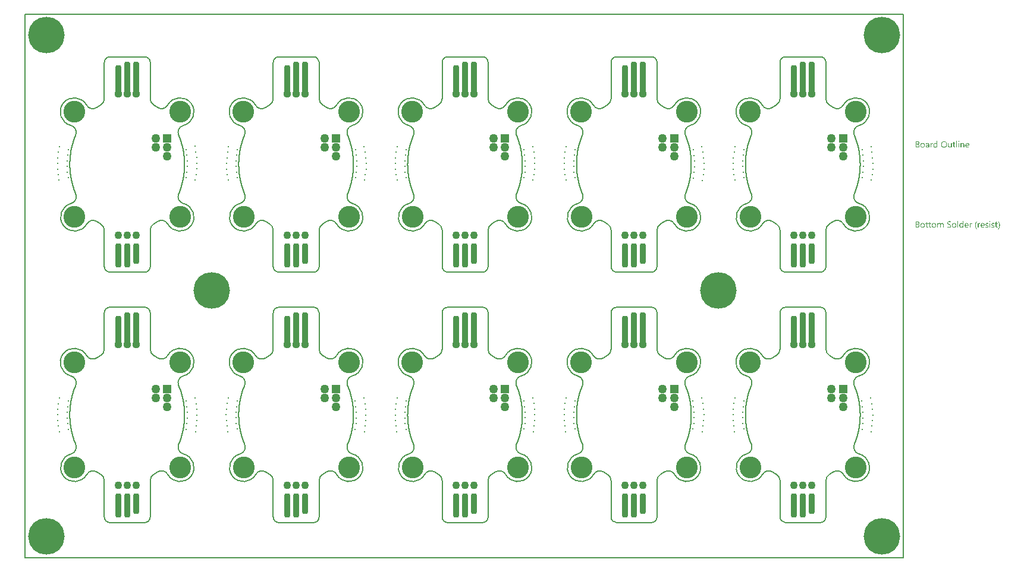
<source format=gbs>
G04*
G04 #@! TF.GenerationSoftware,Altium Limited,Altium Designer,21.8.1 (53)*
G04*
G04 Layer_Color=16711935*
%FSAX25Y25*%
%MOIN*%
G70*
G04*
G04 #@! TF.SameCoordinates,4444B29A-944C-4237-836D-8D04AF711E9D*
G04*
G04*
G04 #@! TF.FilePolarity,Negative*
G04*
G01*
G75*
G04:AMPARAMS|DCode=11|XSize=35.43mil|YSize=135.83mil|CornerRadius=13.82mil|HoleSize=0mil|Usage=FLASHONLY|Rotation=180.000|XOffset=0mil|YOffset=0mil|HoleType=Round|Shape=RoundedRectangle|*
%AMROUNDEDRECTD11*
21,1,0.03543,0.10819,0,0,180.0*
21,1,0.00780,0.13583,0,0,180.0*
1,1,0.02764,-0.00390,0.05409*
1,1,0.02764,0.00390,0.05409*
1,1,0.02764,0.00390,-0.05409*
1,1,0.02764,-0.00390,-0.05409*
%
%ADD11ROUNDEDRECTD11*%
G04:AMPARAMS|DCode=12|XSize=35.43mil|YSize=116.14mil|CornerRadius=13.82mil|HoleSize=0mil|Usage=FLASHONLY|Rotation=180.000|XOffset=0mil|YOffset=0mil|HoleType=Round|Shape=RoundedRectangle|*
%AMROUNDEDRECTD12*
21,1,0.03543,0.08850,0,0,180.0*
21,1,0.00780,0.11614,0,0,180.0*
1,1,0.02764,-0.00390,0.04425*
1,1,0.02764,0.00390,0.04425*
1,1,0.02764,0.00390,-0.04425*
1,1,0.02764,-0.00390,-0.04425*
%
%ADD12ROUNDEDRECTD12*%
G04:AMPARAMS|DCode=15|XSize=35.43mil|YSize=169.29mil|CornerRadius=13.82mil|HoleSize=0mil|Usage=FLASHONLY|Rotation=180.000|XOffset=0mil|YOffset=0mil|HoleType=Round|Shape=RoundedRectangle|*
%AMROUNDEDRECTD15*
21,1,0.03543,0.14165,0,0,180.0*
21,1,0.00780,0.16929,0,0,180.0*
1,1,0.02764,-0.00390,0.07083*
1,1,0.02764,0.00390,0.07083*
1,1,0.02764,0.00390,-0.07083*
1,1,0.02764,-0.00390,-0.07083*
%
%ADD15ROUNDEDRECTD15*%
G04:AMPARAMS|DCode=16|XSize=35.43mil|YSize=188.98mil|CornerRadius=13.82mil|HoleSize=0mil|Usage=FLASHONLY|Rotation=180.000|XOffset=0mil|YOffset=0mil|HoleType=Round|Shape=RoundedRectangle|*
%AMROUNDEDRECTD16*
21,1,0.03543,0.16134,0,0,180.0*
21,1,0.00780,0.18898,0,0,180.0*
1,1,0.02764,-0.00390,0.08067*
1,1,0.02764,0.00390,0.08067*
1,1,0.02764,0.00390,-0.08067*
1,1,0.02764,-0.00390,-0.08067*
%
%ADD16ROUNDEDRECTD16*%
%ADD32C,0.00787*%
%ADD34C,0.04331*%
%ADD35C,0.04370*%
%ADD57C,0.00800*%
%ADD58C,0.20485*%
%ADD59C,0.00591*%
%ADD60C,0.12205*%
%ADD61R,0.04961X0.04961*%
%ADD62C,0.04961*%
G36*
X0503737Y0214153D02*
X0503761D01*
X0503817Y0214128D01*
X0503848Y0214110D01*
X0503879Y0214085D01*
X0503885Y0214079D01*
X0503891Y0214073D01*
X0503922Y0214036D01*
X0503947Y0213974D01*
X0503953Y0213937D01*
X0503960Y0213899D01*
Y0213893D01*
Y0213881D01*
X0503953Y0213862D01*
X0503947Y0213838D01*
X0503929Y0213776D01*
X0503904Y0213745D01*
X0503879Y0213714D01*
X0503873D01*
X0503867Y0213701D01*
X0503829Y0213677D01*
X0503774Y0213652D01*
X0503737Y0213646D01*
X0503699Y0213639D01*
X0503681D01*
X0503662Y0213646D01*
X0503638D01*
X0503576Y0213670D01*
X0503545Y0213683D01*
X0503514Y0213708D01*
Y0213714D01*
X0503501Y0213720D01*
X0503489Y0213738D01*
X0503477Y0213757D01*
X0503452Y0213819D01*
X0503446Y0213856D01*
X0503440Y0213899D01*
Y0213906D01*
Y0213918D01*
X0503446Y0213937D01*
X0503452Y0213968D01*
X0503471Y0214023D01*
X0503489Y0214054D01*
X0503514Y0214085D01*
X0503520Y0214091D01*
X0503526Y0214098D01*
X0503563Y0214122D01*
X0503625Y0214147D01*
X0503662Y0214159D01*
X0503718D01*
X0503737Y0214153D01*
D02*
G37*
G36*
X0491747Y0210489D02*
X0491344D01*
Y0210910D01*
X0491332D01*
Y0210904D01*
X0491320Y0210891D01*
X0491301Y0210866D01*
X0491282Y0210835D01*
X0491251Y0210798D01*
X0491214Y0210761D01*
X0491171Y0210718D01*
X0491121Y0210675D01*
X0491066Y0210625D01*
X0490998Y0210582D01*
X0490930Y0210544D01*
X0490849Y0210507D01*
X0490769Y0210476D01*
X0490676Y0210452D01*
X0490577Y0210439D01*
X0490472Y0210433D01*
X0490428D01*
X0490391Y0210439D01*
X0490354Y0210445D01*
X0490304Y0210452D01*
X0490199Y0210476D01*
X0490075Y0210513D01*
X0489952Y0210576D01*
X0489883Y0210613D01*
X0489828Y0210656D01*
X0489766Y0210712D01*
X0489710Y0210767D01*
Y0210773D01*
X0489698Y0210786D01*
X0489685Y0210805D01*
X0489667Y0210829D01*
X0489648Y0210860D01*
X0489623Y0210904D01*
X0489599Y0210953D01*
X0489574Y0211009D01*
X0489543Y0211071D01*
X0489518Y0211139D01*
X0489494Y0211213D01*
X0489475Y0211294D01*
X0489456Y0211380D01*
X0489444Y0211479D01*
X0489438Y0211578D01*
X0489432Y0211684D01*
Y0211690D01*
Y0211708D01*
Y0211745D01*
X0489438Y0211789D01*
X0489444Y0211838D01*
X0489450Y0211900D01*
X0489456Y0211968D01*
X0489469Y0212042D01*
X0489506Y0212203D01*
X0489562Y0212371D01*
X0489599Y0212451D01*
X0489642Y0212531D01*
X0489685Y0212606D01*
X0489741Y0212680D01*
X0489747Y0212686D01*
X0489753Y0212699D01*
X0489772Y0212717D01*
X0489797Y0212742D01*
X0489828Y0212767D01*
X0489871Y0212798D01*
X0489914Y0212835D01*
X0489964Y0212872D01*
X0490088Y0212940D01*
X0490230Y0213002D01*
X0490310Y0213020D01*
X0490397Y0213039D01*
X0490484Y0213052D01*
X0490583Y0213058D01*
X0490632D01*
X0490670Y0213052D01*
X0490707Y0213045D01*
X0490756Y0213039D01*
X0490868Y0213008D01*
X0490991Y0212959D01*
X0491053Y0212928D01*
X0491115Y0212884D01*
X0491177Y0212841D01*
X0491233Y0212785D01*
X0491282Y0212723D01*
X0491332Y0212649D01*
X0491344D01*
Y0214209D01*
X0491747D01*
Y0210489D01*
D02*
G37*
G36*
X0506015Y0213052D02*
X0506089Y0213045D01*
X0506182Y0213027D01*
X0506281Y0212996D01*
X0506386Y0212946D01*
X0506491Y0212878D01*
X0506534Y0212841D01*
X0506578Y0212791D01*
X0506590Y0212779D01*
X0506615Y0212742D01*
X0506646Y0212680D01*
X0506689Y0212593D01*
X0506726Y0212488D01*
X0506764Y0212358D01*
X0506788Y0212203D01*
X0506795Y0212024D01*
Y0210489D01*
X0506392D01*
Y0211919D01*
Y0211925D01*
Y0211956D01*
X0506386Y0211993D01*
Y0212042D01*
X0506374Y0212104D01*
X0506361Y0212173D01*
X0506343Y0212247D01*
X0506318Y0212321D01*
X0506287Y0212395D01*
X0506250Y0212463D01*
X0506200Y0212531D01*
X0506145Y0212593D01*
X0506083Y0212643D01*
X0506002Y0212680D01*
X0505915Y0212711D01*
X0505810Y0212717D01*
X0505798D01*
X0505761Y0212711D01*
X0505705Y0212705D01*
X0505637Y0212686D01*
X0505556Y0212662D01*
X0505470Y0212618D01*
X0505389Y0212562D01*
X0505309Y0212488D01*
X0505303Y0212476D01*
X0505278Y0212451D01*
X0505247Y0212402D01*
X0505210Y0212333D01*
X0505173Y0212253D01*
X0505142Y0212154D01*
X0505117Y0212042D01*
X0505111Y0211919D01*
Y0210489D01*
X0504708D01*
Y0213002D01*
X0505111D01*
Y0212581D01*
X0505123D01*
X0505129Y0212587D01*
X0505136Y0212600D01*
X0505154Y0212624D01*
X0505179Y0212655D01*
X0505204Y0212692D01*
X0505241Y0212730D01*
X0505284Y0212773D01*
X0505334Y0212822D01*
X0505389Y0212866D01*
X0505451Y0212909D01*
X0505519Y0212946D01*
X0505594Y0212983D01*
X0505668Y0213014D01*
X0505755Y0213039D01*
X0505847Y0213052D01*
X0505946Y0213058D01*
X0505984D01*
X0506015Y0213052D01*
D02*
G37*
G36*
X0489017Y0213039D02*
X0489091Y0213033D01*
X0489134Y0213020D01*
X0489165Y0213008D01*
Y0212593D01*
X0489159Y0212600D01*
X0489147Y0212606D01*
X0489122Y0212618D01*
X0489091Y0212637D01*
X0489048Y0212649D01*
X0488992Y0212662D01*
X0488930Y0212668D01*
X0488862Y0212674D01*
X0488850D01*
X0488819Y0212668D01*
X0488769Y0212662D01*
X0488714Y0212643D01*
X0488639Y0212612D01*
X0488571Y0212569D01*
X0488497Y0212507D01*
X0488429Y0212426D01*
X0488423Y0212414D01*
X0488404Y0212383D01*
X0488373Y0212327D01*
X0488342Y0212253D01*
X0488311Y0212160D01*
X0488280Y0212042D01*
X0488262Y0211912D01*
X0488256Y0211764D01*
Y0210489D01*
X0487853D01*
Y0213002D01*
X0488256D01*
Y0212482D01*
X0488268D01*
Y0212488D01*
X0488274Y0212494D01*
X0488286Y0212525D01*
X0488305Y0212575D01*
X0488336Y0212637D01*
X0488367Y0212699D01*
X0488416Y0212767D01*
X0488466Y0212835D01*
X0488528Y0212897D01*
X0488534Y0212903D01*
X0488559Y0212922D01*
X0488596Y0212946D01*
X0488645Y0212971D01*
X0488701Y0212996D01*
X0488769Y0213020D01*
X0488843Y0213039D01*
X0488924Y0213045D01*
X0488980D01*
X0489017Y0213039D01*
D02*
G37*
G36*
X0499756Y0210489D02*
X0499354D01*
Y0210885D01*
X0499342D01*
Y0210879D01*
X0499329Y0210866D01*
X0499317Y0210842D01*
X0499292Y0210817D01*
X0499236Y0210743D01*
X0499150Y0210662D01*
X0499100Y0210619D01*
X0499045Y0210576D01*
X0498983Y0210538D01*
X0498908Y0210501D01*
X0498834Y0210476D01*
X0498754Y0210452D01*
X0498661Y0210439D01*
X0498568Y0210433D01*
X0498531D01*
X0498488Y0210439D01*
X0498426Y0210452D01*
X0498357Y0210464D01*
X0498283Y0210489D01*
X0498203Y0210520D01*
X0498122Y0210569D01*
X0498036Y0210625D01*
X0497955Y0210693D01*
X0497881Y0210780D01*
X0497813Y0210885D01*
X0497751Y0211003D01*
X0497708Y0211145D01*
X0497683Y0211312D01*
X0497670Y0211399D01*
Y0211498D01*
Y0213002D01*
X0498067D01*
Y0211560D01*
Y0211554D01*
Y0211529D01*
X0498073Y0211485D01*
X0498079Y0211436D01*
X0498085Y0211374D01*
X0498098Y0211312D01*
X0498116Y0211238D01*
X0498141Y0211163D01*
X0498178Y0211089D01*
X0498215Y0211021D01*
X0498265Y0210953D01*
X0498327Y0210891D01*
X0498395Y0210842D01*
X0498475Y0210805D01*
X0498574Y0210773D01*
X0498679Y0210767D01*
X0498692D01*
X0498729Y0210773D01*
X0498785Y0210780D01*
X0498847Y0210792D01*
X0498927Y0210823D01*
X0499008Y0210860D01*
X0499088Y0210910D01*
X0499162Y0210984D01*
X0499168Y0210996D01*
X0499193Y0211021D01*
X0499224Y0211071D01*
X0499261Y0211139D01*
X0499292Y0211219D01*
X0499323Y0211318D01*
X0499348Y0211430D01*
X0499354Y0211554D01*
Y0213002D01*
X0499756D01*
Y0210489D01*
D02*
G37*
G36*
X0503891D02*
X0503489D01*
Y0213002D01*
X0503891D01*
Y0210489D01*
D02*
G37*
G36*
X0502672D02*
X0502270D01*
Y0214209D01*
X0502672D01*
Y0210489D01*
D02*
G37*
G36*
X0486293Y0213052D02*
X0486349Y0213045D01*
X0486417Y0213027D01*
X0486491Y0213008D01*
X0486572Y0212977D01*
X0486658Y0212940D01*
X0486739Y0212891D01*
X0486819Y0212829D01*
X0486894Y0212754D01*
X0486962Y0212662D01*
X0487017Y0212556D01*
X0487061Y0212433D01*
X0487085Y0212290D01*
X0487098Y0212123D01*
Y0210489D01*
X0486696D01*
Y0210879D01*
X0486683D01*
Y0210873D01*
X0486671Y0210860D01*
X0486658Y0210835D01*
X0486634Y0210811D01*
X0486572Y0210736D01*
X0486491Y0210656D01*
X0486380Y0210576D01*
X0486250Y0210501D01*
X0486169Y0210476D01*
X0486089Y0210452D01*
X0486002Y0210439D01*
X0485910Y0210433D01*
X0485872D01*
X0485848Y0210439D01*
X0485779Y0210445D01*
X0485699Y0210458D01*
X0485600Y0210483D01*
X0485507Y0210513D01*
X0485408Y0210563D01*
X0485321Y0210625D01*
X0485315Y0210637D01*
X0485290Y0210662D01*
X0485253Y0210705D01*
X0485216Y0210767D01*
X0485179Y0210842D01*
X0485142Y0210928D01*
X0485117Y0211034D01*
X0485111Y0211151D01*
Y0211157D01*
Y0211182D01*
X0485117Y0211219D01*
X0485123Y0211262D01*
X0485136Y0211318D01*
X0485154Y0211380D01*
X0485179Y0211448D01*
X0485216Y0211516D01*
X0485259Y0211591D01*
X0485315Y0211665D01*
X0485383Y0211733D01*
X0485464Y0211795D01*
X0485557Y0211857D01*
X0485668Y0211906D01*
X0485792Y0211943D01*
X0485940Y0211974D01*
X0486696Y0212080D01*
Y0212086D01*
Y0212104D01*
X0486689Y0212141D01*
Y0212179D01*
X0486677Y0212228D01*
X0486671Y0212284D01*
X0486634Y0212402D01*
X0486603Y0212457D01*
X0486572Y0212513D01*
X0486528Y0212569D01*
X0486479Y0212618D01*
X0486417Y0212662D01*
X0486349Y0212692D01*
X0486269Y0212711D01*
X0486176Y0212717D01*
X0486132D01*
X0486101Y0212711D01*
X0486058D01*
X0486015Y0212699D01*
X0485903Y0212680D01*
X0485779Y0212643D01*
X0485643Y0212587D01*
X0485569Y0212550D01*
X0485501Y0212513D01*
X0485427Y0212463D01*
X0485358Y0212408D01*
Y0212822D01*
X0485365D01*
X0485377Y0212835D01*
X0485396Y0212847D01*
X0485427Y0212860D01*
X0485458Y0212878D01*
X0485501Y0212897D01*
X0485550Y0212915D01*
X0485606Y0212940D01*
X0485730Y0212983D01*
X0485879Y0213020D01*
X0486039Y0213045D01*
X0486213Y0213058D01*
X0486250D01*
X0486293Y0213052D01*
D02*
G37*
G36*
X0480605Y0213999D02*
X0480648D01*
X0480691Y0213992D01*
X0480790Y0213980D01*
X0480908Y0213949D01*
X0481032Y0213912D01*
X0481149Y0213856D01*
X0481255Y0213782D01*
X0481261D01*
X0481267Y0213770D01*
X0481298Y0213745D01*
X0481341Y0213695D01*
X0481391Y0213627D01*
X0481434Y0213541D01*
X0481477Y0213441D01*
X0481508Y0213330D01*
X0481521Y0213268D01*
Y0213200D01*
Y0213194D01*
Y0213188D01*
Y0213151D01*
X0481515Y0213095D01*
X0481502Y0213027D01*
X0481484Y0212940D01*
X0481453Y0212853D01*
X0481416Y0212767D01*
X0481360Y0212680D01*
X0481354Y0212668D01*
X0481329Y0212643D01*
X0481292Y0212606D01*
X0481242Y0212556D01*
X0481180Y0212507D01*
X0481106Y0212451D01*
X0481013Y0212408D01*
X0480914Y0212364D01*
Y0212358D01*
X0480933D01*
X0480951Y0212352D01*
X0480970Y0212346D01*
X0481038Y0212333D01*
X0481118Y0212309D01*
X0481205Y0212271D01*
X0481298Y0212228D01*
X0481391Y0212166D01*
X0481477Y0212086D01*
X0481490Y0212073D01*
X0481515Y0212042D01*
X0481545Y0211999D01*
X0481589Y0211931D01*
X0481626Y0211844D01*
X0481663Y0211745D01*
X0481688Y0211628D01*
X0481694Y0211498D01*
Y0211492D01*
Y0211479D01*
Y0211454D01*
X0481688Y0211423D01*
X0481682Y0211386D01*
X0481675Y0211343D01*
X0481651Y0211238D01*
X0481614Y0211120D01*
X0481558Y0210996D01*
X0481521Y0210941D01*
X0481477Y0210879D01*
X0481422Y0210823D01*
X0481366Y0210767D01*
X0481360D01*
X0481354Y0210755D01*
X0481335Y0210743D01*
X0481310Y0210724D01*
X0481279Y0210705D01*
X0481236Y0210681D01*
X0481143Y0210631D01*
X0481026Y0210576D01*
X0480889Y0210532D01*
X0480728Y0210501D01*
X0480648Y0210495D01*
X0480555Y0210489D01*
X0479528D01*
Y0214005D01*
X0480574D01*
X0480605Y0213999D01*
D02*
G37*
G36*
X0501100Y0213002D02*
X0501737D01*
Y0212655D01*
X0501100D01*
Y0211238D01*
Y0211225D01*
Y0211194D01*
X0501106Y0211151D01*
X0501112Y0211095D01*
X0501137Y0210978D01*
X0501155Y0210922D01*
X0501186Y0210879D01*
X0501193Y0210873D01*
X0501205Y0210860D01*
X0501224Y0210848D01*
X0501255Y0210829D01*
X0501292Y0210805D01*
X0501341Y0210792D01*
X0501403Y0210780D01*
X0501471Y0210773D01*
X0501496D01*
X0501527Y0210780D01*
X0501564Y0210786D01*
X0501651Y0210811D01*
X0501694Y0210829D01*
X0501737Y0210854D01*
Y0210507D01*
X0501731D01*
X0501713Y0210495D01*
X0501682Y0210489D01*
X0501638Y0210476D01*
X0501582Y0210464D01*
X0501521Y0210452D01*
X0501446Y0210445D01*
X0501360Y0210439D01*
X0501329D01*
X0501298Y0210445D01*
X0501255Y0210452D01*
X0501205Y0210464D01*
X0501149Y0210476D01*
X0501093Y0210501D01*
X0501032Y0210532D01*
X0500970Y0210569D01*
X0500908Y0210619D01*
X0500852Y0210675D01*
X0500803Y0210749D01*
X0500759Y0210829D01*
X0500728Y0210928D01*
X0500703Y0211040D01*
X0500697Y0211170D01*
Y0212655D01*
X0500270D01*
Y0213002D01*
X0500697D01*
Y0213615D01*
X0501100Y0213745D01*
Y0213002D01*
D02*
G37*
G36*
X0508627Y0213052D02*
X0508670Y0213045D01*
X0508713Y0213039D01*
X0508825Y0213020D01*
X0508949Y0212977D01*
X0509072Y0212922D01*
X0509134Y0212884D01*
X0509196Y0212841D01*
X0509252Y0212791D01*
X0509308Y0212736D01*
X0509314Y0212730D01*
X0509320Y0212723D01*
X0509332Y0212705D01*
X0509351Y0212680D01*
X0509370Y0212643D01*
X0509394Y0212606D01*
X0509419Y0212562D01*
X0509444Y0212507D01*
X0509469Y0212445D01*
X0509493Y0212383D01*
X0509518Y0212309D01*
X0509537Y0212228D01*
X0509555Y0212141D01*
X0509568Y0212055D01*
X0509580Y0211956D01*
Y0211851D01*
Y0211640D01*
X0507803D01*
Y0211634D01*
Y0211622D01*
Y0211603D01*
X0507810Y0211572D01*
X0507816Y0211535D01*
Y0211498D01*
X0507834Y0211399D01*
X0507865Y0211300D01*
X0507902Y0211188D01*
X0507958Y0211083D01*
X0508026Y0210990D01*
X0508039Y0210978D01*
X0508064Y0210953D01*
X0508113Y0210922D01*
X0508181Y0210879D01*
X0508268Y0210835D01*
X0508367Y0210805D01*
X0508484Y0210780D01*
X0508621Y0210767D01*
X0508664D01*
X0508695Y0210773D01*
X0508732D01*
X0508775Y0210780D01*
X0508881Y0210805D01*
X0508998Y0210835D01*
X0509128Y0210885D01*
X0509264Y0210953D01*
X0509332Y0210996D01*
X0509401Y0211046D01*
Y0210668D01*
X0509394D01*
X0509388Y0210656D01*
X0509370Y0210650D01*
X0509339Y0210631D01*
X0509308Y0210613D01*
X0509270Y0210594D01*
X0509221Y0210576D01*
X0509171Y0210551D01*
X0509110Y0210526D01*
X0509042Y0210507D01*
X0508893Y0210470D01*
X0508720Y0210445D01*
X0508528Y0210433D01*
X0508478D01*
X0508441Y0210439D01*
X0508398Y0210445D01*
X0508342Y0210452D01*
X0508224Y0210476D01*
X0508088Y0210513D01*
X0507952Y0210576D01*
X0507884Y0210619D01*
X0507816Y0210662D01*
X0507754Y0210712D01*
X0507692Y0210773D01*
X0507686Y0210780D01*
X0507680Y0210792D01*
X0507667Y0210811D01*
X0507643Y0210835D01*
X0507624Y0210873D01*
X0507599Y0210916D01*
X0507568Y0210965D01*
X0507544Y0211021D01*
X0507513Y0211083D01*
X0507488Y0211157D01*
X0507457Y0211238D01*
X0507438Y0211324D01*
X0507420Y0211417D01*
X0507401Y0211516D01*
X0507395Y0211622D01*
X0507389Y0211733D01*
Y0211739D01*
Y0211758D01*
Y0211789D01*
X0507395Y0211832D01*
X0507401Y0211881D01*
X0507407Y0211937D01*
X0507413Y0212005D01*
X0507432Y0212073D01*
X0507469Y0212222D01*
X0507525Y0212383D01*
X0507562Y0212463D01*
X0507612Y0212538D01*
X0507661Y0212618D01*
X0507717Y0212686D01*
X0507723Y0212692D01*
X0507735Y0212705D01*
X0507754Y0212723D01*
X0507779Y0212742D01*
X0507810Y0212773D01*
X0507847Y0212804D01*
X0507896Y0212835D01*
X0507946Y0212872D01*
X0508064Y0212940D01*
X0508206Y0213002D01*
X0508286Y0213020D01*
X0508367Y0213039D01*
X0508453Y0213052D01*
X0508546Y0213058D01*
X0508596D01*
X0508627Y0213052D01*
D02*
G37*
G36*
X0495584Y0214060D02*
X0495646Y0214054D01*
X0495721Y0214042D01*
X0495801Y0214023D01*
X0495888Y0214005D01*
X0495974Y0213980D01*
X0496073Y0213949D01*
X0496166Y0213906D01*
X0496265Y0213856D01*
X0496364Y0213800D01*
X0496457Y0213732D01*
X0496550Y0213658D01*
X0496637Y0213571D01*
X0496643Y0213565D01*
X0496655Y0213547D01*
X0496680Y0213522D01*
X0496705Y0213485D01*
X0496742Y0213435D01*
X0496779Y0213373D01*
X0496816Y0213305D01*
X0496860Y0213231D01*
X0496903Y0213138D01*
X0496940Y0213045D01*
X0496977Y0212940D01*
X0497014Y0212822D01*
X0497039Y0212705D01*
X0497064Y0212575D01*
X0497076Y0212433D01*
X0497082Y0212290D01*
Y0212278D01*
Y0212253D01*
Y0212210D01*
X0497076Y0212148D01*
X0497070Y0212073D01*
X0497058Y0211993D01*
X0497045Y0211900D01*
X0497027Y0211795D01*
X0497002Y0211690D01*
X0496971Y0211578D01*
X0496934Y0211467D01*
X0496890Y0211355D01*
X0496835Y0211238D01*
X0496773Y0211133D01*
X0496705Y0211027D01*
X0496624Y0210928D01*
X0496618Y0210922D01*
X0496606Y0210910D01*
X0496575Y0210885D01*
X0496544Y0210854D01*
X0496494Y0210811D01*
X0496439Y0210773D01*
X0496377Y0210724D01*
X0496303Y0210681D01*
X0496222Y0210637D01*
X0496129Y0210588D01*
X0496030Y0210551D01*
X0495919Y0210513D01*
X0495801Y0210476D01*
X0495677Y0210452D01*
X0495547Y0210439D01*
X0495405Y0210433D01*
X0495374D01*
X0495331Y0210439D01*
X0495281D01*
X0495219Y0210445D01*
X0495145Y0210458D01*
X0495064Y0210476D01*
X0494972Y0210495D01*
X0494879Y0210520D01*
X0494780Y0210551D01*
X0494681Y0210594D01*
X0494582Y0210637D01*
X0494483Y0210693D01*
X0494384Y0210761D01*
X0494291Y0210835D01*
X0494204Y0210922D01*
X0494198Y0210928D01*
X0494185Y0210947D01*
X0494161Y0210972D01*
X0494136Y0211009D01*
X0494099Y0211058D01*
X0494062Y0211120D01*
X0494025Y0211188D01*
X0493981Y0211269D01*
X0493938Y0211355D01*
X0493901Y0211448D01*
X0493864Y0211554D01*
X0493826Y0211671D01*
X0493802Y0211789D01*
X0493777Y0211919D01*
X0493765Y0212061D01*
X0493758Y0212203D01*
Y0212216D01*
Y0212241D01*
X0493765Y0212284D01*
Y0212346D01*
X0493771Y0212414D01*
X0493783Y0212501D01*
X0493795Y0212593D01*
X0493814Y0212692D01*
X0493839Y0212798D01*
X0493870Y0212909D01*
X0493907Y0213020D01*
X0493950Y0213132D01*
X0494006Y0213243D01*
X0494068Y0213355D01*
X0494136Y0213460D01*
X0494216Y0213559D01*
X0494223Y0213565D01*
X0494235Y0213584D01*
X0494266Y0213609D01*
X0494303Y0213639D01*
X0494346Y0213677D01*
X0494402Y0213720D01*
X0494470Y0213763D01*
X0494545Y0213813D01*
X0494631Y0213862D01*
X0494724Y0213906D01*
X0494823Y0213949D01*
X0494935Y0213986D01*
X0495058Y0214017D01*
X0495188Y0214048D01*
X0495324Y0214060D01*
X0495467Y0214067D01*
X0495535D01*
X0495584Y0214060D01*
D02*
G37*
G36*
X0483557Y0213052D02*
X0483601Y0213045D01*
X0483656Y0213039D01*
X0483780Y0213014D01*
X0483922Y0212971D01*
X0484065Y0212909D01*
X0484139Y0212872D01*
X0484207Y0212829D01*
X0484275Y0212773D01*
X0484337Y0212711D01*
X0484343Y0212705D01*
X0484350Y0212692D01*
X0484368Y0212674D01*
X0484387Y0212649D01*
X0484411Y0212612D01*
X0484436Y0212569D01*
X0484467Y0212519D01*
X0484498Y0212463D01*
X0484523Y0212395D01*
X0484554Y0212327D01*
X0484579Y0212247D01*
X0484603Y0212160D01*
X0484622Y0212067D01*
X0484641Y0211968D01*
X0484647Y0211863D01*
X0484653Y0211752D01*
Y0211745D01*
Y0211727D01*
Y0211696D01*
X0484647Y0211652D01*
X0484641Y0211603D01*
X0484634Y0211541D01*
X0484622Y0211479D01*
X0484610Y0211405D01*
X0484572Y0211256D01*
X0484511Y0211095D01*
X0484473Y0211015D01*
X0484424Y0210934D01*
X0484374Y0210860D01*
X0484312Y0210792D01*
X0484306Y0210786D01*
X0484294Y0210780D01*
X0484275Y0210761D01*
X0484250Y0210736D01*
X0484213Y0210712D01*
X0484176Y0210681D01*
X0484127Y0210644D01*
X0484071Y0210613D01*
X0484009Y0210582D01*
X0483941Y0210544D01*
X0483867Y0210513D01*
X0483786Y0210489D01*
X0483700Y0210464D01*
X0483607Y0210452D01*
X0483508Y0210439D01*
X0483402Y0210433D01*
X0483347D01*
X0483310Y0210439D01*
X0483266Y0210445D01*
X0483211Y0210452D01*
X0483149Y0210464D01*
X0483081Y0210476D01*
X0482938Y0210520D01*
X0482790Y0210582D01*
X0482715Y0210619D01*
X0482647Y0210668D01*
X0482579Y0210718D01*
X0482511Y0210780D01*
X0482505Y0210786D01*
X0482499Y0210798D01*
X0482480Y0210817D01*
X0482462Y0210842D01*
X0482437Y0210879D01*
X0482406Y0210922D01*
X0482375Y0210972D01*
X0482350Y0211027D01*
X0482319Y0211095D01*
X0482288Y0211163D01*
X0482257Y0211238D01*
X0482233Y0211324D01*
X0482195Y0211510D01*
X0482189Y0211609D01*
X0482183Y0211714D01*
Y0211721D01*
Y0211745D01*
Y0211776D01*
X0482189Y0211820D01*
X0482195Y0211869D01*
X0482202Y0211931D01*
X0482214Y0211999D01*
X0482226Y0212073D01*
X0482264Y0212234D01*
X0482325Y0212395D01*
X0482369Y0212476D01*
X0482412Y0212556D01*
X0482462Y0212631D01*
X0482523Y0212699D01*
X0482530Y0212705D01*
X0482542Y0212717D01*
X0482561Y0212730D01*
X0482585Y0212754D01*
X0482623Y0212779D01*
X0482666Y0212810D01*
X0482715Y0212847D01*
X0482771Y0212878D01*
X0482833Y0212909D01*
X0482907Y0212946D01*
X0482982Y0212977D01*
X0483068Y0213002D01*
X0483155Y0213027D01*
X0483254Y0213045D01*
X0483359Y0213052D01*
X0483464Y0213058D01*
X0483520D01*
X0483557Y0213052D01*
D02*
G37*
G36*
X0521168Y0169227D02*
X0521193D01*
X0521248Y0169202D01*
X0521279Y0169183D01*
X0521310Y0169159D01*
X0521316Y0169152D01*
X0521322Y0169146D01*
X0521353Y0169109D01*
X0521378Y0169047D01*
X0521384Y0169010D01*
X0521390Y0168973D01*
Y0168967D01*
Y0168954D01*
X0521384Y0168936D01*
X0521378Y0168911D01*
X0521360Y0168849D01*
X0521335Y0168818D01*
X0521310Y0168787D01*
X0521304D01*
X0521298Y0168775D01*
X0521260Y0168750D01*
X0521205Y0168725D01*
X0521168Y0168719D01*
X0521131Y0168713D01*
X0521112D01*
X0521093Y0168719D01*
X0521069D01*
X0521007Y0168744D01*
X0520976Y0168756D01*
X0520945Y0168781D01*
Y0168787D01*
X0520932Y0168793D01*
X0520920Y0168812D01*
X0520908Y0168831D01*
X0520883Y0168893D01*
X0520877Y0168930D01*
X0520871Y0168973D01*
Y0168979D01*
Y0168992D01*
X0520877Y0169010D01*
X0520883Y0169041D01*
X0520901Y0169097D01*
X0520920Y0169128D01*
X0520945Y0169159D01*
X0520951Y0169165D01*
X0520957Y0169171D01*
X0520994Y0169196D01*
X0521056Y0169221D01*
X0521093Y0169233D01*
X0521149D01*
X0521168Y0169227D01*
D02*
G37*
G36*
X0498599Y0169134D02*
X0498649D01*
X0498760Y0169122D01*
X0498884Y0169109D01*
X0499008Y0169084D01*
X0499125Y0169053D01*
X0499175Y0169035D01*
X0499224Y0169010D01*
Y0168546D01*
X0499218D01*
X0499212Y0168558D01*
X0499193Y0168564D01*
X0499168Y0168583D01*
X0499137Y0168595D01*
X0499100Y0168614D01*
X0499008Y0168657D01*
X0498896Y0168694D01*
X0498760Y0168732D01*
X0498599Y0168756D01*
X0498426Y0168763D01*
X0498376D01*
X0498339Y0168756D01*
X0498302D01*
X0498252Y0168750D01*
X0498153Y0168732D01*
X0498147D01*
X0498129Y0168725D01*
X0498104Y0168719D01*
X0498073Y0168713D01*
X0497999Y0168682D01*
X0497912Y0168645D01*
X0497906D01*
X0497893Y0168632D01*
X0497875Y0168620D01*
X0497850Y0168602D01*
X0497794Y0168546D01*
X0497739Y0168478D01*
Y0168472D01*
X0497726Y0168459D01*
X0497720Y0168441D01*
X0497708Y0168410D01*
X0497695Y0168373D01*
X0497689Y0168335D01*
X0497677Y0168236D01*
Y0168230D01*
Y0168212D01*
Y0168187D01*
X0497683Y0168156D01*
X0497695Y0168082D01*
X0497726Y0168001D01*
Y0167995D01*
X0497739Y0167983D01*
X0497745Y0167964D01*
X0497763Y0167939D01*
X0497813Y0167884D01*
X0497875Y0167822D01*
X0497881Y0167815D01*
X0497893Y0167809D01*
X0497912Y0167791D01*
X0497943Y0167772D01*
X0497980Y0167747D01*
X0498017Y0167723D01*
X0498116Y0167661D01*
X0498122Y0167655D01*
X0498141Y0167648D01*
X0498172Y0167630D01*
X0498209Y0167611D01*
X0498258Y0167586D01*
X0498314Y0167562D01*
X0498438Y0167500D01*
X0498444Y0167494D01*
X0498469Y0167481D01*
X0498506Y0167463D01*
X0498556Y0167438D01*
X0498611Y0167413D01*
X0498673Y0167376D01*
X0498797Y0167302D01*
X0498803Y0167296D01*
X0498828Y0167283D01*
X0498859Y0167264D01*
X0498902Y0167234D01*
X0498995Y0167159D01*
X0499094Y0167073D01*
X0499100Y0167067D01*
X0499119Y0167054D01*
X0499137Y0167023D01*
X0499168Y0166992D01*
X0499199Y0166949D01*
X0499236Y0166905D01*
X0499298Y0166794D01*
X0499305Y0166788D01*
X0499311Y0166769D01*
X0499323Y0166738D01*
X0499336Y0166695D01*
X0499348Y0166646D01*
X0499360Y0166584D01*
X0499373Y0166522D01*
Y0166447D01*
Y0166435D01*
Y0166404D01*
X0499367Y0166355D01*
X0499360Y0166293D01*
X0499348Y0166225D01*
X0499329Y0166150D01*
X0499305Y0166076D01*
X0499267Y0166008D01*
X0499261Y0166002D01*
X0499249Y0165977D01*
X0499224Y0165946D01*
X0499199Y0165903D01*
X0499156Y0165859D01*
X0499113Y0165810D01*
X0499057Y0165760D01*
X0498995Y0165711D01*
X0498989Y0165705D01*
X0498964Y0165692D01*
X0498927Y0165674D01*
X0498877Y0165649D01*
X0498822Y0165624D01*
X0498754Y0165599D01*
X0498673Y0165575D01*
X0498593Y0165556D01*
X0498580D01*
X0498556Y0165550D01*
X0498512Y0165544D01*
X0498450Y0165531D01*
X0498382Y0165525D01*
X0498302Y0165513D01*
X0498215Y0165507D01*
X0498067D01*
X0497999Y0165513D01*
X0497912Y0165519D01*
X0497893D01*
X0497868Y0165525D01*
X0497838Y0165531D01*
X0497757Y0165538D01*
X0497664Y0165556D01*
X0497658D01*
X0497640Y0165562D01*
X0497615Y0165568D01*
X0497584Y0165575D01*
X0497509Y0165593D01*
X0497423Y0165618D01*
X0497417D01*
X0497404Y0165624D01*
X0497386Y0165630D01*
X0497361Y0165643D01*
X0497299Y0165667D01*
X0497237Y0165705D01*
Y0166188D01*
X0497243Y0166181D01*
X0497256Y0166175D01*
X0497268Y0166163D01*
X0497293Y0166144D01*
X0497361Y0166101D01*
X0497441Y0166051D01*
X0497448D01*
X0497460Y0166045D01*
X0497485Y0166033D01*
X0497516Y0166020D01*
X0497596Y0165983D01*
X0497683Y0165952D01*
X0497689D01*
X0497708Y0165946D01*
X0497732Y0165940D01*
X0497763Y0165934D01*
X0497850Y0165909D01*
X0497943Y0165890D01*
X0497968D01*
X0497992Y0165884D01*
X0498023D01*
X0498098Y0165878D01*
X0498184Y0165872D01*
X0498246D01*
X0498314Y0165878D01*
X0498401Y0165890D01*
X0498494Y0165903D01*
X0498587Y0165928D01*
X0498673Y0165965D01*
X0498754Y0166008D01*
X0498760Y0166014D01*
X0498785Y0166033D01*
X0498816Y0166070D01*
X0498847Y0166113D01*
X0498884Y0166169D01*
X0498908Y0166243D01*
X0498933Y0166324D01*
X0498939Y0166417D01*
Y0166423D01*
Y0166441D01*
Y0166466D01*
X0498933Y0166503D01*
X0498915Y0166584D01*
X0498877Y0166664D01*
Y0166670D01*
X0498865Y0166683D01*
X0498853Y0166701D01*
X0498834Y0166726D01*
X0498778Y0166788D01*
X0498704Y0166856D01*
X0498698Y0166862D01*
X0498686Y0166875D01*
X0498661Y0166887D01*
X0498630Y0166912D01*
X0498593Y0166937D01*
X0498549Y0166967D01*
X0498444Y0167023D01*
X0498438Y0167029D01*
X0498419Y0167035D01*
X0498388Y0167054D01*
X0498345Y0167073D01*
X0498302Y0167104D01*
X0498246Y0167128D01*
X0498116Y0167197D01*
X0498110Y0167203D01*
X0498085Y0167215D01*
X0498048Y0167234D01*
X0498005Y0167252D01*
X0497955Y0167283D01*
X0497899Y0167314D01*
X0497776Y0167382D01*
X0497769Y0167388D01*
X0497751Y0167401D01*
X0497720Y0167419D01*
X0497683Y0167444D01*
X0497590Y0167512D01*
X0497497Y0167593D01*
X0497491Y0167599D01*
X0497479Y0167611D01*
X0497454Y0167636D01*
X0497429Y0167667D01*
X0497398Y0167710D01*
X0497367Y0167754D01*
X0497311Y0167853D01*
Y0167859D01*
X0497299Y0167877D01*
X0497293Y0167908D01*
X0497281Y0167952D01*
X0497268Y0168001D01*
X0497256Y0168063D01*
X0497250Y0168125D01*
X0497243Y0168199D01*
Y0168212D01*
Y0168243D01*
X0497250Y0168286D01*
X0497256Y0168342D01*
X0497268Y0168410D01*
X0497287Y0168478D01*
X0497311Y0168546D01*
X0497349Y0168614D01*
X0497355Y0168620D01*
X0497367Y0168645D01*
X0497392Y0168676D01*
X0497423Y0168719D01*
X0497460Y0168763D01*
X0497509Y0168812D01*
X0497565Y0168862D01*
X0497627Y0168905D01*
X0497633Y0168911D01*
X0497658Y0168923D01*
X0497695Y0168948D01*
X0497739Y0168973D01*
X0497800Y0168998D01*
X0497862Y0169029D01*
X0497937Y0169053D01*
X0498017Y0169078D01*
X0498030D01*
X0498054Y0169091D01*
X0498098Y0169097D01*
X0498160Y0169109D01*
X0498228Y0169122D01*
X0498302Y0169128D01*
X0498469Y0169140D01*
X0498556D01*
X0498599Y0169134D01*
D02*
G37*
G36*
X0506330Y0165562D02*
X0505928D01*
Y0165983D01*
X0505915D01*
Y0165977D01*
X0505903Y0165965D01*
X0505885Y0165940D01*
X0505866Y0165909D01*
X0505835Y0165872D01*
X0505798Y0165835D01*
X0505755Y0165791D01*
X0505705Y0165748D01*
X0505649Y0165699D01*
X0505581Y0165655D01*
X0505513Y0165618D01*
X0505433Y0165581D01*
X0505352Y0165550D01*
X0505259Y0165525D01*
X0505160Y0165513D01*
X0505055Y0165507D01*
X0505012D01*
X0504975Y0165513D01*
X0504938Y0165519D01*
X0504888Y0165525D01*
X0504783Y0165550D01*
X0504659Y0165587D01*
X0504535Y0165649D01*
X0504467Y0165686D01*
X0504411Y0165729D01*
X0504350Y0165785D01*
X0504294Y0165841D01*
Y0165847D01*
X0504281Y0165859D01*
X0504269Y0165878D01*
X0504250Y0165903D01*
X0504232Y0165934D01*
X0504207Y0165977D01*
X0504182Y0166026D01*
X0504158Y0166082D01*
X0504127Y0166144D01*
X0504102Y0166212D01*
X0504077Y0166287D01*
X0504059Y0166367D01*
X0504040Y0166454D01*
X0504028Y0166553D01*
X0504021Y0166652D01*
X0504015Y0166757D01*
Y0166763D01*
Y0166782D01*
Y0166819D01*
X0504021Y0166862D01*
X0504028Y0166912D01*
X0504034Y0166974D01*
X0504040Y0167042D01*
X0504052Y0167116D01*
X0504089Y0167277D01*
X0504145Y0167444D01*
X0504182Y0167525D01*
X0504226Y0167605D01*
X0504269Y0167679D01*
X0504325Y0167754D01*
X0504331Y0167760D01*
X0504337Y0167772D01*
X0504356Y0167791D01*
X0504380Y0167815D01*
X0504411Y0167840D01*
X0504455Y0167871D01*
X0504498Y0167908D01*
X0504548Y0167945D01*
X0504671Y0168014D01*
X0504814Y0168075D01*
X0504894Y0168094D01*
X0504981Y0168113D01*
X0505067Y0168125D01*
X0505166Y0168131D01*
X0505216D01*
X0505253Y0168125D01*
X0505290Y0168119D01*
X0505340Y0168113D01*
X0505451Y0168082D01*
X0505575Y0168032D01*
X0505637Y0168001D01*
X0505699Y0167958D01*
X0505761Y0167914D01*
X0505817Y0167859D01*
X0505866Y0167797D01*
X0505915Y0167723D01*
X0505928D01*
Y0169282D01*
X0506330D01*
Y0165562D01*
D02*
G37*
G36*
X0523074Y0168125D02*
X0523155Y0168119D01*
X0523241Y0168106D01*
X0523340Y0168082D01*
X0523439Y0168057D01*
X0523538Y0168020D01*
Y0167611D01*
X0523526Y0167617D01*
X0523489Y0167642D01*
X0523433Y0167667D01*
X0523359Y0167704D01*
X0523266Y0167735D01*
X0523155Y0167766D01*
X0523031Y0167785D01*
X0522901Y0167791D01*
X0522833D01*
X0522771Y0167778D01*
X0522697Y0167766D01*
X0522690D01*
X0522684Y0167760D01*
X0522647Y0167747D01*
X0522598Y0167723D01*
X0522542Y0167692D01*
X0522530Y0167685D01*
X0522505Y0167661D01*
X0522474Y0167624D01*
X0522443Y0167580D01*
X0522437Y0167568D01*
X0522424Y0167537D01*
X0522412Y0167494D01*
X0522406Y0167438D01*
Y0167432D01*
Y0167419D01*
Y0167401D01*
X0522412Y0167382D01*
X0522424Y0167326D01*
X0522443Y0167271D01*
X0522449Y0167258D01*
X0522468Y0167234D01*
X0522505Y0167197D01*
X0522548Y0167153D01*
X0522554D01*
X0522560Y0167147D01*
X0522598Y0167122D01*
X0522647Y0167091D01*
X0522715Y0167060D01*
X0522721D01*
X0522734Y0167054D01*
X0522752Y0167048D01*
X0522783Y0167035D01*
X0522851Y0167011D01*
X0522938Y0166974D01*
X0522944D01*
X0522969Y0166961D01*
X0523000Y0166949D01*
X0523037Y0166937D01*
X0523136Y0166893D01*
X0523235Y0166844D01*
X0523241D01*
X0523260Y0166831D01*
X0523285Y0166819D01*
X0523316Y0166800D01*
X0523390Y0166751D01*
X0523464Y0166689D01*
X0523470Y0166683D01*
X0523483Y0166676D01*
X0523495Y0166658D01*
X0523520Y0166633D01*
X0523563Y0166571D01*
X0523606Y0166491D01*
Y0166485D01*
X0523613Y0166472D01*
X0523625Y0166447D01*
X0523631Y0166417D01*
X0523644Y0166379D01*
X0523650Y0166336D01*
X0523656Y0166231D01*
Y0166225D01*
Y0166200D01*
X0523650Y0166163D01*
X0523644Y0166119D01*
X0523637Y0166070D01*
X0523619Y0166014D01*
X0523600Y0165965D01*
X0523569Y0165909D01*
X0523563Y0165903D01*
X0523557Y0165884D01*
X0523538Y0165859D01*
X0523514Y0165829D01*
X0523483Y0165791D01*
X0523446Y0165754D01*
X0523353Y0165680D01*
X0523347Y0165674D01*
X0523328Y0165667D01*
X0523303Y0165649D01*
X0523260Y0165630D01*
X0523217Y0165606D01*
X0523161Y0165587D01*
X0523105Y0165568D01*
X0523037Y0165550D01*
X0523031D01*
X0523006Y0165544D01*
X0522969Y0165538D01*
X0522926Y0165531D01*
X0522864Y0165519D01*
X0522802Y0165513D01*
X0522659Y0165507D01*
X0522598D01*
X0522523Y0165513D01*
X0522431Y0165525D01*
X0522325Y0165544D01*
X0522214Y0165568D01*
X0522102Y0165599D01*
X0521991Y0165649D01*
Y0166082D01*
X0521997D01*
X0522003Y0166070D01*
X0522022Y0166058D01*
X0522047Y0166045D01*
X0522115Y0166008D01*
X0522208Y0165965D01*
X0522313Y0165915D01*
X0522437Y0165878D01*
X0522573Y0165853D01*
X0522715Y0165841D01*
X0522765D01*
X0522796Y0165847D01*
X0522882Y0165859D01*
X0522981Y0165884D01*
X0523074Y0165928D01*
X0523117Y0165958D01*
X0523161Y0165989D01*
X0523192Y0166033D01*
X0523217Y0166076D01*
X0523235Y0166132D01*
X0523241Y0166194D01*
Y0166200D01*
Y0166212D01*
Y0166231D01*
X0523235Y0166249D01*
X0523223Y0166305D01*
X0523198Y0166361D01*
Y0166367D01*
X0523192Y0166373D01*
X0523167Y0166404D01*
X0523130Y0166447D01*
X0523074Y0166485D01*
X0523068D01*
X0523062Y0166497D01*
X0523025Y0166516D01*
X0522969Y0166553D01*
X0522895Y0166584D01*
X0522889D01*
X0522876Y0166590D01*
X0522858Y0166602D01*
X0522827Y0166615D01*
X0522758Y0166639D01*
X0522672Y0166676D01*
X0522666D01*
X0522641Y0166689D01*
X0522610Y0166701D01*
X0522573Y0166714D01*
X0522474Y0166757D01*
X0522375Y0166806D01*
X0522368Y0166813D01*
X0522356Y0166819D01*
X0522331Y0166831D01*
X0522300Y0166850D01*
X0522232Y0166899D01*
X0522164Y0166955D01*
X0522158Y0166961D01*
X0522152Y0166967D01*
X0522133Y0166986D01*
X0522115Y0167011D01*
X0522071Y0167073D01*
X0522034Y0167147D01*
Y0167153D01*
X0522028Y0167166D01*
X0522022Y0167190D01*
X0522016Y0167221D01*
X0522010Y0167258D01*
X0522003Y0167302D01*
X0521997Y0167407D01*
Y0167413D01*
Y0167438D01*
X0522003Y0167469D01*
X0522010Y0167512D01*
X0522016Y0167562D01*
X0522034Y0167611D01*
X0522053Y0167667D01*
X0522078Y0167716D01*
X0522084Y0167723D01*
X0522090Y0167741D01*
X0522109Y0167766D01*
X0522133Y0167797D01*
X0522201Y0167871D01*
X0522288Y0167945D01*
X0522294Y0167952D01*
X0522313Y0167958D01*
X0522338Y0167976D01*
X0522381Y0167995D01*
X0522424Y0168020D01*
X0522474Y0168044D01*
X0522598Y0168082D01*
X0522604D01*
X0522628Y0168088D01*
X0522659Y0168100D01*
X0522709Y0168106D01*
X0522758Y0168119D01*
X0522820Y0168125D01*
X0522957Y0168131D01*
X0523012D01*
X0523074Y0168125D01*
D02*
G37*
G36*
X0519719D02*
X0519800Y0168119D01*
X0519886Y0168106D01*
X0519985Y0168082D01*
X0520084Y0168057D01*
X0520184Y0168020D01*
Y0167611D01*
X0520171Y0167617D01*
X0520134Y0167642D01*
X0520078Y0167667D01*
X0520004Y0167704D01*
X0519911Y0167735D01*
X0519800Y0167766D01*
X0519676Y0167785D01*
X0519546Y0167791D01*
X0519478D01*
X0519416Y0167778D01*
X0519342Y0167766D01*
X0519336D01*
X0519329Y0167760D01*
X0519292Y0167747D01*
X0519243Y0167723D01*
X0519187Y0167692D01*
X0519174Y0167685D01*
X0519150Y0167661D01*
X0519119Y0167624D01*
X0519088Y0167580D01*
X0519082Y0167568D01*
X0519069Y0167537D01*
X0519057Y0167494D01*
X0519051Y0167438D01*
Y0167432D01*
Y0167419D01*
Y0167401D01*
X0519057Y0167382D01*
X0519069Y0167326D01*
X0519088Y0167271D01*
X0519094Y0167258D01*
X0519113Y0167234D01*
X0519150Y0167197D01*
X0519193Y0167153D01*
X0519199D01*
X0519206Y0167147D01*
X0519243Y0167122D01*
X0519292Y0167091D01*
X0519360Y0167060D01*
X0519366D01*
X0519379Y0167054D01*
X0519397Y0167048D01*
X0519428Y0167035D01*
X0519496Y0167011D01*
X0519583Y0166974D01*
X0519589D01*
X0519614Y0166961D01*
X0519645Y0166949D01*
X0519682Y0166937D01*
X0519781Y0166893D01*
X0519880Y0166844D01*
X0519886D01*
X0519905Y0166831D01*
X0519930Y0166819D01*
X0519961Y0166800D01*
X0520035Y0166751D01*
X0520109Y0166689D01*
X0520115Y0166683D01*
X0520128Y0166676D01*
X0520140Y0166658D01*
X0520165Y0166633D01*
X0520208Y0166571D01*
X0520252Y0166491D01*
Y0166485D01*
X0520258Y0166472D01*
X0520270Y0166447D01*
X0520276Y0166417D01*
X0520289Y0166379D01*
X0520295Y0166336D01*
X0520301Y0166231D01*
Y0166225D01*
Y0166200D01*
X0520295Y0166163D01*
X0520289Y0166119D01*
X0520283Y0166070D01*
X0520264Y0166014D01*
X0520245Y0165965D01*
X0520214Y0165909D01*
X0520208Y0165903D01*
X0520202Y0165884D01*
X0520184Y0165859D01*
X0520159Y0165829D01*
X0520128Y0165791D01*
X0520091Y0165754D01*
X0519998Y0165680D01*
X0519992Y0165674D01*
X0519973Y0165667D01*
X0519948Y0165649D01*
X0519905Y0165630D01*
X0519862Y0165606D01*
X0519806Y0165587D01*
X0519750Y0165568D01*
X0519682Y0165550D01*
X0519676D01*
X0519651Y0165544D01*
X0519614Y0165538D01*
X0519571Y0165531D01*
X0519509Y0165519D01*
X0519447Y0165513D01*
X0519305Y0165507D01*
X0519243D01*
X0519168Y0165513D01*
X0519075Y0165525D01*
X0518970Y0165544D01*
X0518859Y0165568D01*
X0518747Y0165599D01*
X0518636Y0165649D01*
Y0166082D01*
X0518642D01*
X0518648Y0166070D01*
X0518667Y0166058D01*
X0518692Y0166045D01*
X0518760Y0166008D01*
X0518853Y0165965D01*
X0518958Y0165915D01*
X0519082Y0165878D01*
X0519218Y0165853D01*
X0519360Y0165841D01*
X0519410D01*
X0519441Y0165847D01*
X0519527Y0165859D01*
X0519626Y0165884D01*
X0519719Y0165928D01*
X0519763Y0165958D01*
X0519806Y0165989D01*
X0519837Y0166033D01*
X0519862Y0166076D01*
X0519880Y0166132D01*
X0519886Y0166194D01*
Y0166200D01*
Y0166212D01*
Y0166231D01*
X0519880Y0166249D01*
X0519868Y0166305D01*
X0519843Y0166361D01*
Y0166367D01*
X0519837Y0166373D01*
X0519812Y0166404D01*
X0519775Y0166447D01*
X0519719Y0166485D01*
X0519713D01*
X0519707Y0166497D01*
X0519670Y0166516D01*
X0519614Y0166553D01*
X0519540Y0166584D01*
X0519533D01*
X0519521Y0166590D01*
X0519503Y0166602D01*
X0519472Y0166615D01*
X0519404Y0166639D01*
X0519317Y0166676D01*
X0519311D01*
X0519286Y0166689D01*
X0519255Y0166701D01*
X0519218Y0166714D01*
X0519119Y0166757D01*
X0519020Y0166806D01*
X0519014Y0166813D01*
X0519001Y0166819D01*
X0518976Y0166831D01*
X0518946Y0166850D01*
X0518877Y0166899D01*
X0518809Y0166955D01*
X0518803Y0166961D01*
X0518797Y0166967D01*
X0518778Y0166986D01*
X0518760Y0167011D01*
X0518716Y0167073D01*
X0518679Y0167147D01*
Y0167153D01*
X0518673Y0167166D01*
X0518667Y0167190D01*
X0518661Y0167221D01*
X0518655Y0167258D01*
X0518648Y0167302D01*
X0518642Y0167407D01*
Y0167413D01*
Y0167438D01*
X0518648Y0167469D01*
X0518655Y0167512D01*
X0518661Y0167562D01*
X0518679Y0167611D01*
X0518698Y0167667D01*
X0518723Y0167716D01*
X0518729Y0167723D01*
X0518735Y0167741D01*
X0518754Y0167766D01*
X0518778Y0167797D01*
X0518846Y0167871D01*
X0518933Y0167945D01*
X0518939Y0167952D01*
X0518958Y0167958D01*
X0518983Y0167976D01*
X0519026Y0167995D01*
X0519069Y0168020D01*
X0519119Y0168044D01*
X0519243Y0168082D01*
X0519249D01*
X0519274Y0168088D01*
X0519305Y0168100D01*
X0519354Y0168106D01*
X0519404Y0168119D01*
X0519465Y0168125D01*
X0519602Y0168131D01*
X0519657D01*
X0519719Y0168125D01*
D02*
G37*
G36*
X0494464D02*
X0494520Y0168113D01*
X0494582Y0168100D01*
X0494650Y0168075D01*
X0494730Y0168044D01*
X0494804Y0168001D01*
X0494885Y0167952D01*
X0494959Y0167884D01*
X0495027Y0167797D01*
X0495089Y0167698D01*
X0495145Y0167586D01*
X0495182Y0167444D01*
X0495213Y0167289D01*
X0495219Y0167110D01*
Y0165562D01*
X0494817D01*
Y0167005D01*
Y0167011D01*
Y0167023D01*
Y0167042D01*
Y0167073D01*
X0494811Y0167147D01*
X0494798Y0167234D01*
X0494786Y0167333D01*
X0494761Y0167432D01*
X0494730Y0167525D01*
X0494687Y0167605D01*
X0494681Y0167611D01*
X0494662Y0167636D01*
X0494631Y0167667D01*
X0494582Y0167698D01*
X0494526Y0167735D01*
X0494452Y0167760D01*
X0494359Y0167785D01*
X0494254Y0167791D01*
X0494241D01*
X0494210Y0167785D01*
X0494161Y0167778D01*
X0494099Y0167760D01*
X0494031Y0167735D01*
X0493957Y0167692D01*
X0493882Y0167636D01*
X0493814Y0167555D01*
X0493808Y0167543D01*
X0493789Y0167512D01*
X0493758Y0167463D01*
X0493727Y0167394D01*
X0493690Y0167314D01*
X0493666Y0167221D01*
X0493641Y0167110D01*
X0493635Y0166992D01*
Y0165562D01*
X0493232D01*
Y0167054D01*
Y0167060D01*
Y0167085D01*
X0493226Y0167122D01*
Y0167172D01*
X0493214Y0167227D01*
X0493201Y0167289D01*
X0493183Y0167351D01*
X0493164Y0167426D01*
X0493133Y0167494D01*
X0493096Y0167555D01*
X0493047Y0167617D01*
X0492991Y0167673D01*
X0492929Y0167723D01*
X0492848Y0167760D01*
X0492762Y0167785D01*
X0492663Y0167791D01*
X0492650D01*
X0492619Y0167785D01*
X0492570Y0167778D01*
X0492508Y0167766D01*
X0492440Y0167735D01*
X0492366Y0167698D01*
X0492291Y0167642D01*
X0492223Y0167568D01*
X0492217Y0167555D01*
X0492199Y0167531D01*
X0492168Y0167481D01*
X0492137Y0167413D01*
X0492106Y0167333D01*
X0492075Y0167234D01*
X0492056Y0167122D01*
X0492050Y0166992D01*
Y0165562D01*
X0491648D01*
Y0168075D01*
X0492050D01*
Y0167673D01*
X0492062D01*
X0492068Y0167679D01*
X0492075Y0167692D01*
X0492093Y0167716D01*
X0492112Y0167747D01*
X0492174Y0167815D01*
X0492260Y0167902D01*
X0492372Y0167989D01*
X0492502Y0168057D01*
X0492582Y0168088D01*
X0492663Y0168113D01*
X0492749Y0168125D01*
X0492842Y0168131D01*
X0492886D01*
X0492935Y0168125D01*
X0492997Y0168113D01*
X0493065Y0168094D01*
X0493139Y0168069D01*
X0493214Y0168038D01*
X0493288Y0167989D01*
X0493294Y0167983D01*
X0493319Y0167964D01*
X0493350Y0167933D01*
X0493393Y0167890D01*
X0493436Y0167834D01*
X0493480Y0167772D01*
X0493523Y0167698D01*
X0493554Y0167611D01*
X0493560Y0167617D01*
X0493567Y0167636D01*
X0493585Y0167661D01*
X0493604Y0167692D01*
X0493635Y0167735D01*
X0493672Y0167778D01*
X0493715Y0167822D01*
X0493765Y0167871D01*
X0493820Y0167921D01*
X0493882Y0167964D01*
X0493950Y0168014D01*
X0494025Y0168051D01*
X0494105Y0168082D01*
X0494192Y0168106D01*
X0494291Y0168125D01*
X0494390Y0168131D01*
X0494427D01*
X0494464Y0168125D01*
D02*
G37*
G36*
X0515572Y0168113D02*
X0515646Y0168106D01*
X0515690Y0168094D01*
X0515721Y0168082D01*
Y0167667D01*
X0515714Y0167673D01*
X0515702Y0167679D01*
X0515677Y0167692D01*
X0515646Y0167710D01*
X0515603Y0167723D01*
X0515547Y0167735D01*
X0515485Y0167741D01*
X0515417Y0167747D01*
X0515405D01*
X0515374Y0167741D01*
X0515324Y0167735D01*
X0515269Y0167716D01*
X0515194Y0167685D01*
X0515126Y0167642D01*
X0515052Y0167580D01*
X0514984Y0167500D01*
X0514978Y0167487D01*
X0514959Y0167456D01*
X0514928Y0167401D01*
X0514897Y0167326D01*
X0514866Y0167234D01*
X0514835Y0167116D01*
X0514817Y0166986D01*
X0514811Y0166837D01*
Y0165562D01*
X0514408D01*
Y0168075D01*
X0514811D01*
Y0167555D01*
X0514823D01*
Y0167562D01*
X0514829Y0167568D01*
X0514842Y0167599D01*
X0514860Y0167648D01*
X0514891Y0167710D01*
X0514922Y0167772D01*
X0514971Y0167840D01*
X0515021Y0167908D01*
X0515083Y0167970D01*
X0515089Y0167976D01*
X0515114Y0167995D01*
X0515151Y0168020D01*
X0515201Y0168044D01*
X0515256Y0168069D01*
X0515324Y0168094D01*
X0515399Y0168113D01*
X0515479Y0168119D01*
X0515535D01*
X0515572Y0168113D01*
D02*
G37*
G36*
X0510936D02*
X0511010Y0168106D01*
X0511053Y0168094D01*
X0511084Y0168082D01*
Y0167667D01*
X0511078Y0167673D01*
X0511066Y0167679D01*
X0511041Y0167692D01*
X0511010Y0167710D01*
X0510967Y0167723D01*
X0510911Y0167735D01*
X0510849Y0167741D01*
X0510781Y0167747D01*
X0510769D01*
X0510738Y0167741D01*
X0510688Y0167735D01*
X0510632Y0167716D01*
X0510558Y0167685D01*
X0510490Y0167642D01*
X0510416Y0167580D01*
X0510348Y0167500D01*
X0510341Y0167487D01*
X0510323Y0167456D01*
X0510292Y0167401D01*
X0510261Y0167326D01*
X0510230Y0167234D01*
X0510199Y0167116D01*
X0510180Y0166986D01*
X0510174Y0166837D01*
Y0165562D01*
X0509772D01*
Y0168075D01*
X0510174D01*
Y0167555D01*
X0510187D01*
Y0167562D01*
X0510193Y0167568D01*
X0510205Y0167599D01*
X0510224Y0167648D01*
X0510255Y0167710D01*
X0510286Y0167772D01*
X0510335Y0167840D01*
X0510385Y0167908D01*
X0510447Y0167970D01*
X0510453Y0167976D01*
X0510478Y0167995D01*
X0510515Y0168020D01*
X0510564Y0168044D01*
X0510620Y0168069D01*
X0510688Y0168094D01*
X0510762Y0168113D01*
X0510843Y0168119D01*
X0510898D01*
X0510936Y0168113D01*
D02*
G37*
G36*
X0521322Y0165562D02*
X0520920D01*
Y0168075D01*
X0521322D01*
Y0165562D01*
D02*
G37*
G36*
X0503365D02*
X0502963D01*
Y0169282D01*
X0503365D01*
Y0165562D01*
D02*
G37*
G36*
X0480605Y0169072D02*
X0480648D01*
X0480691Y0169066D01*
X0480790Y0169053D01*
X0480908Y0169023D01*
X0481032Y0168985D01*
X0481149Y0168930D01*
X0481255Y0168855D01*
X0481261D01*
X0481267Y0168843D01*
X0481298Y0168818D01*
X0481341Y0168769D01*
X0481391Y0168701D01*
X0481434Y0168614D01*
X0481477Y0168515D01*
X0481508Y0168403D01*
X0481521Y0168342D01*
Y0168273D01*
Y0168267D01*
Y0168261D01*
Y0168224D01*
X0481515Y0168168D01*
X0481502Y0168100D01*
X0481484Y0168014D01*
X0481453Y0167927D01*
X0481416Y0167840D01*
X0481360Y0167754D01*
X0481354Y0167741D01*
X0481329Y0167716D01*
X0481292Y0167679D01*
X0481242Y0167630D01*
X0481180Y0167580D01*
X0481106Y0167525D01*
X0481013Y0167481D01*
X0480914Y0167438D01*
Y0167432D01*
X0480933D01*
X0480951Y0167426D01*
X0480970Y0167419D01*
X0481038Y0167407D01*
X0481118Y0167382D01*
X0481205Y0167345D01*
X0481298Y0167302D01*
X0481391Y0167240D01*
X0481477Y0167159D01*
X0481490Y0167147D01*
X0481515Y0167116D01*
X0481545Y0167073D01*
X0481589Y0167005D01*
X0481626Y0166918D01*
X0481663Y0166819D01*
X0481688Y0166701D01*
X0481694Y0166571D01*
Y0166565D01*
Y0166553D01*
Y0166528D01*
X0481688Y0166497D01*
X0481682Y0166460D01*
X0481675Y0166417D01*
X0481651Y0166311D01*
X0481614Y0166194D01*
X0481558Y0166070D01*
X0481521Y0166014D01*
X0481477Y0165952D01*
X0481422Y0165897D01*
X0481366Y0165841D01*
X0481360D01*
X0481354Y0165829D01*
X0481335Y0165816D01*
X0481310Y0165797D01*
X0481279Y0165779D01*
X0481236Y0165754D01*
X0481143Y0165705D01*
X0481026Y0165649D01*
X0480889Y0165606D01*
X0480728Y0165575D01*
X0480648Y0165568D01*
X0480555Y0165562D01*
X0479528D01*
Y0169078D01*
X0480574D01*
X0480605Y0169072D01*
D02*
G37*
G36*
X0524807Y0168075D02*
X0525445D01*
Y0167729D01*
X0524807D01*
Y0166311D01*
Y0166299D01*
Y0166268D01*
X0524814Y0166225D01*
X0524820Y0166169D01*
X0524845Y0166051D01*
X0524863Y0165996D01*
X0524894Y0165952D01*
X0524900Y0165946D01*
X0524913Y0165934D01*
X0524931Y0165921D01*
X0524962Y0165903D01*
X0524999Y0165878D01*
X0525049Y0165866D01*
X0525111Y0165853D01*
X0525179Y0165847D01*
X0525204D01*
X0525235Y0165853D01*
X0525272Y0165859D01*
X0525358Y0165884D01*
X0525402Y0165903D01*
X0525445Y0165928D01*
Y0165581D01*
X0525439D01*
X0525420Y0165568D01*
X0525389Y0165562D01*
X0525346Y0165550D01*
X0525290Y0165538D01*
X0525228Y0165525D01*
X0525154Y0165519D01*
X0525067Y0165513D01*
X0525036D01*
X0525005Y0165519D01*
X0524962Y0165525D01*
X0524913Y0165538D01*
X0524857Y0165550D01*
X0524801Y0165575D01*
X0524739Y0165606D01*
X0524677Y0165643D01*
X0524615Y0165692D01*
X0524560Y0165748D01*
X0524510Y0165822D01*
X0524467Y0165903D01*
X0524436Y0166002D01*
X0524411Y0166113D01*
X0524405Y0166243D01*
Y0167729D01*
X0523978D01*
Y0168075D01*
X0524405D01*
Y0168688D01*
X0524807Y0168818D01*
Y0168075D01*
D02*
G37*
G36*
X0487531D02*
X0488169D01*
Y0167729D01*
X0487531D01*
Y0166311D01*
Y0166299D01*
Y0166268D01*
X0487537Y0166225D01*
X0487544Y0166169D01*
X0487568Y0166051D01*
X0487587Y0165996D01*
X0487618Y0165952D01*
X0487624Y0165946D01*
X0487637Y0165934D01*
X0487655Y0165921D01*
X0487686Y0165903D01*
X0487723Y0165878D01*
X0487773Y0165866D01*
X0487835Y0165853D01*
X0487903Y0165847D01*
X0487927D01*
X0487958Y0165853D01*
X0487995Y0165859D01*
X0488082Y0165884D01*
X0488126Y0165903D01*
X0488169Y0165928D01*
Y0165581D01*
X0488163D01*
X0488144Y0165568D01*
X0488113Y0165562D01*
X0488070Y0165550D01*
X0488014Y0165538D01*
X0487952Y0165525D01*
X0487878Y0165519D01*
X0487791Y0165513D01*
X0487760D01*
X0487729Y0165519D01*
X0487686Y0165525D01*
X0487637Y0165538D01*
X0487581Y0165550D01*
X0487525Y0165575D01*
X0487463Y0165606D01*
X0487401Y0165643D01*
X0487339Y0165692D01*
X0487284Y0165748D01*
X0487234Y0165822D01*
X0487191Y0165903D01*
X0487160Y0166002D01*
X0487135Y0166113D01*
X0487129Y0166243D01*
Y0167729D01*
X0486702D01*
Y0168075D01*
X0487129D01*
Y0168688D01*
X0487531Y0168818D01*
Y0168075D01*
D02*
G37*
G36*
X0485829D02*
X0486467D01*
Y0167729D01*
X0485829D01*
Y0166311D01*
Y0166299D01*
Y0166268D01*
X0485835Y0166225D01*
X0485841Y0166169D01*
X0485866Y0166051D01*
X0485885Y0165996D01*
X0485916Y0165952D01*
X0485922Y0165946D01*
X0485934Y0165934D01*
X0485953Y0165921D01*
X0485984Y0165903D01*
X0486021Y0165878D01*
X0486070Y0165866D01*
X0486132Y0165853D01*
X0486200Y0165847D01*
X0486225D01*
X0486256Y0165853D01*
X0486293Y0165859D01*
X0486380Y0165884D01*
X0486423Y0165903D01*
X0486467Y0165928D01*
Y0165581D01*
X0486460D01*
X0486442Y0165568D01*
X0486411Y0165562D01*
X0486368Y0165550D01*
X0486312Y0165538D01*
X0486250Y0165525D01*
X0486176Y0165519D01*
X0486089Y0165513D01*
X0486058D01*
X0486027Y0165519D01*
X0485984Y0165525D01*
X0485934Y0165538D01*
X0485879Y0165550D01*
X0485823Y0165575D01*
X0485761Y0165606D01*
X0485699Y0165643D01*
X0485637Y0165692D01*
X0485581Y0165748D01*
X0485532Y0165822D01*
X0485489Y0165903D01*
X0485458Y0166002D01*
X0485433Y0166113D01*
X0485427Y0166243D01*
Y0167729D01*
X0485000D01*
Y0168075D01*
X0485427D01*
Y0168688D01*
X0485829Y0168818D01*
Y0168075D01*
D02*
G37*
G36*
X0517225Y0168125D02*
X0517268Y0168119D01*
X0517311Y0168113D01*
X0517423Y0168094D01*
X0517547Y0168051D01*
X0517670Y0167995D01*
X0517732Y0167958D01*
X0517794Y0167914D01*
X0517850Y0167865D01*
X0517906Y0167809D01*
X0517912Y0167803D01*
X0517918Y0167797D01*
X0517930Y0167778D01*
X0517949Y0167754D01*
X0517968Y0167716D01*
X0517992Y0167679D01*
X0518017Y0167636D01*
X0518042Y0167580D01*
X0518067Y0167518D01*
X0518091Y0167456D01*
X0518116Y0167382D01*
X0518135Y0167302D01*
X0518153Y0167215D01*
X0518165Y0167128D01*
X0518178Y0167029D01*
Y0166924D01*
Y0166714D01*
X0516401D01*
Y0166707D01*
Y0166695D01*
Y0166676D01*
X0516408Y0166646D01*
X0516414Y0166608D01*
Y0166571D01*
X0516432Y0166472D01*
X0516463Y0166373D01*
X0516500Y0166262D01*
X0516556Y0166156D01*
X0516624Y0166064D01*
X0516637Y0166051D01*
X0516661Y0166026D01*
X0516711Y0165996D01*
X0516779Y0165952D01*
X0516866Y0165909D01*
X0516965Y0165878D01*
X0517082Y0165853D01*
X0517218Y0165841D01*
X0517262D01*
X0517293Y0165847D01*
X0517330D01*
X0517373Y0165853D01*
X0517478Y0165878D01*
X0517596Y0165909D01*
X0517726Y0165958D01*
X0517862Y0166026D01*
X0517930Y0166070D01*
X0517998Y0166119D01*
Y0165742D01*
X0517992D01*
X0517986Y0165729D01*
X0517968Y0165723D01*
X0517937Y0165705D01*
X0517906Y0165686D01*
X0517868Y0165667D01*
X0517819Y0165649D01*
X0517769Y0165624D01*
X0517707Y0165599D01*
X0517639Y0165581D01*
X0517491Y0165544D01*
X0517317Y0165519D01*
X0517126Y0165507D01*
X0517076D01*
X0517039Y0165513D01*
X0516996Y0165519D01*
X0516940Y0165525D01*
X0516822Y0165550D01*
X0516686Y0165587D01*
X0516550Y0165649D01*
X0516482Y0165692D01*
X0516414Y0165736D01*
X0516352Y0165785D01*
X0516290Y0165847D01*
X0516284Y0165853D01*
X0516278Y0165866D01*
X0516265Y0165884D01*
X0516240Y0165909D01*
X0516222Y0165946D01*
X0516197Y0165989D01*
X0516166Y0166039D01*
X0516141Y0166095D01*
X0516111Y0166156D01*
X0516086Y0166231D01*
X0516055Y0166311D01*
X0516036Y0166398D01*
X0516018Y0166491D01*
X0515999Y0166590D01*
X0515993Y0166695D01*
X0515987Y0166806D01*
Y0166813D01*
Y0166831D01*
Y0166862D01*
X0515993Y0166905D01*
X0515999Y0166955D01*
X0516005Y0167011D01*
X0516011Y0167079D01*
X0516030Y0167147D01*
X0516067Y0167296D01*
X0516123Y0167456D01*
X0516160Y0167537D01*
X0516210Y0167611D01*
X0516259Y0167692D01*
X0516315Y0167760D01*
X0516321Y0167766D01*
X0516333Y0167778D01*
X0516352Y0167797D01*
X0516377Y0167815D01*
X0516408Y0167846D01*
X0516445Y0167877D01*
X0516494Y0167908D01*
X0516544Y0167945D01*
X0516661Y0168014D01*
X0516804Y0168075D01*
X0516884Y0168094D01*
X0516965Y0168113D01*
X0517051Y0168125D01*
X0517144Y0168131D01*
X0517194D01*
X0517225Y0168125D01*
D02*
G37*
G36*
X0508212D02*
X0508255Y0168119D01*
X0508299Y0168113D01*
X0508410Y0168094D01*
X0508534Y0168051D01*
X0508658Y0167995D01*
X0508720Y0167958D01*
X0508781Y0167914D01*
X0508837Y0167865D01*
X0508893Y0167809D01*
X0508899Y0167803D01*
X0508905Y0167797D01*
X0508918Y0167778D01*
X0508936Y0167754D01*
X0508955Y0167716D01*
X0508980Y0167679D01*
X0509004Y0167636D01*
X0509029Y0167580D01*
X0509054Y0167518D01*
X0509079Y0167456D01*
X0509103Y0167382D01*
X0509122Y0167302D01*
X0509140Y0167215D01*
X0509153Y0167128D01*
X0509165Y0167029D01*
Y0166924D01*
Y0166714D01*
X0507389D01*
Y0166707D01*
Y0166695D01*
Y0166676D01*
X0507395Y0166646D01*
X0507401Y0166608D01*
Y0166571D01*
X0507420Y0166472D01*
X0507451Y0166373D01*
X0507488Y0166262D01*
X0507544Y0166156D01*
X0507612Y0166064D01*
X0507624Y0166051D01*
X0507649Y0166026D01*
X0507698Y0165996D01*
X0507766Y0165952D01*
X0507853Y0165909D01*
X0507952Y0165878D01*
X0508070Y0165853D01*
X0508206Y0165841D01*
X0508249D01*
X0508280Y0165847D01*
X0508317D01*
X0508361Y0165853D01*
X0508466Y0165878D01*
X0508583Y0165909D01*
X0508713Y0165958D01*
X0508850Y0166026D01*
X0508918Y0166070D01*
X0508986Y0166119D01*
Y0165742D01*
X0508980D01*
X0508973Y0165729D01*
X0508955Y0165723D01*
X0508924Y0165705D01*
X0508893Y0165686D01*
X0508856Y0165667D01*
X0508806Y0165649D01*
X0508757Y0165624D01*
X0508695Y0165599D01*
X0508627Y0165581D01*
X0508478Y0165544D01*
X0508305Y0165519D01*
X0508113Y0165507D01*
X0508064D01*
X0508026Y0165513D01*
X0507983Y0165519D01*
X0507927Y0165525D01*
X0507810Y0165550D01*
X0507674Y0165587D01*
X0507537Y0165649D01*
X0507469Y0165692D01*
X0507401Y0165736D01*
X0507339Y0165785D01*
X0507277Y0165847D01*
X0507271Y0165853D01*
X0507265Y0165866D01*
X0507253Y0165884D01*
X0507228Y0165909D01*
X0507209Y0165946D01*
X0507185Y0165989D01*
X0507154Y0166039D01*
X0507129Y0166095D01*
X0507098Y0166156D01*
X0507073Y0166231D01*
X0507042Y0166311D01*
X0507023Y0166398D01*
X0507005Y0166491D01*
X0506986Y0166590D01*
X0506980Y0166695D01*
X0506974Y0166806D01*
Y0166813D01*
Y0166831D01*
Y0166862D01*
X0506980Y0166905D01*
X0506986Y0166955D01*
X0506993Y0167011D01*
X0506999Y0167079D01*
X0507017Y0167147D01*
X0507055Y0167296D01*
X0507110Y0167456D01*
X0507147Y0167537D01*
X0507197Y0167611D01*
X0507246Y0167692D01*
X0507302Y0167760D01*
X0507308Y0167766D01*
X0507321Y0167778D01*
X0507339Y0167797D01*
X0507364Y0167815D01*
X0507395Y0167846D01*
X0507432Y0167877D01*
X0507482Y0167908D01*
X0507531Y0167945D01*
X0507649Y0168014D01*
X0507791Y0168075D01*
X0507872Y0168094D01*
X0507952Y0168113D01*
X0508039Y0168125D01*
X0508132Y0168131D01*
X0508181D01*
X0508212Y0168125D01*
D02*
G37*
G36*
X0501224D02*
X0501267Y0168119D01*
X0501323Y0168113D01*
X0501446Y0168088D01*
X0501589Y0168044D01*
X0501731Y0167983D01*
X0501805Y0167945D01*
X0501873Y0167902D01*
X0501942Y0167846D01*
X0502003Y0167785D01*
X0502010Y0167778D01*
X0502016Y0167766D01*
X0502034Y0167747D01*
X0502053Y0167723D01*
X0502078Y0167685D01*
X0502103Y0167642D01*
X0502133Y0167593D01*
X0502164Y0167537D01*
X0502189Y0167469D01*
X0502220Y0167401D01*
X0502245Y0167320D01*
X0502270Y0167234D01*
X0502288Y0167141D01*
X0502307Y0167042D01*
X0502313Y0166937D01*
X0502319Y0166825D01*
Y0166819D01*
Y0166800D01*
Y0166769D01*
X0502313Y0166726D01*
X0502307Y0166676D01*
X0502301Y0166615D01*
X0502288Y0166553D01*
X0502276Y0166478D01*
X0502239Y0166330D01*
X0502177Y0166169D01*
X0502140Y0166088D01*
X0502090Y0166008D01*
X0502041Y0165934D01*
X0501979Y0165866D01*
X0501972Y0165859D01*
X0501960Y0165853D01*
X0501942Y0165835D01*
X0501917Y0165810D01*
X0501880Y0165785D01*
X0501842Y0165754D01*
X0501793Y0165717D01*
X0501737Y0165686D01*
X0501675Y0165655D01*
X0501607Y0165618D01*
X0501533Y0165587D01*
X0501452Y0165562D01*
X0501366Y0165538D01*
X0501273Y0165525D01*
X0501174Y0165513D01*
X0501069Y0165507D01*
X0501013D01*
X0500976Y0165513D01*
X0500933Y0165519D01*
X0500877Y0165525D01*
X0500815Y0165538D01*
X0500747Y0165550D01*
X0500604Y0165593D01*
X0500456Y0165655D01*
X0500382Y0165692D01*
X0500314Y0165742D01*
X0500246Y0165791D01*
X0500177Y0165853D01*
X0500171Y0165859D01*
X0500165Y0165872D01*
X0500146Y0165890D01*
X0500128Y0165915D01*
X0500103Y0165952D01*
X0500072Y0165996D01*
X0500041Y0166045D01*
X0500016Y0166101D01*
X0499986Y0166169D01*
X0499955Y0166237D01*
X0499924Y0166311D01*
X0499899Y0166398D01*
X0499862Y0166584D01*
X0499856Y0166683D01*
X0499849Y0166788D01*
Y0166794D01*
Y0166819D01*
Y0166850D01*
X0499856Y0166893D01*
X0499862Y0166943D01*
X0499868Y0167005D01*
X0499880Y0167073D01*
X0499893Y0167147D01*
X0499930Y0167308D01*
X0499992Y0167469D01*
X0500035Y0167549D01*
X0500078Y0167630D01*
X0500128Y0167704D01*
X0500190Y0167772D01*
X0500196Y0167778D01*
X0500208Y0167791D01*
X0500227Y0167803D01*
X0500252Y0167828D01*
X0500289Y0167853D01*
X0500332Y0167884D01*
X0500382Y0167921D01*
X0500437Y0167952D01*
X0500499Y0167983D01*
X0500574Y0168020D01*
X0500648Y0168051D01*
X0500735Y0168075D01*
X0500821Y0168100D01*
X0500920Y0168119D01*
X0501025Y0168125D01*
X0501131Y0168131D01*
X0501186D01*
X0501224Y0168125D01*
D02*
G37*
G36*
X0489908D02*
X0489952Y0168119D01*
X0490007Y0168113D01*
X0490131Y0168088D01*
X0490273Y0168044D01*
X0490416Y0167983D01*
X0490490Y0167945D01*
X0490558Y0167902D01*
X0490626Y0167846D01*
X0490688Y0167785D01*
X0490694Y0167778D01*
X0490700Y0167766D01*
X0490719Y0167747D01*
X0490738Y0167723D01*
X0490762Y0167685D01*
X0490787Y0167642D01*
X0490818Y0167593D01*
X0490849Y0167537D01*
X0490874Y0167469D01*
X0490905Y0167401D01*
X0490930Y0167320D01*
X0490954Y0167234D01*
X0490973Y0167141D01*
X0490991Y0167042D01*
X0490998Y0166937D01*
X0491004Y0166825D01*
Y0166819D01*
Y0166800D01*
Y0166769D01*
X0490998Y0166726D01*
X0490991Y0166676D01*
X0490985Y0166615D01*
X0490973Y0166553D01*
X0490961Y0166478D01*
X0490923Y0166330D01*
X0490861Y0166169D01*
X0490824Y0166088D01*
X0490775Y0166008D01*
X0490725Y0165934D01*
X0490663Y0165866D01*
X0490657Y0165859D01*
X0490645Y0165853D01*
X0490626Y0165835D01*
X0490601Y0165810D01*
X0490564Y0165785D01*
X0490527Y0165754D01*
X0490478Y0165717D01*
X0490422Y0165686D01*
X0490360Y0165655D01*
X0490292Y0165618D01*
X0490218Y0165587D01*
X0490137Y0165562D01*
X0490051Y0165538D01*
X0489958Y0165525D01*
X0489859Y0165513D01*
X0489753Y0165507D01*
X0489698D01*
X0489661Y0165513D01*
X0489617Y0165519D01*
X0489562Y0165525D01*
X0489500Y0165538D01*
X0489432Y0165550D01*
X0489289Y0165593D01*
X0489141Y0165655D01*
X0489066Y0165692D01*
X0488998Y0165742D01*
X0488930Y0165791D01*
X0488862Y0165853D01*
X0488856Y0165859D01*
X0488850Y0165872D01*
X0488831Y0165890D01*
X0488813Y0165915D01*
X0488788Y0165952D01*
X0488757Y0165996D01*
X0488726Y0166045D01*
X0488701Y0166101D01*
X0488670Y0166169D01*
X0488639Y0166237D01*
X0488608Y0166311D01*
X0488584Y0166398D01*
X0488546Y0166584D01*
X0488540Y0166683D01*
X0488534Y0166788D01*
Y0166794D01*
Y0166819D01*
Y0166850D01*
X0488540Y0166893D01*
X0488546Y0166943D01*
X0488553Y0167005D01*
X0488565Y0167073D01*
X0488577Y0167147D01*
X0488615Y0167308D01*
X0488676Y0167469D01*
X0488720Y0167549D01*
X0488763Y0167630D01*
X0488813Y0167704D01*
X0488874Y0167772D01*
X0488881Y0167778D01*
X0488893Y0167791D01*
X0488912Y0167803D01*
X0488936Y0167828D01*
X0488974Y0167853D01*
X0489017Y0167884D01*
X0489066Y0167921D01*
X0489122Y0167952D01*
X0489184Y0167983D01*
X0489258Y0168020D01*
X0489332Y0168051D01*
X0489419Y0168075D01*
X0489506Y0168100D01*
X0489605Y0168119D01*
X0489710Y0168125D01*
X0489815Y0168131D01*
X0489871D01*
X0489908Y0168125D01*
D02*
G37*
G36*
X0483557D02*
X0483601Y0168119D01*
X0483656Y0168113D01*
X0483780Y0168088D01*
X0483922Y0168044D01*
X0484065Y0167983D01*
X0484139Y0167945D01*
X0484207Y0167902D01*
X0484275Y0167846D01*
X0484337Y0167785D01*
X0484343Y0167778D01*
X0484350Y0167766D01*
X0484368Y0167747D01*
X0484387Y0167723D01*
X0484411Y0167685D01*
X0484436Y0167642D01*
X0484467Y0167593D01*
X0484498Y0167537D01*
X0484523Y0167469D01*
X0484554Y0167401D01*
X0484579Y0167320D01*
X0484603Y0167234D01*
X0484622Y0167141D01*
X0484641Y0167042D01*
X0484647Y0166937D01*
X0484653Y0166825D01*
Y0166819D01*
Y0166800D01*
Y0166769D01*
X0484647Y0166726D01*
X0484641Y0166676D01*
X0484634Y0166615D01*
X0484622Y0166553D01*
X0484610Y0166478D01*
X0484572Y0166330D01*
X0484511Y0166169D01*
X0484473Y0166088D01*
X0484424Y0166008D01*
X0484374Y0165934D01*
X0484312Y0165866D01*
X0484306Y0165859D01*
X0484294Y0165853D01*
X0484275Y0165835D01*
X0484250Y0165810D01*
X0484213Y0165785D01*
X0484176Y0165754D01*
X0484127Y0165717D01*
X0484071Y0165686D01*
X0484009Y0165655D01*
X0483941Y0165618D01*
X0483867Y0165587D01*
X0483786Y0165562D01*
X0483700Y0165538D01*
X0483607Y0165525D01*
X0483508Y0165513D01*
X0483402Y0165507D01*
X0483347D01*
X0483310Y0165513D01*
X0483266Y0165519D01*
X0483211Y0165525D01*
X0483149Y0165538D01*
X0483081Y0165550D01*
X0482938Y0165593D01*
X0482790Y0165655D01*
X0482715Y0165692D01*
X0482647Y0165742D01*
X0482579Y0165791D01*
X0482511Y0165853D01*
X0482505Y0165859D01*
X0482499Y0165872D01*
X0482480Y0165890D01*
X0482462Y0165915D01*
X0482437Y0165952D01*
X0482406Y0165996D01*
X0482375Y0166045D01*
X0482350Y0166101D01*
X0482319Y0166169D01*
X0482288Y0166237D01*
X0482257Y0166311D01*
X0482233Y0166398D01*
X0482195Y0166584D01*
X0482189Y0166683D01*
X0482183Y0166788D01*
Y0166794D01*
Y0166819D01*
Y0166850D01*
X0482189Y0166893D01*
X0482195Y0166943D01*
X0482202Y0167005D01*
X0482214Y0167073D01*
X0482226Y0167147D01*
X0482264Y0167308D01*
X0482325Y0167469D01*
X0482369Y0167549D01*
X0482412Y0167630D01*
X0482462Y0167704D01*
X0482523Y0167772D01*
X0482530Y0167778D01*
X0482542Y0167791D01*
X0482561Y0167803D01*
X0482585Y0167828D01*
X0482623Y0167853D01*
X0482666Y0167884D01*
X0482715Y0167921D01*
X0482771Y0167952D01*
X0482833Y0167983D01*
X0482907Y0168020D01*
X0482982Y0168051D01*
X0483068Y0168075D01*
X0483155Y0168100D01*
X0483254Y0168119D01*
X0483359Y0168125D01*
X0483464Y0168131D01*
X0483520D01*
X0483557Y0168125D01*
D02*
G37*
G36*
X0525996Y0169066D02*
X0526021Y0169035D01*
X0526058Y0168985D01*
X0526107Y0168917D01*
X0526169Y0168831D01*
X0526231Y0168725D01*
X0526299Y0168608D01*
X0526373Y0168472D01*
X0526448Y0168317D01*
X0526516Y0168150D01*
X0526578Y0167970D01*
X0526640Y0167778D01*
X0526689Y0167574D01*
X0526726Y0167364D01*
X0526751Y0167134D01*
X0526757Y0166899D01*
Y0166893D01*
Y0166887D01*
Y0166868D01*
Y0166844D01*
Y0166813D01*
X0526751Y0166776D01*
X0526745Y0166689D01*
X0526732Y0166577D01*
X0526714Y0166454D01*
X0526695Y0166311D01*
X0526664Y0166156D01*
X0526621Y0165989D01*
X0526572Y0165822D01*
X0526510Y0165643D01*
X0526435Y0165463D01*
X0526349Y0165284D01*
X0526243Y0165104D01*
X0526126Y0164931D01*
X0525990Y0164764D01*
X0525631D01*
X0525637Y0164776D01*
X0525662Y0164807D01*
X0525699Y0164857D01*
X0525748Y0164925D01*
X0525810Y0165011D01*
X0525872Y0165117D01*
X0525940Y0165240D01*
X0526015Y0165377D01*
X0526089Y0165525D01*
X0526157Y0165692D01*
X0526219Y0165866D01*
X0526281Y0166051D01*
X0526330Y0166256D01*
X0526367Y0166460D01*
X0526392Y0166683D01*
X0526398Y0166905D01*
Y0166912D01*
Y0166918D01*
Y0166937D01*
Y0166961D01*
X0526392Y0167023D01*
X0526386Y0167116D01*
X0526373Y0167221D01*
X0526355Y0167345D01*
X0526336Y0167487D01*
X0526299Y0167642D01*
X0526262Y0167809D01*
X0526213Y0167983D01*
X0526144Y0168162D01*
X0526070Y0168342D01*
X0525983Y0168534D01*
X0525878Y0168719D01*
X0525761Y0168899D01*
X0525625Y0169078D01*
X0525990D01*
X0525996Y0169066D01*
D02*
G37*
G36*
X0513950D02*
X0513925Y0169035D01*
X0513882Y0168985D01*
X0513839Y0168911D01*
X0513777Y0168824D01*
X0513709Y0168719D01*
X0513641Y0168595D01*
X0513573Y0168459D01*
X0513498Y0168305D01*
X0513430Y0168137D01*
X0513362Y0167958D01*
X0513306Y0167766D01*
X0513257Y0167568D01*
X0513213Y0167357D01*
X0513189Y0167134D01*
X0513183Y0166905D01*
Y0166899D01*
Y0166893D01*
Y0166875D01*
Y0166850D01*
X0513189Y0166788D01*
X0513195Y0166701D01*
X0513207Y0166596D01*
X0513226Y0166472D01*
X0513244Y0166330D01*
X0513282Y0166181D01*
X0513319Y0166014D01*
X0513368Y0165847D01*
X0513430Y0165667D01*
X0513505Y0165488D01*
X0513597Y0165302D01*
X0513696Y0165117D01*
X0513814Y0164937D01*
X0513950Y0164764D01*
X0513591D01*
X0513585Y0164776D01*
X0513560Y0164801D01*
X0513523Y0164850D01*
X0513474Y0164918D01*
X0513418Y0165005D01*
X0513350Y0165104D01*
X0513282Y0165222D01*
X0513213Y0165358D01*
X0513139Y0165507D01*
X0513071Y0165667D01*
X0513009Y0165841D01*
X0512947Y0166033D01*
X0512898Y0166231D01*
X0512861Y0166441D01*
X0512836Y0166664D01*
X0512830Y0166899D01*
Y0166905D01*
Y0166912D01*
Y0166930D01*
Y0166955D01*
X0512836Y0166986D01*
Y0167023D01*
X0512842Y0167116D01*
X0512854Y0167221D01*
X0512873Y0167351D01*
X0512892Y0167494D01*
X0512923Y0167655D01*
X0512966Y0167822D01*
X0513016Y0167995D01*
X0513077Y0168175D01*
X0513152Y0168360D01*
X0513238Y0168546D01*
X0513337Y0168725D01*
X0513455Y0168905D01*
X0513591Y0169078D01*
X0513956D01*
X0513950Y0169066D01*
D02*
G37*
%LPC*%
G36*
X0490632Y0212717D02*
X0490595D01*
X0490570Y0212711D01*
X0490502Y0212705D01*
X0490422Y0212686D01*
X0490329Y0212649D01*
X0490230Y0212600D01*
X0490137Y0212538D01*
X0490094Y0212494D01*
X0490051Y0212445D01*
X0490044Y0212433D01*
X0490020Y0212395D01*
X0489983Y0212333D01*
X0489945Y0212253D01*
X0489908Y0212148D01*
X0489871Y0212018D01*
X0489846Y0211869D01*
X0489840Y0211702D01*
Y0211696D01*
Y0211684D01*
Y0211659D01*
X0489846Y0211628D01*
Y0211597D01*
X0489853Y0211554D01*
X0489865Y0211454D01*
X0489890Y0211343D01*
X0489927Y0211232D01*
X0489976Y0211120D01*
X0490044Y0211015D01*
X0490057Y0211003D01*
X0490082Y0210978D01*
X0490125Y0210934D01*
X0490187Y0210891D01*
X0490267Y0210848D01*
X0490360Y0210805D01*
X0490465Y0210780D01*
X0490589Y0210767D01*
X0490620D01*
X0490645Y0210773D01*
X0490707Y0210780D01*
X0490781Y0210798D01*
X0490868Y0210829D01*
X0490961Y0210866D01*
X0491047Y0210928D01*
X0491134Y0211009D01*
X0491140Y0211021D01*
X0491165Y0211052D01*
X0491202Y0211108D01*
X0491239Y0211176D01*
X0491276Y0211262D01*
X0491313Y0211368D01*
X0491338Y0211492D01*
X0491344Y0211622D01*
Y0211993D01*
Y0211999D01*
Y0212005D01*
Y0212042D01*
X0491332Y0212098D01*
X0491320Y0212173D01*
X0491295Y0212253D01*
X0491258Y0212340D01*
X0491208Y0212426D01*
X0491140Y0212507D01*
X0491134Y0212513D01*
X0491103Y0212538D01*
X0491059Y0212575D01*
X0491004Y0212612D01*
X0490930Y0212649D01*
X0490843Y0212686D01*
X0490744Y0212711D01*
X0490632Y0212717D01*
D02*
G37*
G36*
X0486696Y0211758D02*
X0486089Y0211671D01*
X0486077D01*
X0486046Y0211665D01*
X0485996Y0211652D01*
X0485934Y0211640D01*
X0485866Y0211622D01*
X0485792Y0211597D01*
X0485730Y0211572D01*
X0485668Y0211535D01*
X0485662Y0211529D01*
X0485643Y0211516D01*
X0485625Y0211492D01*
X0485600Y0211454D01*
X0485569Y0211405D01*
X0485550Y0211343D01*
X0485532Y0211269D01*
X0485526Y0211182D01*
Y0211176D01*
Y0211151D01*
X0485532Y0211120D01*
X0485544Y0211077D01*
X0485557Y0211027D01*
X0485581Y0210978D01*
X0485612Y0210928D01*
X0485656Y0210879D01*
X0485662Y0210873D01*
X0485680Y0210860D01*
X0485711Y0210842D01*
X0485748Y0210823D01*
X0485798Y0210805D01*
X0485860Y0210786D01*
X0485928Y0210773D01*
X0486009Y0210767D01*
X0486021D01*
X0486058Y0210773D01*
X0486114Y0210780D01*
X0486182Y0210792D01*
X0486256Y0210817D01*
X0486343Y0210854D01*
X0486423Y0210910D01*
X0486497Y0210978D01*
X0486504Y0210990D01*
X0486528Y0211015D01*
X0486559Y0211058D01*
X0486596Y0211120D01*
X0486634Y0211201D01*
X0486665Y0211287D01*
X0486689Y0211392D01*
X0486696Y0211504D01*
Y0211758D01*
D02*
G37*
G36*
X0480413Y0213633D02*
X0479942D01*
Y0212494D01*
X0480419D01*
X0480481Y0212501D01*
X0480555Y0212513D01*
X0480642Y0212531D01*
X0480735Y0212562D01*
X0480815Y0212600D01*
X0480896Y0212655D01*
X0480902Y0212662D01*
X0480927Y0212686D01*
X0480957Y0212723D01*
X0480995Y0212779D01*
X0481026Y0212841D01*
X0481056Y0212922D01*
X0481081Y0213014D01*
X0481087Y0213120D01*
Y0213126D01*
Y0213144D01*
X0481081Y0213169D01*
X0481075Y0213200D01*
X0481050Y0213281D01*
X0481032Y0213330D01*
X0481001Y0213380D01*
X0480970Y0213423D01*
X0480920Y0213472D01*
X0480871Y0213516D01*
X0480803Y0213553D01*
X0480728Y0213584D01*
X0480636Y0213609D01*
X0480530Y0213627D01*
X0480413Y0213633D01*
D02*
G37*
G36*
Y0212123D02*
X0479942D01*
Y0210860D01*
X0480561D01*
X0480623Y0210866D01*
X0480710Y0210879D01*
X0480796Y0210904D01*
X0480889Y0210928D01*
X0480982Y0210972D01*
X0481063Y0211027D01*
X0481069Y0211034D01*
X0481094Y0211058D01*
X0481125Y0211095D01*
X0481162Y0211151D01*
X0481199Y0211219D01*
X0481230Y0211300D01*
X0481255Y0211399D01*
X0481261Y0211504D01*
Y0211510D01*
Y0211529D01*
X0481255Y0211560D01*
X0481248Y0211603D01*
X0481236Y0211646D01*
X0481217Y0211702D01*
X0481193Y0211758D01*
X0481155Y0211813D01*
X0481112Y0211869D01*
X0481056Y0211925D01*
X0480988Y0211981D01*
X0480902Y0212024D01*
X0480809Y0212067D01*
X0480691Y0212098D01*
X0480561Y0212117D01*
X0480413Y0212123D01*
D02*
G37*
G36*
X0508540Y0212717D02*
X0508491D01*
X0508441Y0212705D01*
X0508373Y0212692D01*
X0508299Y0212668D01*
X0508212Y0212631D01*
X0508132Y0212581D01*
X0508051Y0212513D01*
X0508045Y0212507D01*
X0508020Y0212476D01*
X0507989Y0212433D01*
X0507946Y0212371D01*
X0507902Y0212296D01*
X0507865Y0212203D01*
X0507834Y0212098D01*
X0507810Y0211981D01*
X0509165D01*
Y0211987D01*
Y0211999D01*
Y0212012D01*
Y0212036D01*
X0509159Y0212104D01*
X0509147Y0212179D01*
X0509122Y0212271D01*
X0509097Y0212358D01*
X0509054Y0212445D01*
X0508998Y0212525D01*
X0508992Y0212531D01*
X0508967Y0212556D01*
X0508930Y0212587D01*
X0508881Y0212624D01*
X0508812Y0212655D01*
X0508732Y0212686D01*
X0508645Y0212711D01*
X0508540Y0212717D01*
D02*
G37*
G36*
X0495436Y0213689D02*
X0495380D01*
X0495343Y0213683D01*
X0495294Y0213677D01*
X0495244Y0213670D01*
X0495182Y0213658D01*
X0495114Y0213639D01*
X0494972Y0213590D01*
X0494897Y0213559D01*
X0494817Y0213522D01*
X0494743Y0213472D01*
X0494668Y0213417D01*
X0494600Y0213355D01*
X0494532Y0213287D01*
X0494526Y0213281D01*
X0494520Y0213268D01*
X0494501Y0213243D01*
X0494476Y0213212D01*
X0494452Y0213175D01*
X0494427Y0213126D01*
X0494396Y0213070D01*
X0494365Y0213008D01*
X0494328Y0212934D01*
X0494297Y0212860D01*
X0494272Y0212773D01*
X0494247Y0212680D01*
X0494223Y0212581D01*
X0494204Y0212470D01*
X0494198Y0212358D01*
X0494192Y0212241D01*
Y0212234D01*
Y0212210D01*
Y0212179D01*
X0494198Y0212135D01*
X0494204Y0212080D01*
X0494210Y0212012D01*
X0494223Y0211943D01*
X0494235Y0211869D01*
X0494272Y0211702D01*
X0494334Y0211523D01*
X0494371Y0211436D01*
X0494415Y0211355D01*
X0494470Y0211269D01*
X0494526Y0211194D01*
X0494532Y0211188D01*
X0494545Y0211176D01*
X0494563Y0211157D01*
X0494588Y0211133D01*
X0494619Y0211102D01*
X0494662Y0211071D01*
X0494712Y0211034D01*
X0494761Y0210996D01*
X0494823Y0210959D01*
X0494891Y0210922D01*
X0495040Y0210860D01*
X0495126Y0210835D01*
X0495213Y0210817D01*
X0495306Y0210805D01*
X0495405Y0210798D01*
X0495461D01*
X0495504Y0210805D01*
X0495547Y0210811D01*
X0495609Y0210817D01*
X0495671Y0210829D01*
X0495739Y0210848D01*
X0495882Y0210891D01*
X0495962Y0210922D01*
X0496036Y0210959D01*
X0496111Y0211003D01*
X0496185Y0211052D01*
X0496253Y0211108D01*
X0496321Y0211176D01*
X0496327Y0211182D01*
X0496333Y0211194D01*
X0496352Y0211213D01*
X0496371Y0211244D01*
X0496402Y0211287D01*
X0496426Y0211331D01*
X0496457Y0211386D01*
X0496488Y0211448D01*
X0496519Y0211523D01*
X0496550Y0211603D01*
X0496581Y0211690D01*
X0496606Y0211783D01*
X0496624Y0211881D01*
X0496643Y0211993D01*
X0496649Y0212111D01*
X0496655Y0212234D01*
Y0212241D01*
Y0212265D01*
Y0212302D01*
X0496649Y0212346D01*
X0496643Y0212408D01*
X0496637Y0212476D01*
X0496630Y0212550D01*
X0496612Y0212631D01*
X0496575Y0212798D01*
X0496519Y0212977D01*
X0496482Y0213064D01*
X0496439Y0213151D01*
X0496383Y0213231D01*
X0496327Y0213305D01*
X0496321Y0213311D01*
X0496315Y0213324D01*
X0496296Y0213342D01*
X0496265Y0213367D01*
X0496234Y0213392D01*
X0496197Y0213429D01*
X0496148Y0213460D01*
X0496098Y0213497D01*
X0496036Y0213534D01*
X0495968Y0213565D01*
X0495894Y0213602D01*
X0495814Y0213627D01*
X0495727Y0213652D01*
X0495640Y0213670D01*
X0495541Y0213683D01*
X0495436Y0213689D01*
D02*
G37*
G36*
X0483433Y0212717D02*
X0483396D01*
X0483372Y0212711D01*
X0483297Y0212705D01*
X0483211Y0212686D01*
X0483112Y0212655D01*
X0483006Y0212606D01*
X0482907Y0212538D01*
X0482858Y0212501D01*
X0482815Y0212451D01*
X0482802Y0212439D01*
X0482777Y0212402D01*
X0482746Y0212346D01*
X0482703Y0212265D01*
X0482660Y0212160D01*
X0482629Y0212036D01*
X0482604Y0211894D01*
X0482592Y0211727D01*
Y0211721D01*
Y0211708D01*
Y0211684D01*
X0482598Y0211652D01*
Y0211615D01*
X0482604Y0211572D01*
X0482623Y0211473D01*
X0482647Y0211362D01*
X0482691Y0211244D01*
X0482746Y0211126D01*
X0482821Y0211021D01*
X0482833Y0211009D01*
X0482864Y0210984D01*
X0482913Y0210941D01*
X0482982Y0210897D01*
X0483068Y0210848D01*
X0483174Y0210805D01*
X0483297Y0210780D01*
X0483433Y0210767D01*
X0483471D01*
X0483495Y0210773D01*
X0483570Y0210780D01*
X0483656Y0210798D01*
X0483749Y0210829D01*
X0483854Y0210873D01*
X0483947Y0210934D01*
X0484034Y0211015D01*
X0484040Y0211027D01*
X0484065Y0211065D01*
X0484102Y0211120D01*
X0484139Y0211201D01*
X0484176Y0211306D01*
X0484213Y0211430D01*
X0484238Y0211572D01*
X0484244Y0211739D01*
Y0211745D01*
Y0211758D01*
Y0211783D01*
Y0211820D01*
X0484238Y0211857D01*
X0484232Y0211900D01*
X0484220Y0212005D01*
X0484195Y0212123D01*
X0484158Y0212241D01*
X0484102Y0212358D01*
X0484034Y0212463D01*
X0484022Y0212476D01*
X0483997Y0212501D01*
X0483947Y0212544D01*
X0483879Y0212593D01*
X0483792Y0212637D01*
X0483693Y0212680D01*
X0483570Y0212705D01*
X0483433Y0212717D01*
D02*
G37*
G36*
X0505216Y0167791D02*
X0505179D01*
X0505154Y0167785D01*
X0505086Y0167778D01*
X0505006Y0167760D01*
X0504913Y0167723D01*
X0504814Y0167673D01*
X0504721Y0167611D01*
X0504677Y0167568D01*
X0504634Y0167518D01*
X0504628Y0167506D01*
X0504603Y0167469D01*
X0504566Y0167407D01*
X0504529Y0167326D01*
X0504492Y0167221D01*
X0504455Y0167091D01*
X0504430Y0166943D01*
X0504424Y0166776D01*
Y0166769D01*
Y0166757D01*
Y0166732D01*
X0504430Y0166701D01*
Y0166670D01*
X0504436Y0166627D01*
X0504449Y0166528D01*
X0504473Y0166417D01*
X0504510Y0166305D01*
X0504560Y0166194D01*
X0504628Y0166088D01*
X0504640Y0166076D01*
X0504665Y0166051D01*
X0504708Y0166008D01*
X0504770Y0165965D01*
X0504851Y0165921D01*
X0504944Y0165878D01*
X0505049Y0165853D01*
X0505173Y0165841D01*
X0505204D01*
X0505228Y0165847D01*
X0505290Y0165853D01*
X0505365Y0165872D01*
X0505451Y0165903D01*
X0505544Y0165940D01*
X0505631Y0166002D01*
X0505718Y0166082D01*
X0505724Y0166095D01*
X0505748Y0166126D01*
X0505786Y0166181D01*
X0505823Y0166249D01*
X0505860Y0166336D01*
X0505897Y0166441D01*
X0505922Y0166565D01*
X0505928Y0166695D01*
Y0167067D01*
Y0167073D01*
Y0167079D01*
Y0167116D01*
X0505915Y0167172D01*
X0505903Y0167246D01*
X0505878Y0167326D01*
X0505841Y0167413D01*
X0505792Y0167500D01*
X0505724Y0167580D01*
X0505718Y0167586D01*
X0505687Y0167611D01*
X0505643Y0167648D01*
X0505587Y0167685D01*
X0505513Y0167723D01*
X0505427Y0167760D01*
X0505328Y0167785D01*
X0505216Y0167791D01*
D02*
G37*
G36*
X0480413Y0168707D02*
X0479942D01*
Y0167568D01*
X0480419D01*
X0480481Y0167574D01*
X0480555Y0167586D01*
X0480642Y0167605D01*
X0480735Y0167636D01*
X0480815Y0167673D01*
X0480896Y0167729D01*
X0480902Y0167735D01*
X0480927Y0167760D01*
X0480957Y0167797D01*
X0480995Y0167853D01*
X0481026Y0167914D01*
X0481056Y0167995D01*
X0481081Y0168088D01*
X0481087Y0168193D01*
Y0168199D01*
Y0168218D01*
X0481081Y0168243D01*
X0481075Y0168273D01*
X0481050Y0168354D01*
X0481032Y0168403D01*
X0481001Y0168453D01*
X0480970Y0168496D01*
X0480920Y0168546D01*
X0480871Y0168589D01*
X0480803Y0168626D01*
X0480728Y0168657D01*
X0480636Y0168682D01*
X0480530Y0168701D01*
X0480413Y0168707D01*
D02*
G37*
G36*
Y0167197D02*
X0479942D01*
Y0165934D01*
X0480561D01*
X0480623Y0165940D01*
X0480710Y0165952D01*
X0480796Y0165977D01*
X0480889Y0166002D01*
X0480982Y0166045D01*
X0481063Y0166101D01*
X0481069Y0166107D01*
X0481094Y0166132D01*
X0481125Y0166169D01*
X0481162Y0166225D01*
X0481199Y0166293D01*
X0481230Y0166373D01*
X0481255Y0166472D01*
X0481261Y0166577D01*
Y0166584D01*
Y0166602D01*
X0481255Y0166633D01*
X0481248Y0166676D01*
X0481236Y0166720D01*
X0481217Y0166776D01*
X0481193Y0166831D01*
X0481155Y0166887D01*
X0481112Y0166943D01*
X0481056Y0166998D01*
X0480988Y0167054D01*
X0480902Y0167097D01*
X0480809Y0167141D01*
X0480691Y0167172D01*
X0480561Y0167190D01*
X0480413Y0167197D01*
D02*
G37*
G36*
X0517138Y0167791D02*
X0517089D01*
X0517039Y0167778D01*
X0516971Y0167766D01*
X0516897Y0167741D01*
X0516810Y0167704D01*
X0516729Y0167655D01*
X0516649Y0167586D01*
X0516643Y0167580D01*
X0516618Y0167549D01*
X0516587Y0167506D01*
X0516544Y0167444D01*
X0516500Y0167370D01*
X0516463Y0167277D01*
X0516432Y0167172D01*
X0516408Y0167054D01*
X0517763D01*
Y0167060D01*
Y0167073D01*
Y0167085D01*
Y0167110D01*
X0517757Y0167178D01*
X0517745Y0167252D01*
X0517720Y0167345D01*
X0517695Y0167432D01*
X0517652Y0167518D01*
X0517596Y0167599D01*
X0517590Y0167605D01*
X0517565Y0167630D01*
X0517528Y0167661D01*
X0517478Y0167698D01*
X0517410Y0167729D01*
X0517330Y0167760D01*
X0517243Y0167785D01*
X0517138Y0167791D01*
D02*
G37*
G36*
X0508125D02*
X0508076D01*
X0508026Y0167778D01*
X0507958Y0167766D01*
X0507884Y0167741D01*
X0507797Y0167704D01*
X0507717Y0167655D01*
X0507636Y0167586D01*
X0507630Y0167580D01*
X0507605Y0167549D01*
X0507574Y0167506D01*
X0507531Y0167444D01*
X0507488Y0167370D01*
X0507451Y0167277D01*
X0507420Y0167172D01*
X0507395Y0167054D01*
X0508751D01*
Y0167060D01*
Y0167073D01*
Y0167085D01*
Y0167110D01*
X0508744Y0167178D01*
X0508732Y0167252D01*
X0508707Y0167345D01*
X0508682Y0167432D01*
X0508639Y0167518D01*
X0508583Y0167599D01*
X0508577Y0167605D01*
X0508553Y0167630D01*
X0508515Y0167661D01*
X0508466Y0167698D01*
X0508398Y0167729D01*
X0508317Y0167760D01*
X0508231Y0167785D01*
X0508125Y0167791D01*
D02*
G37*
G36*
X0501100D02*
X0501063D01*
X0501038Y0167785D01*
X0500963Y0167778D01*
X0500877Y0167760D01*
X0500778Y0167729D01*
X0500673Y0167679D01*
X0500574Y0167611D01*
X0500524Y0167574D01*
X0500481Y0167525D01*
X0500468Y0167512D01*
X0500444Y0167475D01*
X0500413Y0167419D01*
X0500369Y0167339D01*
X0500326Y0167234D01*
X0500295Y0167110D01*
X0500270Y0166967D01*
X0500258Y0166800D01*
Y0166794D01*
Y0166782D01*
Y0166757D01*
X0500264Y0166726D01*
Y0166689D01*
X0500270Y0166646D01*
X0500289Y0166546D01*
X0500314Y0166435D01*
X0500357Y0166317D01*
X0500413Y0166200D01*
X0500487Y0166095D01*
X0500499Y0166082D01*
X0500530Y0166058D01*
X0500580Y0166014D01*
X0500648Y0165971D01*
X0500735Y0165921D01*
X0500840Y0165878D01*
X0500963Y0165853D01*
X0501100Y0165841D01*
X0501137D01*
X0501162Y0165847D01*
X0501236Y0165853D01*
X0501323Y0165872D01*
X0501415Y0165903D01*
X0501521Y0165946D01*
X0501614Y0166008D01*
X0501700Y0166088D01*
X0501706Y0166101D01*
X0501731Y0166138D01*
X0501768Y0166194D01*
X0501805Y0166274D01*
X0501842Y0166379D01*
X0501880Y0166503D01*
X0501904Y0166646D01*
X0501911Y0166813D01*
Y0166819D01*
Y0166831D01*
Y0166856D01*
Y0166893D01*
X0501904Y0166930D01*
X0501898Y0166974D01*
X0501886Y0167079D01*
X0501861Y0167197D01*
X0501824Y0167314D01*
X0501768Y0167432D01*
X0501700Y0167537D01*
X0501688Y0167549D01*
X0501663Y0167574D01*
X0501614Y0167617D01*
X0501545Y0167667D01*
X0501459Y0167710D01*
X0501360Y0167754D01*
X0501236Y0167778D01*
X0501100Y0167791D01*
D02*
G37*
G36*
X0489784D02*
X0489747D01*
X0489722Y0167785D01*
X0489648Y0167778D01*
X0489562Y0167760D01*
X0489463Y0167729D01*
X0489357Y0167679D01*
X0489258Y0167611D01*
X0489209Y0167574D01*
X0489165Y0167525D01*
X0489153Y0167512D01*
X0489128Y0167475D01*
X0489097Y0167419D01*
X0489054Y0167339D01*
X0489011Y0167234D01*
X0488980Y0167110D01*
X0488955Y0166967D01*
X0488943Y0166800D01*
Y0166794D01*
Y0166782D01*
Y0166757D01*
X0488949Y0166726D01*
Y0166689D01*
X0488955Y0166646D01*
X0488974Y0166546D01*
X0488998Y0166435D01*
X0489042Y0166317D01*
X0489097Y0166200D01*
X0489172Y0166095D01*
X0489184Y0166082D01*
X0489215Y0166058D01*
X0489264Y0166014D01*
X0489332Y0165971D01*
X0489419Y0165921D01*
X0489524Y0165878D01*
X0489648Y0165853D01*
X0489784Y0165841D01*
X0489821D01*
X0489846Y0165847D01*
X0489921Y0165853D01*
X0490007Y0165872D01*
X0490100Y0165903D01*
X0490205Y0165946D01*
X0490298Y0166008D01*
X0490385Y0166088D01*
X0490391Y0166101D01*
X0490416Y0166138D01*
X0490453Y0166194D01*
X0490490Y0166274D01*
X0490527Y0166379D01*
X0490564Y0166503D01*
X0490589Y0166646D01*
X0490595Y0166813D01*
Y0166819D01*
Y0166831D01*
Y0166856D01*
Y0166893D01*
X0490589Y0166930D01*
X0490583Y0166974D01*
X0490570Y0167079D01*
X0490546Y0167197D01*
X0490509Y0167314D01*
X0490453Y0167432D01*
X0490385Y0167537D01*
X0490372Y0167549D01*
X0490348Y0167574D01*
X0490298Y0167617D01*
X0490230Y0167667D01*
X0490143Y0167710D01*
X0490044Y0167754D01*
X0489921Y0167778D01*
X0489784Y0167791D01*
D02*
G37*
G36*
X0483433D02*
X0483396D01*
X0483372Y0167785D01*
X0483297Y0167778D01*
X0483211Y0167760D01*
X0483112Y0167729D01*
X0483006Y0167679D01*
X0482907Y0167611D01*
X0482858Y0167574D01*
X0482815Y0167525D01*
X0482802Y0167512D01*
X0482777Y0167475D01*
X0482746Y0167419D01*
X0482703Y0167339D01*
X0482660Y0167234D01*
X0482629Y0167110D01*
X0482604Y0166967D01*
X0482592Y0166800D01*
Y0166794D01*
Y0166782D01*
Y0166757D01*
X0482598Y0166726D01*
Y0166689D01*
X0482604Y0166646D01*
X0482623Y0166546D01*
X0482647Y0166435D01*
X0482691Y0166317D01*
X0482746Y0166200D01*
X0482821Y0166095D01*
X0482833Y0166082D01*
X0482864Y0166058D01*
X0482913Y0166014D01*
X0482982Y0165971D01*
X0483068Y0165921D01*
X0483174Y0165878D01*
X0483297Y0165853D01*
X0483433Y0165841D01*
X0483471D01*
X0483495Y0165847D01*
X0483570Y0165853D01*
X0483656Y0165872D01*
X0483749Y0165903D01*
X0483854Y0165946D01*
X0483947Y0166008D01*
X0484034Y0166088D01*
X0484040Y0166101D01*
X0484065Y0166138D01*
X0484102Y0166194D01*
X0484139Y0166274D01*
X0484176Y0166379D01*
X0484213Y0166503D01*
X0484238Y0166646D01*
X0484244Y0166813D01*
Y0166819D01*
Y0166831D01*
Y0166856D01*
Y0166893D01*
X0484238Y0166930D01*
X0484232Y0166974D01*
X0484220Y0167079D01*
X0484195Y0167197D01*
X0484158Y0167314D01*
X0484102Y0167432D01*
X0484034Y0167537D01*
X0484022Y0167549D01*
X0483997Y0167574D01*
X0483947Y0167617D01*
X0483879Y0167667D01*
X0483792Y0167710D01*
X0483693Y0167754D01*
X0483570Y0167778D01*
X0483433Y0167791D01*
D02*
G37*
%LPD*%
D11*
X0037598Y0009547D02*
D03*
X0032598D02*
D03*
X0132283D02*
D03*
X0127284D02*
D03*
X0226969D02*
D03*
X0221969D02*
D03*
X0321654D02*
D03*
X0316653D02*
D03*
X0416339D02*
D03*
X0411339D02*
D03*
X0037598Y0150099D02*
D03*
X0032598D02*
D03*
X0132283D02*
D03*
X0127284D02*
D03*
X0226969D02*
D03*
X0221969D02*
D03*
X0321654D02*
D03*
X0316653D02*
D03*
X0416339D02*
D03*
X0411339D02*
D03*
D12*
X0042598Y0010531D02*
D03*
X0137284D02*
D03*
X0231968D02*
D03*
X0326654D02*
D03*
X0421339D02*
D03*
X0042598Y0151083D02*
D03*
X0137284D02*
D03*
X0231968D02*
D03*
X0326654D02*
D03*
X0421339D02*
D03*
D15*
X0032598Y0107677D02*
D03*
X0127284D02*
D03*
X0221969D02*
D03*
X0316653D02*
D03*
X0411339D02*
D03*
X0032598Y0248228D02*
D03*
X0127284D02*
D03*
X0221969D02*
D03*
X0316653D02*
D03*
X0411339D02*
D03*
D16*
X0037598Y0108661D02*
D03*
X0042598D02*
D03*
X0132283D02*
D03*
X0137284D02*
D03*
X0226969D02*
D03*
X0231968D02*
D03*
X0321654D02*
D03*
X0326654D02*
D03*
X0416339D02*
D03*
X0421339D02*
D03*
X0037598Y0249213D02*
D03*
X0042598D02*
D03*
X0132283D02*
D03*
X0137284D02*
D03*
X0226969D02*
D03*
X0231968D02*
D03*
X0321654D02*
D03*
X0326654D02*
D03*
X0416339D02*
D03*
X0421339D02*
D03*
D32*
X-0019685Y-0019685D02*
X0472441D01*
Y0285433D01*
X-0019685D02*
X0472441D01*
X-0019685Y-0019685D02*
Y0285433D01*
X0069033Y0082321D02*
G03*
X0060239Y0093778I-0001907J0007639D01*
G01*
X0069033Y0082321D02*
G03*
X0066363Y0076964I0000954J-0003820D01*
G01*
X0054534Y0092465D02*
G03*
X0060239Y0093778I0002262J0003222D01*
G01*
X0054534Y0092465D02*
G03*
X0052428Y0093814I-0016995J-0024207D01*
G01*
X0050472Y0097216D02*
G03*
X0052428Y0093814I0003937J0000000D01*
G01*
X0050472Y0117717D02*
G03*
X0047323Y0120866I-0003145J0000004D01*
G01*
X0027874D02*
G03*
X0024724Y0117717I-0000004J-0003145D01*
G01*
X0022755Y0093875D02*
G03*
X0024724Y0097285I-0001968J0003410D01*
G01*
X0022755Y0093875D02*
G03*
X0020495Y0092430I0014784J-0025617D01*
G01*
X0014775Y0093752D02*
G03*
X0020495Y0092430I0003451J0001896D01*
G01*
X0008675Y0076959D02*
G03*
X0005991Y0082315I-0003626J0001534D01*
G01*
X0014775Y0093752D02*
G03*
X0005991Y0082315I-0006901J-0003791D01*
G01*
X0060243Y0027081D02*
G03*
X0069043Y0038543I0006883J0003824D01*
G01*
X0066376Y0043896D02*
G03*
X0069043Y0038543I0003626J-0001535D01*
G01*
X0060243Y0027081D02*
G03*
X0054541Y0028392I-0003441J-0001912D01*
G01*
X0052430Y0027042D02*
G03*
X0054541Y0028392I-0014871J0025567D01*
G01*
X0052430Y0027042D02*
G03*
X0050472Y0023638I0001979J-0003403D01*
G01*
X0047323Y0000000D02*
G03*
X0050472Y0003150I0000004J0003145D01*
G01*
X0024724D02*
G03*
X0027874Y0000000I0003145J-0000004D01*
G01*
X0024724Y0023593D02*
G03*
X0022758Y0027002I-0003937J0000000D01*
G01*
X0020627Y0028358D02*
G03*
X0022758Y0027002I0016932J0024250D01*
G01*
X0020627Y0028358D02*
G03*
X0014939Y0027055I-0002254J-0003228D01*
G01*
X0006079Y0038523D02*
G03*
X0008706Y0043872I-0000996J0003809D01*
G01*
X0006079Y0038523D02*
G03*
X0014939Y0027055I0001992J-0007618D01*
G01*
X0068391Y0070906D02*
X0068472Y0070577D01*
X0068307Y0071235D02*
X0068391Y0070906D01*
X0068220Y0071562D02*
X0068307Y0071235D01*
X0068131Y0071889D02*
X0068220Y0071562D01*
X0068039Y0072214D02*
X0068131Y0071889D01*
X0067945Y0072539D02*
X0068039Y0072214D01*
X0067848Y0072862D02*
X0067945Y0072539D01*
X0067749Y0073185D02*
X0067848Y0072862D01*
X0067647Y0073506D02*
X0067749Y0073185D01*
X0067543Y0073827D02*
X0067647Y0073506D01*
X0067436Y0074146D02*
X0067543Y0073827D01*
X0067327Y0074464D02*
X0067436Y0074146D01*
X0067215Y0074781D02*
X0067327Y0074464D01*
X0067101Y0075097D02*
X0067215Y0074781D01*
X0066984Y0075411D02*
X0067101Y0075097D01*
X0066864Y0075724D02*
X0066984Y0075411D01*
X0066743Y0076036D02*
X0066864Y0075724D01*
X0066618Y0076347D02*
X0066743Y0076036D01*
X0066492Y0076656D02*
X0066618Y0076347D01*
X0066363Y0076964D02*
X0066492Y0076656D01*
X0069681Y0060087D02*
X0069682Y0060430D01*
X0069680Y0060772D02*
X0069682Y0060430D01*
X0069677Y0059745D02*
X0069681Y0060087D01*
X0069676Y0061115D02*
X0069680Y0060772D01*
X0069669Y0061457D02*
X0069676Y0061115D01*
X0069660Y0061800D02*
X0069669Y0061457D01*
X0069648Y0062142D02*
X0069660Y0061800D01*
X0069633Y0062484D02*
X0069648Y0062142D01*
X0069615Y0062826D02*
X0069633Y0062484D01*
X0069595Y0063168D02*
X0069615Y0062826D01*
X0069572Y0063509D02*
X0069595Y0063168D01*
X0069546Y0063850D02*
X0069572Y0063509D01*
X0069517Y0064191D02*
X0069546Y0063850D01*
X0069486Y0064532D02*
X0069517Y0064191D01*
X0069453Y0064872D02*
X0069486Y0064532D01*
X0069416Y0065212D02*
X0069453Y0064872D01*
X0069377Y0065552D02*
X0069416Y0065212D01*
X0069335Y0065891D02*
X0069377Y0065552D01*
X0069291Y0066229D02*
X0069335Y0065891D01*
X0069244Y0066567D02*
X0069291Y0066229D01*
X0069194Y0066905D02*
X0069244Y0066567D01*
X0069141Y0067242D02*
X0069194Y0066905D01*
X0069086Y0067579D02*
X0069141Y0067242D01*
X0069028Y0067914D02*
X0069086Y0067579D01*
X0068968Y0068250D02*
X0069028Y0067914D01*
X0068905Y0068585D02*
X0068968Y0068250D01*
X0068839Y0068918D02*
X0068905Y0068585D01*
X0068771Y0069252D02*
X0068839Y0068918D01*
X0068700Y0069584D02*
X0068771Y0069252D01*
X0068627Y0069916D02*
X0068700Y0069584D01*
X0068550Y0070247D02*
X0068627Y0069916D01*
X0068472Y0070577D02*
X0068550Y0070247D01*
X0050472Y0097216D02*
Y0117717D01*
X0027874Y0120866D02*
X0047323D01*
X0024724Y0097285D02*
Y0117717D01*
X0008547Y0076651D02*
X0008675Y0076959D01*
X0008420Y0076341D02*
X0008547Y0076651D01*
X0008296Y0076030D02*
X0008420Y0076341D01*
X0008175Y0075718D02*
X0008296Y0076030D01*
X0008056Y0075405D02*
X0008175Y0075718D01*
X0007939Y0075090D02*
X0008056Y0075405D01*
X0007825Y0074774D02*
X0007939Y0075090D01*
X0007713Y0074457D02*
X0007825Y0074774D01*
X0007604Y0074139D02*
X0007713Y0074457D01*
X0007498Y0073819D02*
X0007604Y0074139D01*
X0007394Y0073499D02*
X0007498Y0073819D01*
X0007292Y0073177D02*
X0007394Y0073499D01*
X0007193Y0072854D02*
X0007292Y0073177D01*
X0007097Y0072530D02*
X0007193Y0072854D01*
X0007003Y0072206D02*
X0007097Y0072530D01*
X0006912Y0071880D02*
X0007003Y0072206D01*
X0006823Y0071553D02*
X0006912Y0071880D01*
X0006737Y0071225D02*
X0006823Y0071553D01*
X0006653Y0070897D02*
X0006737Y0071225D01*
X0006572Y0070567D02*
X0006653Y0070897D01*
X0006494Y0070237D02*
X0006572Y0070567D01*
X0006418Y0069906D02*
X0006494Y0070237D01*
X0006345Y0069574D02*
X0006418Y0069906D01*
X0006275Y0069241D02*
X0006345Y0069574D01*
X0006207Y0068908D02*
X0006275Y0069241D01*
X0006141Y0068573D02*
X0006207Y0068908D01*
X0006079Y0068239D02*
X0006141Y0068573D01*
X0006019Y0067903D02*
X0006079Y0068239D01*
X0005961Y0067567D02*
X0006019Y0067903D01*
X0005907Y0067230D02*
X0005961Y0067567D01*
X0005855Y0066893D02*
X0005907Y0067230D01*
X0005805Y0066555D02*
X0005855Y0066893D01*
X0005759Y0066217D02*
X0005805Y0066555D01*
X0005714Y0065878D02*
X0005759Y0066217D01*
X0005673Y0065539D02*
X0005714Y0065878D01*
X0005634Y0065199D02*
X0005673Y0065539D01*
X0005598Y0064859D02*
X0005634Y0065199D01*
X0005565Y0064518D02*
X0005598Y0064859D01*
X0005534Y0064177D02*
X0005565Y0064518D01*
X0005506Y0063836D02*
X0005534Y0064177D01*
X0005481Y0063495D02*
X0005506Y0063836D01*
X0005458Y0063153D02*
X0005481Y0063495D01*
X0005438Y0062811D02*
X0005458Y0063153D01*
X0005421Y0062469D02*
X0005438Y0062811D01*
X0005407Y0062127D02*
X0005421Y0062469D01*
X0005395Y0061784D02*
X0005407Y0062127D01*
X0005386Y0061442D02*
X0005395Y0061784D01*
X0005379Y0061099D02*
X0005386Y0061442D01*
X0005376Y0060756D02*
X0005379Y0061099D01*
X0005375Y0060414D02*
X0005376Y0060071D01*
X0005375Y0060414D02*
X0005376Y0060756D01*
X0069670Y0059402D02*
X0069677Y0059745D01*
X0069661Y0059060D02*
X0069670Y0059402D01*
X0069649Y0058718D02*
X0069661Y0059060D01*
X0069634Y0058376D02*
X0069649Y0058718D01*
X0069617Y0058034D02*
X0069634Y0058376D01*
X0069597Y0057692D02*
X0069617Y0058034D01*
X0069574Y0057350D02*
X0069597Y0057692D01*
X0069549Y0057009D02*
X0069574Y0057350D01*
X0069520Y0056668D02*
X0069549Y0057009D01*
X0069490Y0056328D02*
X0069520Y0056668D01*
X0069456Y0055987D02*
X0069490Y0056328D01*
X0069420Y0055647D02*
X0069456Y0055987D01*
X0069381Y0055308D02*
X0069420Y0055647D01*
X0069340Y0054969D02*
X0069381Y0055308D01*
X0069295Y0054630D02*
X0069340Y0054969D01*
X0069249Y0054292D02*
X0069295Y0054630D01*
X0069199Y0053954D02*
X0069249Y0054292D01*
X0069147Y0053617D02*
X0069199Y0053954D01*
X0069092Y0053281D02*
X0069147Y0053617D01*
X0069035Y0052945D02*
X0069092Y0053281D01*
X0068975Y0052610D02*
X0069035Y0052945D01*
X0068912Y0052275D02*
X0068975Y0052610D01*
X0068846Y0051941D02*
X0068912Y0052275D01*
X0068778Y0051608D02*
X0068846Y0051941D01*
X0068708Y0051275D02*
X0068778Y0051608D01*
X0068634Y0050944D02*
X0068708Y0051275D01*
X0068559Y0050613D02*
X0068634Y0050944D01*
X0068480Y0050283D02*
X0068559Y0050613D01*
X0068399Y0049953D02*
X0068480Y0050283D01*
X0068316Y0049625D02*
X0068399Y0049953D01*
X0068229Y0049298D02*
X0068316Y0049625D01*
X0068140Y0048971D02*
X0068229Y0049298D01*
X0068049Y0048645D02*
X0068140Y0048971D01*
X0067955Y0048321D02*
X0068049Y0048645D01*
X0067859Y0047997D02*
X0067955Y0048321D01*
X0067760Y0047675D02*
X0067859Y0047997D01*
X0067658Y0047353D02*
X0067760Y0047675D01*
X0067554Y0047033D02*
X0067658Y0047353D01*
X0067447Y0046714D02*
X0067554Y0047033D01*
X0067338Y0046396D02*
X0067447Y0046714D01*
X0067227Y0046079D02*
X0067338Y0046396D01*
X0067113Y0045763D02*
X0067227Y0046079D01*
X0066996Y0045449D02*
X0067113Y0045763D01*
X0066877Y0045136D02*
X0066996Y0045449D01*
X0066755Y0044824D02*
X0066877Y0045136D01*
X0066632Y0044513D02*
X0066755Y0044824D01*
X0066505Y0044204D02*
X0066632Y0044513D01*
X0066376Y0043896D02*
X0066505Y0044204D01*
X0050472Y0003150D02*
Y0023638D01*
X0027874Y0000000D02*
X0047323D01*
X0024724Y0003150D02*
Y0023593D01*
X0008577Y0044180D02*
X0008706Y0043872D01*
X0008450Y0044490D02*
X0008577Y0044180D01*
X0008326Y0044800D02*
X0008450Y0044490D01*
X0006757Y0049604D02*
X0006844Y0049276D01*
X0006673Y0049932D02*
X0006757Y0049604D01*
X0006592Y0050261D02*
X0006673Y0049932D01*
X0006513Y0050592D02*
X0006592Y0050261D01*
X0006436Y0050923D02*
X0006513Y0050592D01*
X0006362Y0051255D02*
X0006436Y0050923D01*
X0006291Y0051587D02*
X0006362Y0051255D01*
X0006223Y0051921D02*
X0006291Y0051587D01*
X0006157Y0052255D02*
X0006223Y0051921D01*
X0006093Y0052589D02*
X0006157Y0052255D01*
X0006033Y0052925D02*
X0006093Y0052589D01*
X0005975Y0053261D02*
X0006033Y0052925D01*
X0005920Y0053598D02*
X0005975Y0053261D01*
X0005867Y0053935D02*
X0005920Y0053598D01*
X0005817Y0054273D02*
X0005867Y0053935D01*
X0005769Y0054611D02*
X0005817Y0054273D01*
X0005725Y0054950D02*
X0005769Y0054611D01*
X0005683Y0055289D02*
X0005725Y0054950D01*
X0005643Y0055629D02*
X0005683Y0055289D01*
X0005607Y0055969D02*
X0005643Y0055629D01*
X0005573Y0056309D02*
X0005607Y0055969D01*
X0005541Y0056650D02*
X0005573Y0056309D01*
X0005513Y0056991D02*
X0005541Y0056650D01*
X0005487Y0057333D02*
X0005513Y0056991D01*
X0005463Y0057674D02*
X0005487Y0057333D01*
X0005443Y0058016D02*
X0005463Y0057674D01*
X0005425Y0058358D02*
X0005443Y0058016D01*
X0005410Y0058701D02*
X0005425Y0058358D01*
X0005398Y0059043D02*
X0005410Y0058701D01*
X0005388Y0059386D02*
X0005398Y0059043D01*
X0005381Y0059728D02*
X0005388Y0059386D01*
X0005376Y0060071D02*
X0005381Y0059728D01*
X0006844Y0049276D02*
X0006933Y0048949D01*
X0007025Y0048624D01*
X0007120Y0048299D01*
X0007217Y0047975D01*
X0007316Y0047653D01*
X0007418Y0047331D01*
X0007523Y0047011D01*
X0007630Y0046691D01*
X0007740Y0046373D01*
X0007852Y0046056D01*
X0007967Y0045740D01*
X0008084Y0045426D01*
X0008203Y0045112D01*
X0008326Y0044800D01*
X0163718Y0082321D02*
G03*
X0154924Y0093778I-0001907J0007639D01*
G01*
X0163718Y0082321D02*
G03*
X0161048Y0076964I0000954J-0003820D01*
G01*
X0149219Y0092465D02*
G03*
X0154924Y0093778I0002262J0003222D01*
G01*
X0149219Y0092465D02*
G03*
X0147113Y0093814I-0016995J-0024207D01*
G01*
X0145158Y0097216D02*
G03*
X0147113Y0093814I0003937J0000000D01*
G01*
X0145158Y0117717D02*
G03*
X0142008Y0120866I-0003145J0000004D01*
G01*
X0122559D02*
G03*
X0119409Y0117717I-0000004J-0003145D01*
G01*
X0117440Y0093875D02*
G03*
X0119410Y0097285I-0001968J0003410D01*
G01*
X0117440Y0093875D02*
G03*
X0115180Y0092430I0014784J-0025617D01*
G01*
X0109460Y0093752D02*
G03*
X0115180Y0092430I0003451J0001896D01*
G01*
X0103360Y0076959D02*
G03*
X0100676Y0082315I-0003626J0001534D01*
G01*
X0109460Y0093752D02*
G03*
X0100676Y0082315I-0006901J-0003791D01*
G01*
X0154928Y0027081D02*
G03*
X0163728Y0038543I0006883J0003824D01*
G01*
X0161061Y0043896D02*
G03*
X0163728Y0038543I0003626J-0001535D01*
G01*
X0154928Y0027081D02*
G03*
X0149226Y0028392I-0003441J-0001912D01*
G01*
X0147115Y0027042D02*
G03*
X0149226Y0028392I-0014871J0025567D01*
G01*
X0147115Y0027042D02*
G03*
X0145158Y0023638I0001979J-0003403D01*
G01*
X0142008Y0000000D02*
G03*
X0145158Y0003150I0000004J0003145D01*
G01*
X0119409D02*
G03*
X0122559Y0000000I0003145J-0000004D01*
G01*
X0119410Y0023593D02*
G03*
X0117443Y0027002I-0003937J0000000D01*
G01*
X0115312Y0028358D02*
G03*
X0117443Y0027002I0016932J0024250D01*
G01*
X0115312Y0028358D02*
G03*
X0109624Y0027055I-0002254J-0003228D01*
G01*
X0100764Y0038523D02*
G03*
X0103391Y0043872I-0000996J0003809D01*
G01*
X0100764Y0038523D02*
G03*
X0109624Y0027055I0001992J-0007618D01*
G01*
X0163075Y0070906D02*
X0163157Y0070577D01*
X0162992Y0071235D02*
X0163075Y0070906D01*
X0162905Y0071562D02*
X0162992Y0071235D01*
X0162816Y0071889D02*
X0162905Y0071562D01*
X0162724Y0072214D02*
X0162816Y0071889D01*
X0162630Y0072539D02*
X0162724Y0072214D01*
X0162533Y0072862D02*
X0162630Y0072539D01*
X0162434Y0073185D02*
X0162533Y0072862D01*
X0162332Y0073506D02*
X0162434Y0073185D01*
X0162228Y0073827D02*
X0162332Y0073506D01*
X0162121Y0074146D02*
X0162228Y0073827D01*
X0162012Y0074464D02*
X0162121Y0074146D01*
X0161900Y0074781D02*
X0162012Y0074464D01*
X0161785Y0075097D02*
X0161900Y0074781D01*
X0161669Y0075411D02*
X0161785Y0075097D01*
X0161549Y0075724D02*
X0161669Y0075411D01*
X0161428Y0076036D02*
X0161549Y0075724D01*
X0161303Y0076347D02*
X0161428Y0076036D01*
X0161177Y0076656D02*
X0161303Y0076347D01*
X0161048Y0076964D02*
X0161177Y0076656D01*
X0164366Y0060087D02*
X0164367Y0060430D01*
X0164365Y0060772D02*
X0164367Y0060430D01*
X0164362Y0059745D02*
X0164366Y0060087D01*
X0164361Y0061115D02*
X0164365Y0060772D01*
X0164354Y0061457D02*
X0164361Y0061115D01*
X0164345Y0061800D02*
X0164354Y0061457D01*
X0164332Y0062142D02*
X0164345Y0061800D01*
X0164318Y0062484D02*
X0164332Y0062142D01*
X0164300Y0062826D02*
X0164318Y0062484D01*
X0164280Y0063168D02*
X0164300Y0062826D01*
X0164257Y0063509D02*
X0164280Y0063168D01*
X0164231Y0063850D02*
X0164257Y0063509D01*
X0164202Y0064191D02*
X0164231Y0063850D01*
X0164171Y0064532D02*
X0164202Y0064191D01*
X0164137Y0064872D02*
X0164171Y0064532D01*
X0164101Y0065212D02*
X0164137Y0064872D01*
X0164062Y0065552D02*
X0164101Y0065212D01*
X0164020Y0065891D02*
X0164062Y0065552D01*
X0163976Y0066229D02*
X0164020Y0065891D01*
X0163928Y0066567D02*
X0163976Y0066229D01*
X0163879Y0066905D02*
X0163928Y0066567D01*
X0163826Y0067242D02*
X0163879Y0066905D01*
X0163771Y0067579D02*
X0163826Y0067242D01*
X0163713Y0067914D02*
X0163771Y0067579D01*
X0163653Y0068250D02*
X0163713Y0067914D01*
X0163590Y0068585D02*
X0163653Y0068250D01*
X0163524Y0068918D02*
X0163590Y0068585D01*
X0163456Y0069252D02*
X0163524Y0068918D01*
X0163385Y0069584D02*
X0163456Y0069252D01*
X0163312Y0069916D02*
X0163385Y0069584D01*
X0163235Y0070247D02*
X0163312Y0069916D01*
X0163157Y0070577D02*
X0163235Y0070247D01*
X0145158Y0097216D02*
Y0117717D01*
X0122559Y0120866D02*
X0142008D01*
X0119409Y0097285D02*
Y0117717D01*
X0103232Y0076651D02*
X0103360Y0076959D01*
X0103105Y0076341D02*
X0103232Y0076651D01*
X0102981Y0076030D02*
X0103105Y0076341D01*
X0102860Y0075718D02*
X0102981Y0076030D01*
X0102741Y0075405D02*
X0102860Y0075718D01*
X0102624Y0075090D02*
X0102741Y0075405D01*
X0102510Y0074774D02*
X0102624Y0075090D01*
X0102399Y0074457D02*
X0102510Y0074774D01*
X0102289Y0074139D02*
X0102399Y0074457D01*
X0102183Y0073819D02*
X0102289Y0074139D01*
X0102079Y0073499D02*
X0102183Y0073819D01*
X0101977Y0073177D02*
X0102079Y0073499D01*
X0101878Y0072854D02*
X0101977Y0073177D01*
X0101782Y0072530D02*
X0101878Y0072854D01*
X0101688Y0072206D02*
X0101782Y0072530D01*
X0101597Y0071880D02*
X0101688Y0072206D01*
X0101508Y0071553D02*
X0101597Y0071880D01*
X0101422Y0071225D02*
X0101508Y0071553D01*
X0101338Y0070897D02*
X0101422Y0071225D01*
X0101258Y0070567D02*
X0101338Y0070897D01*
X0101179Y0070237D02*
X0101258Y0070567D01*
X0101103Y0069906D02*
X0101179Y0070237D01*
X0101030Y0069574D02*
X0101103Y0069906D01*
X0100960Y0069241D02*
X0101030Y0069574D01*
X0100892Y0068908D02*
X0100960Y0069241D01*
X0100826Y0068573D02*
X0100892Y0068908D01*
X0100764Y0068239D02*
X0100826Y0068573D01*
X0100704Y0067903D02*
X0100764Y0068239D01*
X0100646Y0067567D02*
X0100704Y0067903D01*
X0100592Y0067230D02*
X0100646Y0067567D01*
X0100540Y0066893D02*
X0100592Y0067230D01*
X0100490Y0066555D02*
X0100540Y0066893D01*
X0100444Y0066217D02*
X0100490Y0066555D01*
X0100399Y0065878D02*
X0100444Y0066217D01*
X0100358Y0065539D02*
X0100399Y0065878D01*
X0100319Y0065199D02*
X0100358Y0065539D01*
X0100283Y0064859D02*
X0100319Y0065199D01*
X0100250Y0064518D02*
X0100283Y0064859D01*
X0100219Y0064177D02*
X0100250Y0064518D01*
X0100191Y0063836D02*
X0100219Y0064177D01*
X0100166Y0063495D02*
X0100191Y0063836D01*
X0100143Y0063153D02*
X0100166Y0063495D01*
X0100124Y0062811D02*
X0100143Y0063153D01*
X0100106Y0062469D02*
X0100124Y0062811D01*
X0100092Y0062127D02*
X0100106Y0062469D01*
X0100080Y0061784D02*
X0100092Y0062127D01*
X0100071Y0061442D02*
X0100080Y0061784D01*
X0100064Y0061099D02*
X0100071Y0061442D01*
X0100061Y0060756D02*
X0100064Y0061099D01*
X0100060Y0060414D02*
X0100061Y0060071D01*
X0100060Y0060414D02*
X0100061Y0060756D01*
X0164355Y0059402D02*
X0164362Y0059745D01*
X0164346Y0059060D02*
X0164355Y0059402D01*
X0164334Y0058718D02*
X0164346Y0059060D01*
X0164319Y0058376D02*
X0164334Y0058718D01*
X0164302Y0058034D02*
X0164319Y0058376D01*
X0164282Y0057692D02*
X0164302Y0058034D01*
X0164259Y0057350D02*
X0164282Y0057692D01*
X0164234Y0057009D02*
X0164259Y0057350D01*
X0164206Y0056668D02*
X0164234Y0057009D01*
X0164175Y0056328D02*
X0164206Y0056668D01*
X0164141Y0055987D02*
X0164175Y0056328D01*
X0164105Y0055647D02*
X0164141Y0055987D01*
X0164066Y0055308D02*
X0164105Y0055647D01*
X0164025Y0054969D02*
X0164066Y0055308D01*
X0163980Y0054630D02*
X0164025Y0054969D01*
X0163934Y0054292D02*
X0163980Y0054630D01*
X0163884Y0053954D02*
X0163934Y0054292D01*
X0163832Y0053617D02*
X0163884Y0053954D01*
X0163777Y0053281D02*
X0163832Y0053617D01*
X0163720Y0052945D02*
X0163777Y0053281D01*
X0163660Y0052610D02*
X0163720Y0052945D01*
X0163597Y0052275D02*
X0163660Y0052610D01*
X0163531Y0051941D02*
X0163597Y0052275D01*
X0163463Y0051608D02*
X0163531Y0051941D01*
X0163393Y0051275D02*
X0163463Y0051608D01*
X0163320Y0050944D02*
X0163393Y0051275D01*
X0163244Y0050613D02*
X0163320Y0050944D01*
X0163165Y0050283D02*
X0163244Y0050613D01*
X0163084Y0049953D02*
X0163165Y0050283D01*
X0163001Y0049625D02*
X0163084Y0049953D01*
X0162914Y0049298D02*
X0163001Y0049625D01*
X0162826Y0048971D02*
X0162914Y0049298D01*
X0162734Y0048645D02*
X0162826Y0048971D01*
X0162640Y0048321D02*
X0162734Y0048645D01*
X0162544Y0047997D02*
X0162640Y0048321D01*
X0162445Y0047675D02*
X0162544Y0047997D01*
X0162343Y0047353D02*
X0162445Y0047675D01*
X0162239Y0047033D02*
X0162343Y0047353D01*
X0162133Y0046714D02*
X0162239Y0047033D01*
X0162023Y0046396D02*
X0162133Y0046714D01*
X0161912Y0046079D02*
X0162023Y0046396D01*
X0161798Y0045763D02*
X0161912Y0046079D01*
X0161681Y0045449D02*
X0161798Y0045763D01*
X0161562Y0045136D02*
X0161681Y0045449D01*
X0161441Y0044824D02*
X0161562Y0045136D01*
X0161317Y0044513D02*
X0161441Y0044824D01*
X0161190Y0044204D02*
X0161317Y0044513D01*
X0161061Y0043896D02*
X0161190Y0044204D01*
X0145158Y0003150D02*
Y0023638D01*
X0122559Y0000000D02*
X0142008D01*
X0119409Y0003150D02*
Y0023593D01*
X0103262Y0044180D02*
X0103391Y0043872D01*
X0103135Y0044490D02*
X0103262Y0044180D01*
X0103010Y0044800D02*
X0103135Y0044490D01*
X0101442Y0049604D02*
X0101529Y0049276D01*
X0101358Y0049932D02*
X0101442Y0049604D01*
X0101277Y0050261D02*
X0101358Y0049932D01*
X0101198Y0050592D02*
X0101277Y0050261D01*
X0101121Y0050923D02*
X0101198Y0050592D01*
X0101047Y0051255D02*
X0101121Y0050923D01*
X0100976Y0051587D02*
X0101047Y0051255D01*
X0100908Y0051921D02*
X0100976Y0051587D01*
X0100842Y0052255D02*
X0100908Y0051921D01*
X0100778Y0052589D02*
X0100842Y0052255D01*
X0100718Y0052925D02*
X0100778Y0052589D01*
X0100660Y0053261D02*
X0100718Y0052925D01*
X0100604Y0053598D02*
X0100660Y0053261D01*
X0100552Y0053935D02*
X0100604Y0053598D01*
X0100502Y0054273D02*
X0100552Y0053935D01*
X0100454Y0054611D02*
X0100502Y0054273D01*
X0100410Y0054950D02*
X0100454Y0054611D01*
X0100368Y0055289D02*
X0100410Y0054950D01*
X0100328Y0055629D02*
X0100368Y0055289D01*
X0100292Y0055969D02*
X0100328Y0055629D01*
X0100258Y0056309D02*
X0100292Y0055969D01*
X0100226Y0056650D02*
X0100258Y0056309D01*
X0100198Y0056991D02*
X0100226Y0056650D01*
X0100172Y0057333D02*
X0100198Y0056991D01*
X0100149Y0057674D02*
X0100172Y0057333D01*
X0100128Y0058016D02*
X0100149Y0057674D01*
X0100110Y0058358D02*
X0100128Y0058016D01*
X0100095Y0058701D02*
X0100110Y0058358D01*
X0100083Y0059043D02*
X0100095Y0058701D01*
X0100073Y0059386D02*
X0100083Y0059043D01*
X0100066Y0059728D02*
X0100073Y0059386D01*
X0100061Y0060071D02*
X0100066Y0059728D01*
X0101529Y0049276D02*
X0101618Y0048949D01*
X0101710Y0048624D01*
X0101805Y0048299D01*
X0101902Y0047975D01*
X0102001Y0047653D01*
X0102103Y0047331D01*
X0102208Y0047011D01*
X0102315Y0046691D01*
X0102425Y0046373D01*
X0102537Y0046056D01*
X0102652Y0045740D01*
X0102769Y0045426D01*
X0102889Y0045112D01*
X0103010Y0044800D01*
X0258403Y0082321D02*
G03*
X0249609Y0093778I-0001907J0007639D01*
G01*
X0258403Y0082321D02*
G03*
X0255733Y0076964I0000954J-0003820D01*
G01*
X0243904Y0092465D02*
G03*
X0249609Y0093778I0002262J0003222D01*
G01*
X0243904Y0092465D02*
G03*
X0241798Y0093814I-0016995J-0024207D01*
G01*
X0239843Y0097216D02*
G03*
X0241798Y0093814I0003937J0000000D01*
G01*
X0239843Y0117717D02*
G03*
X0236693Y0120866I-0003145J0000004D01*
G01*
X0217244D02*
G03*
X0214094Y0117717I-0000004J-0003145D01*
G01*
X0212125Y0093875D02*
G03*
X0214094Y0097285I-0001968J0003410D01*
G01*
X0212125Y0093875D02*
G03*
X0209865Y0092430I0014784J-0025617D01*
G01*
X0204145Y0093752D02*
G03*
X0209865Y0092430I0003451J0001896D01*
G01*
X0198046Y0076959D02*
G03*
X0195361Y0082315I-0003626J0001534D01*
G01*
X0204145Y0093752D02*
G03*
X0195361Y0082315I-0006901J-0003791D01*
G01*
X0249613Y0027081D02*
G03*
X0258413Y0038543I0006883J0003824D01*
G01*
X0255746Y0043896D02*
G03*
X0258413Y0038543I0003626J-0001535D01*
G01*
X0249613Y0027081D02*
G03*
X0243911Y0028392I-0003441J-0001912D01*
G01*
X0241800Y0027042D02*
G03*
X0243911Y0028392I-0014871J0025567D01*
G01*
X0241800Y0027042D02*
G03*
X0239843Y0023638I0001979J-0003403D01*
G01*
X0236693Y0000000D02*
G03*
X0239843Y0003150I0000004J0003145D01*
G01*
X0214094D02*
G03*
X0217244Y0000000I0003145J-0000004D01*
G01*
X0214094Y0023593D02*
G03*
X0212128Y0027002I-0003937J0000000D01*
G01*
X0209997Y0028358D02*
G03*
X0212128Y0027002I0016932J0024250D01*
G01*
X0209997Y0028358D02*
G03*
X0204309Y0027055I-0002254J-0003228D01*
G01*
X0195449Y0038523D02*
G03*
X0198076Y0043872I-0000996J0003809D01*
G01*
X0195449Y0038523D02*
G03*
X0204309Y0027055I0001992J-0007618D01*
G01*
X0257761Y0070906D02*
X0257842Y0070577D01*
X0257677Y0071235D02*
X0257761Y0070906D01*
X0257590Y0071562D02*
X0257677Y0071235D01*
X0257501Y0071889D02*
X0257590Y0071562D01*
X0257409Y0072214D02*
X0257501Y0071889D01*
X0257315Y0072539D02*
X0257409Y0072214D01*
X0257219Y0072862D02*
X0257315Y0072539D01*
X0257119Y0073185D02*
X0257219Y0072862D01*
X0257017Y0073506D02*
X0257119Y0073185D01*
X0256913Y0073827D02*
X0257017Y0073506D01*
X0256806Y0074146D02*
X0256913Y0073827D01*
X0256697Y0074464D02*
X0256806Y0074146D01*
X0256585Y0074781D02*
X0256697Y0074464D01*
X0256471Y0075097D02*
X0256585Y0074781D01*
X0256354Y0075411D02*
X0256471Y0075097D01*
X0256234Y0075724D02*
X0256354Y0075411D01*
X0256113Y0076036D02*
X0256234Y0075724D01*
X0255988Y0076347D02*
X0256113Y0076036D01*
X0255862Y0076656D02*
X0255988Y0076347D01*
X0255733Y0076964D02*
X0255862Y0076656D01*
X0259051Y0060087D02*
X0259052Y0060430D01*
X0259050Y0060772D02*
X0259052Y0060430D01*
X0259047Y0059745D02*
X0259051Y0060087D01*
X0259046Y0061115D02*
X0259050Y0060772D01*
X0259039Y0061457D02*
X0259046Y0061115D01*
X0259030Y0061800D02*
X0259039Y0061457D01*
X0259018Y0062142D02*
X0259030Y0061800D01*
X0259003Y0062484D02*
X0259018Y0062142D01*
X0258985Y0062826D02*
X0259003Y0062484D01*
X0258965Y0063168D02*
X0258985Y0062826D01*
X0258942Y0063509D02*
X0258965Y0063168D01*
X0258916Y0063850D02*
X0258942Y0063509D01*
X0258887Y0064191D02*
X0258916Y0063850D01*
X0258856Y0064532D02*
X0258887Y0064191D01*
X0258823Y0064872D02*
X0258856Y0064532D01*
X0258786Y0065212D02*
X0258823Y0064872D01*
X0258747Y0065552D02*
X0258786Y0065212D01*
X0258705Y0065891D02*
X0258747Y0065552D01*
X0258661Y0066229D02*
X0258705Y0065891D01*
X0258614Y0066567D02*
X0258661Y0066229D01*
X0258564Y0066905D02*
X0258614Y0066567D01*
X0258511Y0067242D02*
X0258564Y0066905D01*
X0258456Y0067579D02*
X0258511Y0067242D01*
X0258399Y0067914D02*
X0258456Y0067579D01*
X0258338Y0068250D02*
X0258399Y0067914D01*
X0258275Y0068585D02*
X0258338Y0068250D01*
X0258209Y0068918D02*
X0258275Y0068585D01*
X0258141Y0069252D02*
X0258209Y0068918D01*
X0258070Y0069584D02*
X0258141Y0069252D01*
X0257997Y0069916D02*
X0258070Y0069584D01*
X0257921Y0070247D02*
X0257997Y0069916D01*
X0257842Y0070577D02*
X0257921Y0070247D01*
X0239843Y0097216D02*
Y0117717D01*
X0217244Y0120866D02*
X0236693D01*
X0214094Y0097285D02*
Y0117717D01*
X0197917Y0076651D02*
X0198046Y0076959D01*
X0197790Y0076341D02*
X0197917Y0076651D01*
X0197666Y0076030D02*
X0197790Y0076341D01*
X0197545Y0075718D02*
X0197666Y0076030D01*
X0197426Y0075405D02*
X0197545Y0075718D01*
X0197309Y0075090D02*
X0197426Y0075405D01*
X0197195Y0074774D02*
X0197309Y0075090D01*
X0197084Y0074457D02*
X0197195Y0074774D01*
X0196975Y0074139D02*
X0197084Y0074457D01*
X0196868Y0073819D02*
X0196975Y0074139D01*
X0196764Y0073499D02*
X0196868Y0073819D01*
X0196662Y0073177D02*
X0196764Y0073499D01*
X0196563Y0072854D02*
X0196662Y0073177D01*
X0196467Y0072530D02*
X0196563Y0072854D01*
X0196373Y0072206D02*
X0196467Y0072530D01*
X0196282Y0071880D02*
X0196373Y0072206D01*
X0196193Y0071553D02*
X0196282Y0071880D01*
X0196107Y0071225D02*
X0196193Y0071553D01*
X0196023Y0070897D02*
X0196107Y0071225D01*
X0195942Y0070567D02*
X0196023Y0070897D01*
X0195864Y0070237D02*
X0195942Y0070567D01*
X0195788Y0069906D02*
X0195864Y0070237D01*
X0195715Y0069574D02*
X0195788Y0069906D01*
X0195645Y0069241D02*
X0195715Y0069574D01*
X0195577Y0068908D02*
X0195645Y0069241D01*
X0195511Y0068573D02*
X0195577Y0068908D01*
X0195449Y0068239D02*
X0195511Y0068573D01*
X0195389Y0067903D02*
X0195449Y0068239D01*
X0195332Y0067567D02*
X0195389Y0067903D01*
X0195277Y0067230D02*
X0195332Y0067567D01*
X0195225Y0066893D02*
X0195277Y0067230D01*
X0195175Y0066555D02*
X0195225Y0066893D01*
X0195129Y0066217D02*
X0195175Y0066555D01*
X0195085Y0065878D02*
X0195129Y0066217D01*
X0195043Y0065539D02*
X0195085Y0065878D01*
X0195004Y0065199D02*
X0195043Y0065539D01*
X0194968Y0064859D02*
X0195004Y0065199D01*
X0194935Y0064518D02*
X0194968Y0064859D01*
X0194904Y0064177D02*
X0194935Y0064518D01*
X0194876Y0063836D02*
X0194904Y0064177D01*
X0194851Y0063495D02*
X0194876Y0063836D01*
X0194828Y0063153D02*
X0194851Y0063495D01*
X0194808Y0062811D02*
X0194828Y0063153D01*
X0194791Y0062469D02*
X0194808Y0062811D01*
X0194777Y0062127D02*
X0194791Y0062469D01*
X0194765Y0061784D02*
X0194777Y0062127D01*
X0194756Y0061442D02*
X0194765Y0061784D01*
X0194749Y0061099D02*
X0194756Y0061442D01*
X0194746Y0060756D02*
X0194749Y0061099D01*
X0194745Y0060414D02*
X0194746Y0060071D01*
X0194745Y0060414D02*
X0194746Y0060756D01*
X0259040Y0059402D02*
X0259047Y0059745D01*
X0259031Y0059060D02*
X0259040Y0059402D01*
X0259019Y0058718D02*
X0259031Y0059060D01*
X0259004Y0058376D02*
X0259019Y0058718D01*
X0258987Y0058034D02*
X0259004Y0058376D01*
X0258967Y0057692D02*
X0258987Y0058034D01*
X0258944Y0057350D02*
X0258967Y0057692D01*
X0258919Y0057009D02*
X0258944Y0057350D01*
X0258891Y0056668D02*
X0258919Y0057009D01*
X0258860Y0056328D02*
X0258891Y0056668D01*
X0258826Y0055987D02*
X0258860Y0056328D01*
X0258790Y0055647D02*
X0258826Y0055987D01*
X0258751Y0055308D02*
X0258790Y0055647D01*
X0258710Y0054969D02*
X0258751Y0055308D01*
X0258665Y0054630D02*
X0258710Y0054969D01*
X0258619Y0054292D02*
X0258665Y0054630D01*
X0258569Y0053954D02*
X0258619Y0054292D01*
X0258517Y0053617D02*
X0258569Y0053954D01*
X0258462Y0053281D02*
X0258517Y0053617D01*
X0258405Y0052945D02*
X0258462Y0053281D01*
X0258345Y0052610D02*
X0258405Y0052945D01*
X0258282Y0052275D02*
X0258345Y0052610D01*
X0258216Y0051941D02*
X0258282Y0052275D01*
X0258148Y0051608D02*
X0258216Y0051941D01*
X0258078Y0051275D02*
X0258148Y0051608D01*
X0258004Y0050944D02*
X0258078Y0051275D01*
X0257929Y0050613D02*
X0258004Y0050944D01*
X0257850Y0050283D02*
X0257929Y0050613D01*
X0257769Y0049953D02*
X0257850Y0050283D01*
X0257685Y0049625D02*
X0257769Y0049953D01*
X0257599Y0049298D02*
X0257685Y0049625D01*
X0257510Y0048971D02*
X0257599Y0049298D01*
X0257419Y0048645D02*
X0257510Y0048971D01*
X0257325Y0048321D02*
X0257419Y0048645D01*
X0257229Y0047997D02*
X0257325Y0048321D01*
X0257130Y0047675D02*
X0257229Y0047997D01*
X0257028Y0047353D02*
X0257130Y0047675D01*
X0256924Y0047033D02*
X0257028Y0047353D01*
X0256818Y0046714D02*
X0256924Y0047033D01*
X0256708Y0046396D02*
X0256818Y0046714D01*
X0256597Y0046079D02*
X0256708Y0046396D01*
X0256483Y0045763D02*
X0256597Y0046079D01*
X0256366Y0045449D02*
X0256483Y0045763D01*
X0256247Y0045136D02*
X0256366Y0045449D01*
X0256125Y0044824D02*
X0256247Y0045136D01*
X0256002Y0044513D02*
X0256125Y0044824D01*
X0255875Y0044204D02*
X0256002Y0044513D01*
X0255746Y0043896D02*
X0255875Y0044204D01*
X0239843Y0003150D02*
Y0023638D01*
X0217244Y0000000D02*
X0236693D01*
X0214094Y0003150D02*
Y0023593D01*
X0197947Y0044180D02*
X0198076Y0043872D01*
X0197820Y0044490D02*
X0197947Y0044180D01*
X0197696Y0044800D02*
X0197820Y0044490D01*
X0196127Y0049604D02*
X0196214Y0049276D01*
X0196043Y0049932D02*
X0196127Y0049604D01*
X0195961Y0050261D02*
X0196043Y0049932D01*
X0195882Y0050592D02*
X0195961Y0050261D01*
X0195806Y0050923D02*
X0195882Y0050592D01*
X0195732Y0051255D02*
X0195806Y0050923D01*
X0195661Y0051587D02*
X0195732Y0051255D01*
X0195593Y0051921D02*
X0195661Y0051587D01*
X0195527Y0052255D02*
X0195593Y0051921D01*
X0195464Y0052589D02*
X0195527Y0052255D01*
X0195403Y0052925D02*
X0195464Y0052589D01*
X0195345Y0053261D02*
X0195403Y0052925D01*
X0195290Y0053598D02*
X0195345Y0053261D01*
X0195237Y0053935D02*
X0195290Y0053598D01*
X0195187Y0054273D02*
X0195237Y0053935D01*
X0195140Y0054611D02*
X0195187Y0054273D01*
X0195095Y0054950D02*
X0195140Y0054611D01*
X0195053Y0055289D02*
X0195095Y0054950D01*
X0195013Y0055629D02*
X0195053Y0055289D01*
X0194977Y0055969D02*
X0195013Y0055629D01*
X0194943Y0056309D02*
X0194977Y0055969D01*
X0194911Y0056650D02*
X0194943Y0056309D01*
X0194883Y0056991D02*
X0194911Y0056650D01*
X0194857Y0057333D02*
X0194883Y0056991D01*
X0194834Y0057674D02*
X0194857Y0057333D01*
X0194813Y0058016D02*
X0194834Y0057674D01*
X0194795Y0058358D02*
X0194813Y0058016D01*
X0194780Y0058701D02*
X0194795Y0058358D01*
X0194768Y0059043D02*
X0194780Y0058701D01*
X0194758Y0059386D02*
X0194768Y0059043D01*
X0194751Y0059728D02*
X0194758Y0059386D01*
X0194746Y0060071D02*
X0194751Y0059728D01*
X0196214Y0049276D02*
X0196303Y0048949D01*
X0196395Y0048624D01*
X0196490Y0048299D01*
X0196587Y0047975D01*
X0196686Y0047653D01*
X0196789Y0047331D01*
X0196893Y0047011D01*
X0197000Y0046691D01*
X0197110Y0046373D01*
X0197222Y0046056D01*
X0197337Y0045740D01*
X0197454Y0045426D01*
X0197573Y0045112D01*
X0197696Y0044800D01*
X0353088Y0082321D02*
G03*
X0344294Y0093778I-0001907J0007639D01*
G01*
X0353088Y0082321D02*
G03*
X0350418Y0076964I0000954J-0003820D01*
G01*
X0338589Y0092465D02*
G03*
X0344294Y0093778I0002262J0003222D01*
G01*
X0338589Y0092465D02*
G03*
X0336483Y0093814I-0016995J-0024207D01*
G01*
X0334528Y0097216D02*
G03*
X0336483Y0093814I0003937J0000000D01*
G01*
X0334528Y0117717D02*
G03*
X0331378Y0120866I-0003145J0000004D01*
G01*
X0311929D02*
G03*
X0308780Y0117717I-0000004J-0003145D01*
G01*
X0306810Y0093875D02*
G03*
X0308780Y0097285I-0001968J0003410D01*
G01*
X0306810Y0093875D02*
G03*
X0304550Y0092430I0014784J-0025617D01*
G01*
X0298830Y0093752D02*
G03*
X0304550Y0092430I0003451J0001896D01*
G01*
X0292730Y0076959D02*
G03*
X0290046Y0082315I-0003626J0001534D01*
G01*
X0298830Y0093752D02*
G03*
X0290046Y0082315I-0006901J-0003791D01*
G01*
X0344298Y0027081D02*
G03*
X0353098Y0038543I0006883J0003824D01*
G01*
X0350431Y0043896D02*
G03*
X0353098Y0038543I0003626J-0001535D01*
G01*
X0344298Y0027081D02*
G03*
X0338596Y0028392I-0003441J-0001912D01*
G01*
X0336485Y0027042D02*
G03*
X0338596Y0028392I-0014871J0025567D01*
G01*
X0336485Y0027042D02*
G03*
X0334528Y0023638I0001979J-0003403D01*
G01*
X0331378Y0000000D02*
G03*
X0334528Y0003150I0000004J0003145D01*
G01*
X0308780D02*
G03*
X0311929Y0000000I0003145J-0000004D01*
G01*
X0308780Y0023593D02*
G03*
X0306813Y0027002I-0003937J0000000D01*
G01*
X0304682Y0028358D02*
G03*
X0306813Y0027002I0016932J0024250D01*
G01*
X0304682Y0028358D02*
G03*
X0298994Y0027055I-0002254J-0003228D01*
G01*
X0290134Y0038523D02*
G03*
X0292761Y0043872I-0000996J0003809D01*
G01*
X0290134Y0038523D02*
G03*
X0298994Y0027055I0001992J-0007618D01*
G01*
X0352446Y0070906D02*
X0352527Y0070577D01*
X0352362Y0071235D02*
X0352446Y0070906D01*
X0352275Y0071562D02*
X0352362Y0071235D01*
X0352186Y0071889D02*
X0352275Y0071562D01*
X0352095Y0072214D02*
X0352186Y0071889D01*
X0352000Y0072539D02*
X0352095Y0072214D01*
X0351904Y0072862D02*
X0352000Y0072539D01*
X0351804Y0073185D02*
X0351904Y0072862D01*
X0351702Y0073506D02*
X0351804Y0073185D01*
X0351598Y0073827D02*
X0351702Y0073506D01*
X0351491Y0074146D02*
X0351598Y0073827D01*
X0351382Y0074464D02*
X0351491Y0074146D01*
X0351270Y0074781D02*
X0351382Y0074464D01*
X0351156Y0075097D02*
X0351270Y0074781D01*
X0351039Y0075411D02*
X0351156Y0075097D01*
X0350920Y0075724D02*
X0351039Y0075411D01*
X0350798Y0076036D02*
X0350920Y0075724D01*
X0350674Y0076347D02*
X0350798Y0076036D01*
X0350547Y0076656D02*
X0350674Y0076347D01*
X0350418Y0076964D02*
X0350547Y0076656D01*
X0353736Y0060087D02*
X0353737Y0060430D01*
X0353735Y0060772D02*
X0353737Y0060430D01*
X0353732Y0059745D02*
X0353736Y0060087D01*
X0353731Y0061115D02*
X0353735Y0060772D01*
X0353725Y0061457D02*
X0353731Y0061115D01*
X0353715Y0061800D02*
X0353725Y0061457D01*
X0353703Y0062142D02*
X0353715Y0061800D01*
X0353688Y0062484D02*
X0353703Y0062142D01*
X0353670Y0062826D02*
X0353688Y0062484D01*
X0353650Y0063168D02*
X0353670Y0062826D01*
X0353627Y0063509D02*
X0353650Y0063168D01*
X0353601Y0063850D02*
X0353627Y0063509D01*
X0353573Y0064191D02*
X0353601Y0063850D01*
X0353541Y0064532D02*
X0353573Y0064191D01*
X0353508Y0064872D02*
X0353541Y0064532D01*
X0353471Y0065212D02*
X0353508Y0064872D01*
X0353432Y0065552D02*
X0353471Y0065212D01*
X0353390Y0065891D02*
X0353432Y0065552D01*
X0353346Y0066229D02*
X0353390Y0065891D01*
X0353299Y0066567D02*
X0353346Y0066229D01*
X0353249Y0066905D02*
X0353299Y0066567D01*
X0353196Y0067242D02*
X0353249Y0066905D01*
X0353141Y0067579D02*
X0353196Y0067242D01*
X0353083Y0067914D02*
X0353141Y0067579D01*
X0353023Y0068250D02*
X0353083Y0067914D01*
X0352960Y0068585D02*
X0353023Y0068250D01*
X0352894Y0068918D02*
X0352960Y0068585D01*
X0352826Y0069252D02*
X0352894Y0068918D01*
X0352755Y0069584D02*
X0352826Y0069252D01*
X0352682Y0069916D02*
X0352755Y0069584D01*
X0352606Y0070247D02*
X0352682Y0069916D01*
X0352527Y0070577D02*
X0352606Y0070247D01*
X0334528Y0097216D02*
Y0117717D01*
X0311929Y0120866D02*
X0331378D01*
X0308780Y0097285D02*
Y0117717D01*
X0292602Y0076651D02*
X0292730Y0076959D01*
X0292475Y0076341D02*
X0292602Y0076651D01*
X0292351Y0076030D02*
X0292475Y0076341D01*
X0292230Y0075718D02*
X0292351Y0076030D01*
X0292111Y0075405D02*
X0292230Y0075718D01*
X0291994Y0075090D02*
X0292111Y0075405D01*
X0291880Y0074774D02*
X0291994Y0075090D01*
X0291769Y0074457D02*
X0291880Y0074774D01*
X0291660Y0074139D02*
X0291769Y0074457D01*
X0291553Y0073819D02*
X0291660Y0074139D01*
X0291449Y0073499D02*
X0291553Y0073819D01*
X0291348Y0073177D02*
X0291449Y0073499D01*
X0291248Y0072854D02*
X0291348Y0073177D01*
X0291152Y0072530D02*
X0291248Y0072854D01*
X0291058Y0072206D02*
X0291152Y0072530D01*
X0290967Y0071880D02*
X0291058Y0072206D01*
X0290878Y0071553D02*
X0290967Y0071880D01*
X0290792Y0071225D02*
X0290878Y0071553D01*
X0290708Y0070897D02*
X0290792Y0071225D01*
X0290628Y0070567D02*
X0290708Y0070897D01*
X0290549Y0070237D02*
X0290628Y0070567D01*
X0290473Y0069906D02*
X0290549Y0070237D01*
X0290400Y0069574D02*
X0290473Y0069906D01*
X0290330Y0069241D02*
X0290400Y0069574D01*
X0290262Y0068908D02*
X0290330Y0069241D01*
X0290196Y0068573D02*
X0290262Y0068908D01*
X0290134Y0068239D02*
X0290196Y0068573D01*
X0290074Y0067903D02*
X0290134Y0068239D01*
X0290017Y0067567D02*
X0290074Y0067903D01*
X0289962Y0067230D02*
X0290017Y0067567D01*
X0289910Y0066893D02*
X0289962Y0067230D01*
X0289860Y0066555D02*
X0289910Y0066893D01*
X0289814Y0066217D02*
X0289860Y0066555D01*
X0289770Y0065878D02*
X0289814Y0066217D01*
X0289728Y0065539D02*
X0289770Y0065878D01*
X0289689Y0065199D02*
X0289728Y0065539D01*
X0289653Y0064859D02*
X0289689Y0065199D01*
X0289620Y0064518D02*
X0289653Y0064859D01*
X0289589Y0064177D02*
X0289620Y0064518D01*
X0289561Y0063836D02*
X0289589Y0064177D01*
X0289536Y0063495D02*
X0289561Y0063836D01*
X0289513Y0063153D02*
X0289536Y0063495D01*
X0289494Y0062811D02*
X0289513Y0063153D01*
X0289476Y0062469D02*
X0289494Y0062811D01*
X0289462Y0062127D02*
X0289476Y0062469D01*
X0289450Y0061784D02*
X0289462Y0062127D01*
X0289441Y0061442D02*
X0289450Y0061784D01*
X0289435Y0061099D02*
X0289441Y0061442D01*
X0289431Y0060756D02*
X0289435Y0061099D01*
X0289430Y0060414D02*
X0289431Y0060071D01*
X0289430Y0060414D02*
X0289431Y0060756D01*
X0353725Y0059402D02*
X0353732Y0059745D01*
X0353716Y0059060D02*
X0353725Y0059402D01*
X0353704Y0058718D02*
X0353716Y0059060D01*
X0353689Y0058376D02*
X0353704Y0058718D01*
X0353672Y0058034D02*
X0353689Y0058376D01*
X0353652Y0057692D02*
X0353672Y0058034D01*
X0353629Y0057350D02*
X0353652Y0057692D01*
X0353604Y0057009D02*
X0353629Y0057350D01*
X0353576Y0056668D02*
X0353604Y0057009D01*
X0353545Y0056328D02*
X0353576Y0056668D01*
X0353511Y0055987D02*
X0353545Y0056328D01*
X0353475Y0055647D02*
X0353511Y0055987D01*
X0353436Y0055308D02*
X0353475Y0055647D01*
X0353395Y0054969D02*
X0353436Y0055308D01*
X0353350Y0054630D02*
X0353395Y0054969D01*
X0353304Y0054292D02*
X0353350Y0054630D01*
X0353254Y0053954D02*
X0353304Y0054292D01*
X0353202Y0053617D02*
X0353254Y0053954D01*
X0353147Y0053281D02*
X0353202Y0053617D01*
X0353090Y0052945D02*
X0353147Y0053281D01*
X0353030Y0052610D02*
X0353090Y0052945D01*
X0352967Y0052275D02*
X0353030Y0052610D01*
X0352902Y0051941D02*
X0352967Y0052275D01*
X0352833Y0051608D02*
X0352902Y0051941D01*
X0352763Y0051275D02*
X0352833Y0051608D01*
X0352690Y0050944D02*
X0352763Y0051275D01*
X0352614Y0050613D02*
X0352690Y0050944D01*
X0352535Y0050283D02*
X0352614Y0050613D01*
X0352454Y0049953D02*
X0352535Y0050283D01*
X0352371Y0049625D02*
X0352454Y0049953D01*
X0352284Y0049298D02*
X0352371Y0049625D01*
X0352196Y0048971D02*
X0352284Y0049298D01*
X0352104Y0048645D02*
X0352196Y0048971D01*
X0352010Y0048321D02*
X0352104Y0048645D01*
X0351914Y0047997D02*
X0352010Y0048321D01*
X0351815Y0047675D02*
X0351914Y0047997D01*
X0351713Y0047353D02*
X0351815Y0047675D01*
X0351609Y0047033D02*
X0351713Y0047353D01*
X0351502Y0046714D02*
X0351609Y0047033D01*
X0351393Y0046396D02*
X0351502Y0046714D01*
X0351282Y0046079D02*
X0351393Y0046396D01*
X0351168Y0045763D02*
X0351282Y0046079D01*
X0351051Y0045449D02*
X0351168Y0045763D01*
X0350932Y0045136D02*
X0351051Y0045449D01*
X0350811Y0044824D02*
X0350932Y0045136D01*
X0350687Y0044513D02*
X0350811Y0044824D01*
X0350560Y0044204D02*
X0350687Y0044513D01*
X0350431Y0043896D02*
X0350560Y0044204D01*
X0334528Y0003150D02*
Y0023638D01*
X0311929Y0000000D02*
X0331378D01*
X0308780Y0003150D02*
Y0023593D01*
X0292632Y0044180D02*
X0292761Y0043872D01*
X0292505Y0044490D02*
X0292632Y0044180D01*
X0292381Y0044800D02*
X0292505Y0044490D01*
X0290812Y0049604D02*
X0290899Y0049276D01*
X0290728Y0049932D02*
X0290812Y0049604D01*
X0290647Y0050261D02*
X0290728Y0049932D01*
X0290568Y0050592D02*
X0290647Y0050261D01*
X0290491Y0050923D02*
X0290568Y0050592D01*
X0290417Y0051255D02*
X0290491Y0050923D01*
X0290346Y0051587D02*
X0290417Y0051255D01*
X0290278Y0051921D02*
X0290346Y0051587D01*
X0290212Y0052255D02*
X0290278Y0051921D01*
X0290148Y0052589D02*
X0290212Y0052255D01*
X0290088Y0052925D02*
X0290148Y0052589D01*
X0290030Y0053261D02*
X0290088Y0052925D01*
X0289975Y0053598D02*
X0290030Y0053261D01*
X0289922Y0053935D02*
X0289975Y0053598D01*
X0289872Y0054273D02*
X0289922Y0053935D01*
X0289825Y0054611D02*
X0289872Y0054273D01*
X0289780Y0054950D02*
X0289825Y0054611D01*
X0289738Y0055289D02*
X0289780Y0054950D01*
X0289698Y0055629D02*
X0289738Y0055289D01*
X0289662Y0055969D02*
X0289698Y0055629D01*
X0289628Y0056309D02*
X0289662Y0055969D01*
X0289597Y0056650D02*
X0289628Y0056309D01*
X0289568Y0056991D02*
X0289597Y0056650D01*
X0289542Y0057333D02*
X0289568Y0056991D01*
X0289519Y0057674D02*
X0289542Y0057333D01*
X0289498Y0058016D02*
X0289519Y0057674D01*
X0289480Y0058358D02*
X0289498Y0058016D01*
X0289465Y0058701D02*
X0289480Y0058358D01*
X0289453Y0059043D02*
X0289465Y0058701D01*
X0289443Y0059386D02*
X0289453Y0059043D01*
X0289436Y0059728D02*
X0289443Y0059386D01*
X0289431Y0060071D02*
X0289436Y0059728D01*
X0290899Y0049276D02*
X0290988Y0048949D01*
X0291080Y0048624D01*
X0291175Y0048299D01*
X0291272Y0047975D01*
X0291371Y0047653D01*
X0291474Y0047331D01*
X0291578Y0047011D01*
X0291685Y0046691D01*
X0291795Y0046373D01*
X0291907Y0046056D01*
X0292022Y0045740D01*
X0292139Y0045426D01*
X0292259Y0045112D01*
X0292381Y0044800D01*
X0447774Y0082321D02*
G03*
X0438979Y0093778I-0001907J0007639D01*
G01*
X0447774Y0082321D02*
G03*
X0445103Y0076964I0000954J-0003820D01*
G01*
X0433274Y0092465D02*
G03*
X0438979Y0093778I0002262J0003222D01*
G01*
X0433274Y0092465D02*
G03*
X0431168Y0093814I-0016995J-0024207D01*
G01*
X0429213Y0097216D02*
G03*
X0431168Y0093814I0003937J0000000D01*
G01*
X0429213Y0117717D02*
G03*
X0426063Y0120866I-0003145J0000004D01*
G01*
X0406614D02*
G03*
X0403465Y0117717I-0000004J-0003145D01*
G01*
X0401495Y0093875D02*
G03*
X0403465Y0097285I-0001968J0003410D01*
G01*
X0401495Y0093875D02*
G03*
X0399235Y0092430I0014784J-0025617D01*
G01*
X0393515Y0093752D02*
G03*
X0399235Y0092430I0003451J0001896D01*
G01*
X0387416Y0076959D02*
G03*
X0384731Y0082315I-0003626J0001534D01*
G01*
X0393515Y0093752D02*
G03*
X0384731Y0082315I-0006901J-0003791D01*
G01*
X0438983Y0027081D02*
G03*
X0447783Y0038543I0006883J0003824D01*
G01*
X0445116Y0043896D02*
G03*
X0447783Y0038543I0003626J-0001535D01*
G01*
X0438983Y0027081D02*
G03*
X0433281Y0028392I-0003441J-0001912D01*
G01*
X0431170Y0027042D02*
G03*
X0433281Y0028392I-0014871J0025567D01*
G01*
X0431170Y0027042D02*
G03*
X0429213Y0023638I0001979J-0003403D01*
G01*
X0426063Y0000000D02*
G03*
X0429213Y0003150I0000004J0003145D01*
G01*
X0403465D02*
G03*
X0406614Y0000000I0003145J-0000004D01*
G01*
X0403465Y0023593D02*
G03*
X0401498Y0027002I-0003937J0000000D01*
G01*
X0399367Y0028358D02*
G03*
X0401498Y0027002I0016932J0024250D01*
G01*
X0399367Y0028358D02*
G03*
X0393679Y0027055I-0002254J-0003228D01*
G01*
X0384819Y0038523D02*
G03*
X0387446Y0043872I-0000996J0003809D01*
G01*
X0384819Y0038523D02*
G03*
X0393679Y0027055I0001992J-0007618D01*
G01*
X0447131Y0070906D02*
X0447212Y0070577D01*
X0447047Y0071235D02*
X0447131Y0070906D01*
X0446960Y0071562D02*
X0447047Y0071235D01*
X0446871Y0071889D02*
X0446960Y0071562D01*
X0446779Y0072214D02*
X0446871Y0071889D01*
X0446685Y0072539D02*
X0446779Y0072214D01*
X0446589Y0072862D02*
X0446685Y0072539D01*
X0446489Y0073185D02*
X0446589Y0072862D01*
X0446387Y0073506D02*
X0446489Y0073185D01*
X0446283Y0073827D02*
X0446387Y0073506D01*
X0446176Y0074146D02*
X0446283Y0073827D01*
X0446067Y0074464D02*
X0446176Y0074146D01*
X0445955Y0074781D02*
X0446067Y0074464D01*
X0445841Y0075097D02*
X0445955Y0074781D01*
X0445724Y0075411D02*
X0445841Y0075097D01*
X0445605Y0075724D02*
X0445724Y0075411D01*
X0445483Y0076036D02*
X0445605Y0075724D01*
X0445359Y0076347D02*
X0445483Y0076036D01*
X0445232Y0076656D02*
X0445359Y0076347D01*
X0445103Y0076964D02*
X0445232Y0076656D01*
X0448421Y0060087D02*
X0448422Y0060430D01*
X0448421Y0060772D02*
X0448422Y0060430D01*
X0448417Y0059745D02*
X0448421Y0060087D01*
X0448416Y0061115D02*
X0448421Y0060772D01*
X0448410Y0061457D02*
X0448416Y0061115D01*
X0448400Y0061800D02*
X0448410Y0061457D01*
X0448388Y0062142D02*
X0448400Y0061800D01*
X0448373Y0062484D02*
X0448388Y0062142D01*
X0448355Y0062826D02*
X0448373Y0062484D01*
X0448335Y0063168D02*
X0448355Y0062826D01*
X0448312Y0063509D02*
X0448335Y0063168D01*
X0448286Y0063850D02*
X0448312Y0063509D01*
X0448257Y0064191D02*
X0448286Y0063850D01*
X0448226Y0064532D02*
X0448257Y0064191D01*
X0448193Y0064872D02*
X0448226Y0064532D01*
X0448156Y0065212D02*
X0448193Y0064872D01*
X0448117Y0065552D02*
X0448156Y0065212D01*
X0448075Y0065891D02*
X0448117Y0065552D01*
X0448031Y0066229D02*
X0448075Y0065891D01*
X0447984Y0066567D02*
X0448031Y0066229D01*
X0447934Y0066905D02*
X0447984Y0066567D01*
X0447881Y0067242D02*
X0447934Y0066905D01*
X0447826Y0067579D02*
X0447881Y0067242D01*
X0447769Y0067914D02*
X0447826Y0067579D01*
X0447708Y0068250D02*
X0447769Y0067914D01*
X0447645Y0068585D02*
X0447708Y0068250D01*
X0447579Y0068918D02*
X0447645Y0068585D01*
X0447511Y0069252D02*
X0447579Y0068918D01*
X0447440Y0069584D02*
X0447511Y0069252D01*
X0447367Y0069916D02*
X0447440Y0069584D01*
X0447291Y0070247D02*
X0447367Y0069916D01*
X0447212Y0070577D02*
X0447291Y0070247D01*
X0429213Y0097216D02*
Y0117717D01*
X0406614Y0120866D02*
X0426063D01*
X0403465Y0097285D02*
Y0117717D01*
X0387287Y0076651D02*
X0387416Y0076959D01*
X0387160Y0076341D02*
X0387287Y0076651D01*
X0387036Y0076030D02*
X0387160Y0076341D01*
X0386915Y0075718D02*
X0387036Y0076030D01*
X0386796Y0075405D02*
X0386915Y0075718D01*
X0386679Y0075090D02*
X0386796Y0075405D01*
X0386565Y0074774D02*
X0386679Y0075090D01*
X0386454Y0074457D02*
X0386565Y0074774D01*
X0386345Y0074139D02*
X0386454Y0074457D01*
X0386238Y0073819D02*
X0386345Y0074139D01*
X0386134Y0073499D02*
X0386238Y0073819D01*
X0386033Y0073177D02*
X0386134Y0073499D01*
X0385934Y0072854D02*
X0386033Y0073177D01*
X0385837Y0072530D02*
X0385934Y0072854D01*
X0385743Y0072206D02*
X0385837Y0072530D01*
X0385652Y0071880D02*
X0385743Y0072206D01*
X0385563Y0071553D02*
X0385652Y0071880D01*
X0385477Y0071225D02*
X0385563Y0071553D01*
X0385394Y0070897D02*
X0385477Y0071225D01*
X0385313Y0070567D02*
X0385394Y0070897D01*
X0385234Y0070237D02*
X0385313Y0070567D01*
X0385158Y0069906D02*
X0385234Y0070237D01*
X0385085Y0069574D02*
X0385158Y0069906D01*
X0385015Y0069241D02*
X0385085Y0069574D01*
X0384947Y0068908D02*
X0385015Y0069241D01*
X0384882Y0068573D02*
X0384947Y0068908D01*
X0384819Y0068239D02*
X0384882Y0068573D01*
X0384759Y0067903D02*
X0384819Y0068239D01*
X0384701Y0067567D02*
X0384759Y0067903D01*
X0384647Y0067230D02*
X0384701Y0067567D01*
X0384595Y0066893D02*
X0384647Y0067230D01*
X0384545Y0066555D02*
X0384595Y0066893D01*
X0384499Y0066217D02*
X0384545Y0066555D01*
X0384455Y0065878D02*
X0384499Y0066217D01*
X0384413Y0065539D02*
X0384455Y0065878D01*
X0384374Y0065199D02*
X0384413Y0065539D01*
X0384338Y0064859D02*
X0384374Y0065199D01*
X0384305Y0064518D02*
X0384338Y0064859D01*
X0384274Y0064177D02*
X0384305Y0064518D01*
X0384246Y0063836D02*
X0384274Y0064177D01*
X0384221Y0063495D02*
X0384246Y0063836D01*
X0384198Y0063153D02*
X0384221Y0063495D01*
X0384179Y0062811D02*
X0384198Y0063153D01*
X0384161Y0062469D02*
X0384179Y0062811D01*
X0384147Y0062127D02*
X0384161Y0062469D01*
X0384135Y0061784D02*
X0384147Y0062127D01*
X0384126Y0061442D02*
X0384135Y0061784D01*
X0384120Y0061099D02*
X0384126Y0061442D01*
X0384116Y0060756D02*
X0384120Y0061099D01*
X0384115Y0060414D02*
X0384116Y0060071D01*
X0384115Y0060414D02*
X0384116Y0060756D01*
X0448410Y0059402D02*
X0448417Y0059745D01*
X0448401Y0059060D02*
X0448410Y0059402D01*
X0448389Y0058718D02*
X0448401Y0059060D01*
X0448374Y0058376D02*
X0448389Y0058718D01*
X0448357Y0058034D02*
X0448374Y0058376D01*
X0448337Y0057692D02*
X0448357Y0058034D01*
X0448314Y0057350D02*
X0448337Y0057692D01*
X0448289Y0057009D02*
X0448314Y0057350D01*
X0448261Y0056668D02*
X0448289Y0057009D01*
X0448230Y0056328D02*
X0448261Y0056668D01*
X0448196Y0055987D02*
X0448230Y0056328D01*
X0448160Y0055647D02*
X0448196Y0055987D01*
X0448121Y0055308D02*
X0448160Y0055647D01*
X0448080Y0054969D02*
X0448121Y0055308D01*
X0448036Y0054630D02*
X0448080Y0054969D01*
X0447989Y0054292D02*
X0448036Y0054630D01*
X0447939Y0053954D02*
X0447989Y0054292D01*
X0447887Y0053617D02*
X0447939Y0053954D01*
X0447832Y0053281D02*
X0447887Y0053617D01*
X0447775Y0052945D02*
X0447832Y0053281D01*
X0447715Y0052610D02*
X0447775Y0052945D01*
X0447652Y0052275D02*
X0447715Y0052610D01*
X0447586Y0051941D02*
X0447652Y0052275D01*
X0447518Y0051608D02*
X0447586Y0051941D01*
X0447448Y0051275D02*
X0447518Y0051608D01*
X0447375Y0050944D02*
X0447448Y0051275D01*
X0447299Y0050613D02*
X0447375Y0050944D01*
X0447220Y0050283D02*
X0447299Y0050613D01*
X0447139Y0049953D02*
X0447220Y0050283D01*
X0447056Y0049625D02*
X0447139Y0049953D01*
X0446969Y0049298D02*
X0447056Y0049625D01*
X0446881Y0048971D02*
X0446969Y0049298D01*
X0446789Y0048645D02*
X0446881Y0048971D01*
X0446695Y0048321D02*
X0446789Y0048645D01*
X0446599Y0047997D02*
X0446695Y0048321D01*
X0446500Y0047675D02*
X0446599Y0047997D01*
X0446398Y0047353D02*
X0446500Y0047675D01*
X0446294Y0047033D02*
X0446398Y0047353D01*
X0446188Y0046714D02*
X0446294Y0047033D01*
X0446078Y0046396D02*
X0446188Y0046714D01*
X0445967Y0046079D02*
X0446078Y0046396D01*
X0445853Y0045763D02*
X0445967Y0046079D01*
X0445736Y0045449D02*
X0445853Y0045763D01*
X0445617Y0045136D02*
X0445736Y0045449D01*
X0445496Y0044824D02*
X0445617Y0045136D01*
X0445372Y0044513D02*
X0445496Y0044824D01*
X0445245Y0044204D02*
X0445372Y0044513D01*
X0445116Y0043896D02*
X0445245Y0044204D01*
X0429213Y0003150D02*
Y0023638D01*
X0406614Y0000000D02*
X0426063D01*
X0403465Y0003150D02*
Y0023593D01*
X0387317Y0044180D02*
X0387446Y0043872D01*
X0387190Y0044490D02*
X0387317Y0044180D01*
X0387066Y0044800D02*
X0387190Y0044490D01*
X0385497Y0049604D02*
X0385584Y0049276D01*
X0385413Y0049932D02*
X0385497Y0049604D01*
X0385332Y0050261D02*
X0385413Y0049932D01*
X0385253Y0050592D02*
X0385332Y0050261D01*
X0385176Y0050923D02*
X0385253Y0050592D01*
X0385102Y0051255D02*
X0385176Y0050923D01*
X0385031Y0051587D02*
X0385102Y0051255D01*
X0384963Y0051921D02*
X0385031Y0051587D01*
X0384897Y0052255D02*
X0384963Y0051921D01*
X0384834Y0052589D02*
X0384897Y0052255D01*
X0384773Y0052925D02*
X0384834Y0052589D01*
X0384715Y0053261D02*
X0384773Y0052925D01*
X0384660Y0053598D02*
X0384715Y0053261D01*
X0384607Y0053935D02*
X0384660Y0053598D01*
X0384557Y0054273D02*
X0384607Y0053935D01*
X0384509Y0054611D02*
X0384557Y0054273D01*
X0384465Y0054950D02*
X0384509Y0054611D01*
X0384423Y0055289D02*
X0384465Y0054950D01*
X0384384Y0055629D02*
X0384423Y0055289D01*
X0384347Y0055969D02*
X0384384Y0055629D01*
X0384313Y0056309D02*
X0384347Y0055969D01*
X0384281Y0056650D02*
X0384313Y0056309D01*
X0384253Y0056991D02*
X0384281Y0056650D01*
X0384227Y0057333D02*
X0384253Y0056991D01*
X0384204Y0057674D02*
X0384227Y0057333D01*
X0384183Y0058016D02*
X0384204Y0057674D01*
X0384165Y0058358D02*
X0384183Y0058016D01*
X0384150Y0058701D02*
X0384165Y0058358D01*
X0384138Y0059043D02*
X0384150Y0058701D01*
X0384128Y0059386D02*
X0384138Y0059043D01*
X0384121Y0059728D02*
X0384128Y0059386D01*
X0384116Y0060071D02*
X0384121Y0059728D01*
X0385584Y0049276D02*
X0385673Y0048949D01*
X0385765Y0048624D01*
X0385860Y0048299D01*
X0385957Y0047975D01*
X0386056Y0047653D01*
X0386159Y0047331D01*
X0386263Y0047011D01*
X0386370Y0046691D01*
X0386480Y0046373D01*
X0386592Y0046056D01*
X0386707Y0045740D01*
X0386824Y0045426D01*
X0386944Y0045112D01*
X0387066Y0044800D01*
X0069033Y0222872D02*
G03*
X0060239Y0234329I-0001907J0007639D01*
G01*
X0069033Y0222872D02*
G03*
X0066363Y0217515I0000954J-0003820D01*
G01*
X0054534Y0233016D02*
G03*
X0060239Y0234329I0002262J0003222D01*
G01*
X0054534Y0233016D02*
G03*
X0052428Y0234365I-0016995J-0024207D01*
G01*
X0050472Y0237767D02*
G03*
X0052428Y0234365I0003937J0000000D01*
G01*
X0050472Y0258268D02*
G03*
X0047323Y0261417I-0003145J0000004D01*
G01*
X0027874D02*
G03*
X0024724Y0258268I-0000004J-0003145D01*
G01*
X0022755Y0234426D02*
G03*
X0024724Y0237836I-0001968J0003410D01*
G01*
X0022755Y0234426D02*
G03*
X0020495Y0232981I0014784J-0025617D01*
G01*
X0014775Y0234303D02*
G03*
X0020495Y0232981I0003451J0001896D01*
G01*
X0008675Y0217510D02*
G03*
X0005991Y0222866I-0003626J0001534D01*
G01*
X0014775Y0234303D02*
G03*
X0005991Y0222866I-0006901J-0003791D01*
G01*
X0060243Y0167632D02*
G03*
X0069043Y0179094I0006883J0003824D01*
G01*
X0066376Y0184447D02*
G03*
X0069043Y0179094I0003626J-0001535D01*
G01*
X0060243Y0167632D02*
G03*
X0054541Y0168944I-0003441J-0001912D01*
G01*
X0052430Y0167593D02*
G03*
X0054541Y0168944I-0014871J0025567D01*
G01*
X0052430Y0167593D02*
G03*
X0050472Y0164190I0001979J-0003403D01*
G01*
X0047323Y0140551D02*
G03*
X0050472Y0143701I0000004J0003145D01*
G01*
X0024724D02*
G03*
X0027874Y0140551I0003145J-0000004D01*
G01*
X0024724Y0164145D02*
G03*
X0022758Y0167553I-0003937J0000000D01*
G01*
X0020627Y0168909D02*
G03*
X0022758Y0167553I0016932J0024250D01*
G01*
X0020627Y0168909D02*
G03*
X0014939Y0167606I-0002254J-0003228D01*
G01*
X0006079Y0179075D02*
G03*
X0008706Y0184424I-0000996J0003809D01*
G01*
X0006079Y0179075D02*
G03*
X0014939Y0167606I0001992J-0007618D01*
G01*
X0068391Y0211457D02*
X0068472Y0211128D01*
X0068307Y0211786D02*
X0068391Y0211457D01*
X0068220Y0212113D02*
X0068307Y0211786D01*
X0068131Y0212440D02*
X0068220Y0212113D01*
X0068039Y0212765D02*
X0068131Y0212440D01*
X0067945Y0213090D02*
X0068039Y0212765D01*
X0067848Y0213414D02*
X0067945Y0213090D01*
X0067749Y0213736D02*
X0067848Y0213414D01*
X0067647Y0214057D02*
X0067749Y0213736D01*
X0067543Y0214378D02*
X0067647Y0214057D01*
X0067436Y0214697D02*
X0067543Y0214378D01*
X0067327Y0215015D02*
X0067436Y0214697D01*
X0067215Y0215332D02*
X0067327Y0215015D01*
X0067101Y0215648D02*
X0067215Y0215332D01*
X0066984Y0215962D02*
X0067101Y0215648D01*
X0066864Y0216276D02*
X0066984Y0215962D01*
X0066743Y0216588D02*
X0066864Y0216276D01*
X0066618Y0216898D02*
X0066743Y0216588D01*
X0066492Y0217208D02*
X0066618Y0216898D01*
X0066363Y0217515D02*
X0066492Y0217208D01*
X0069681Y0200638D02*
X0069682Y0200981D01*
X0069680Y0201323D02*
X0069682Y0200981D01*
X0069677Y0200296D02*
X0069681Y0200638D01*
X0069676Y0201666D02*
X0069680Y0201323D01*
X0069669Y0202008D02*
X0069676Y0201666D01*
X0069660Y0202351D02*
X0069669Y0202008D01*
X0069648Y0202693D02*
X0069660Y0202351D01*
X0069633Y0203035D02*
X0069648Y0202693D01*
X0069615Y0203377D02*
X0069633Y0203035D01*
X0069595Y0203719D02*
X0069615Y0203377D01*
X0069572Y0204060D02*
X0069595Y0203719D01*
X0069546Y0204401D02*
X0069572Y0204060D01*
X0069517Y0204742D02*
X0069546Y0204401D01*
X0069486Y0205083D02*
X0069517Y0204742D01*
X0069453Y0205423D02*
X0069486Y0205083D01*
X0069416Y0205763D02*
X0069453Y0205423D01*
X0069377Y0206103D02*
X0069416Y0205763D01*
X0069335Y0206442D02*
X0069377Y0206103D01*
X0069291Y0206780D02*
X0069335Y0206442D01*
X0069244Y0207119D02*
X0069291Y0206780D01*
X0069194Y0207456D02*
X0069244Y0207119D01*
X0069141Y0207793D02*
X0069194Y0207456D01*
X0069086Y0208130D02*
X0069141Y0207793D01*
X0069028Y0208466D02*
X0069086Y0208130D01*
X0068968Y0208801D02*
X0069028Y0208466D01*
X0068905Y0209136D02*
X0068968Y0208801D01*
X0068839Y0209470D02*
X0068905Y0209136D01*
X0068771Y0209803D02*
X0068839Y0209470D01*
X0068700Y0210135D02*
X0068771Y0209803D01*
X0068627Y0210467D02*
X0068700Y0210135D01*
X0068550Y0210798D02*
X0068627Y0210467D01*
X0068472Y0211128D02*
X0068550Y0210798D01*
X0050472Y0237767D02*
Y0258268D01*
X0027874Y0261417D02*
X0047323D01*
X0024724Y0237836D02*
Y0258268D01*
X0008547Y0217202D02*
X0008675Y0217510D01*
X0008420Y0216892D02*
X0008547Y0217202D01*
X0008296Y0216582D02*
X0008420Y0216892D01*
X0008175Y0216269D02*
X0008296Y0216582D01*
X0008056Y0215956D02*
X0008175Y0216269D01*
X0007939Y0215641D02*
X0008056Y0215956D01*
X0007825Y0215325D02*
X0007939Y0215641D01*
X0007713Y0215008D02*
X0007825Y0215325D01*
X0007604Y0214690D02*
X0007713Y0215008D01*
X0007498Y0214370D02*
X0007604Y0214690D01*
X0007394Y0214050D02*
X0007498Y0214370D01*
X0007292Y0213728D02*
X0007394Y0214050D01*
X0007193Y0213405D02*
X0007292Y0213728D01*
X0007097Y0213082D02*
X0007193Y0213405D01*
X0007003Y0212757D02*
X0007097Y0213082D01*
X0006912Y0212431D02*
X0007003Y0212757D01*
X0006823Y0212104D02*
X0006912Y0212431D01*
X0006737Y0211776D02*
X0006823Y0212104D01*
X0006653Y0211448D02*
X0006737Y0211776D01*
X0006572Y0211118D02*
X0006653Y0211448D01*
X0006494Y0210788D02*
X0006572Y0211118D01*
X0006418Y0210457D02*
X0006494Y0210788D01*
X0006345Y0210125D02*
X0006418Y0210457D01*
X0006275Y0209792D02*
X0006345Y0210125D01*
X0006207Y0209459D02*
X0006275Y0209792D01*
X0006141Y0209125D02*
X0006207Y0209459D01*
X0006079Y0208790D02*
X0006141Y0209125D01*
X0006019Y0208454D02*
X0006079Y0208790D01*
X0005961Y0208118D02*
X0006019Y0208454D01*
X0005907Y0207781D02*
X0005961Y0208118D01*
X0005855Y0207444D02*
X0005907Y0207781D01*
X0005805Y0207106D02*
X0005855Y0207444D01*
X0005759Y0206768D02*
X0005805Y0207106D01*
X0005714Y0206429D02*
X0005759Y0206768D01*
X0005673Y0206090D02*
X0005714Y0206429D01*
X0005634Y0205750D02*
X0005673Y0206090D01*
X0005598Y0205410D02*
X0005634Y0205750D01*
X0005565Y0205069D02*
X0005598Y0205410D01*
X0005534Y0204729D02*
X0005565Y0205069D01*
X0005506Y0204387D02*
X0005534Y0204729D01*
X0005481Y0204046D02*
X0005506Y0204387D01*
X0005458Y0203704D02*
X0005481Y0204046D01*
X0005438Y0203362D02*
X0005458Y0203704D01*
X0005421Y0203020D02*
X0005438Y0203362D01*
X0005407Y0202678D02*
X0005421Y0203020D01*
X0005395Y0202335D02*
X0005407Y0202678D01*
X0005386Y0201993D02*
X0005395Y0202335D01*
X0005379Y0201650D02*
X0005386Y0201993D01*
X0005376Y0201308D02*
X0005379Y0201650D01*
X0005375Y0200965D02*
X0005376Y0200622D01*
X0005375Y0200965D02*
X0005376Y0201308D01*
X0069670Y0199953D02*
X0069677Y0200296D01*
X0069661Y0199611D02*
X0069670Y0199953D01*
X0069649Y0199269D02*
X0069661Y0199611D01*
X0069634Y0198927D02*
X0069649Y0199269D01*
X0069617Y0198585D02*
X0069634Y0198927D01*
X0069597Y0198243D02*
X0069617Y0198585D01*
X0069574Y0197902D02*
X0069597Y0198243D01*
X0069549Y0197560D02*
X0069574Y0197902D01*
X0069520Y0197219D02*
X0069549Y0197560D01*
X0069490Y0196879D02*
X0069520Y0197219D01*
X0069456Y0196538D02*
X0069490Y0196879D01*
X0069420Y0196199D02*
X0069456Y0196538D01*
X0069381Y0195859D02*
X0069420Y0196199D01*
X0069340Y0195520D02*
X0069381Y0195859D01*
X0069295Y0195181D02*
X0069340Y0195520D01*
X0069249Y0194843D02*
X0069295Y0195181D01*
X0069199Y0194506D02*
X0069249Y0194843D01*
X0069147Y0194169D02*
X0069199Y0194506D01*
X0069092Y0193832D02*
X0069147Y0194169D01*
X0069035Y0193496D02*
X0069092Y0193832D01*
X0068975Y0193161D02*
X0069035Y0193496D01*
X0068912Y0192826D02*
X0068975Y0193161D01*
X0068846Y0192492D02*
X0068912Y0192826D01*
X0068778Y0192159D02*
X0068846Y0192492D01*
X0068708Y0191827D02*
X0068778Y0192159D01*
X0068634Y0191495D02*
X0068708Y0191827D01*
X0068559Y0191164D02*
X0068634Y0191495D01*
X0068480Y0190834D02*
X0068559Y0191164D01*
X0068399Y0190505D02*
X0068480Y0190834D01*
X0068316Y0190176D02*
X0068399Y0190505D01*
X0068229Y0189849D02*
X0068316Y0190176D01*
X0068140Y0189522D02*
X0068229Y0189849D01*
X0068049Y0189197D02*
X0068140Y0189522D01*
X0067955Y0188872D02*
X0068049Y0189197D01*
X0067859Y0188549D02*
X0067955Y0188872D01*
X0067760Y0188226D02*
X0067859Y0188549D01*
X0067658Y0187905D02*
X0067760Y0188226D01*
X0067554Y0187584D02*
X0067658Y0187905D01*
X0067447Y0187265D02*
X0067554Y0187584D01*
X0067338Y0186947D02*
X0067447Y0187265D01*
X0067227Y0186630D02*
X0067338Y0186947D01*
X0067113Y0186314D02*
X0067227Y0186630D01*
X0066996Y0186000D02*
X0067113Y0186314D01*
X0066877Y0185687D02*
X0066996Y0186000D01*
X0066755Y0185375D02*
X0066877Y0185687D01*
X0066632Y0185064D02*
X0066755Y0185375D01*
X0066505Y0184755D02*
X0066632Y0185064D01*
X0066376Y0184447D02*
X0066505Y0184755D01*
X0050472Y0143701D02*
Y0164190D01*
X0027874Y0140551D02*
X0047323D01*
X0024724Y0143701D02*
Y0164145D01*
X0008577Y0184732D02*
X0008706Y0184424D01*
X0008450Y0185041D02*
X0008577Y0184732D01*
X0008326Y0185352D02*
X0008450Y0185041D01*
X0006757Y0190155D02*
X0006844Y0189827D01*
X0006673Y0190483D02*
X0006757Y0190155D01*
X0006592Y0190813D02*
X0006673Y0190483D01*
X0006513Y0191143D02*
X0006592Y0190813D01*
X0006436Y0191474D02*
X0006513Y0191143D01*
X0006362Y0191806D02*
X0006436Y0191474D01*
X0006291Y0192138D02*
X0006362Y0191806D01*
X0006223Y0192472D02*
X0006291Y0192138D01*
X0006157Y0192806D02*
X0006223Y0192472D01*
X0006093Y0193141D02*
X0006157Y0192806D01*
X0006033Y0193476D02*
X0006093Y0193141D01*
X0005975Y0193812D02*
X0006033Y0193476D01*
X0005920Y0194149D02*
X0005975Y0193812D01*
X0005867Y0194486D02*
X0005920Y0194149D01*
X0005817Y0194824D02*
X0005867Y0194486D01*
X0005769Y0195162D02*
X0005817Y0194824D01*
X0005725Y0195501D02*
X0005769Y0195162D01*
X0005683Y0195840D02*
X0005725Y0195501D01*
X0005643Y0196180D02*
X0005683Y0195840D01*
X0005607Y0196520D02*
X0005643Y0196180D01*
X0005573Y0196860D02*
X0005607Y0196520D01*
X0005541Y0197201D02*
X0005573Y0196860D01*
X0005513Y0197542D02*
X0005541Y0197201D01*
X0005487Y0197884D02*
X0005513Y0197542D01*
X0005463Y0198225D02*
X0005487Y0197884D01*
X0005443Y0198567D02*
X0005463Y0198225D01*
X0005425Y0198909D02*
X0005443Y0198567D01*
X0005410Y0199252D02*
X0005425Y0198909D01*
X0005398Y0199594D02*
X0005410Y0199252D01*
X0005388Y0199937D02*
X0005398Y0199594D01*
X0005381Y0200279D02*
X0005388Y0199937D01*
X0005376Y0200622D02*
X0005381Y0200279D01*
X0006844Y0189827D02*
X0006933Y0189500D01*
X0007025Y0189175D01*
X0007120Y0188850D01*
X0007217Y0188526D01*
X0007316Y0188204D01*
X0007418Y0187882D01*
X0007523Y0187562D01*
X0007630Y0187242D01*
X0007740Y0186924D01*
X0007852Y0186607D01*
X0007967Y0186292D01*
X0008084Y0185977D01*
X0008203Y0185664D01*
X0008326Y0185352D01*
X0163718Y0222872D02*
G03*
X0154924Y0234329I-0001907J0007639D01*
G01*
X0163718Y0222872D02*
G03*
X0161048Y0217515I0000954J-0003820D01*
G01*
X0149219Y0233016D02*
G03*
X0154924Y0234329I0002262J0003222D01*
G01*
X0149219Y0233016D02*
G03*
X0147113Y0234365I-0016995J-0024207D01*
G01*
X0145158Y0237767D02*
G03*
X0147113Y0234365I0003937J0000000D01*
G01*
X0145158Y0258268D02*
G03*
X0142008Y0261417I-0003145J0000004D01*
G01*
X0122559D02*
G03*
X0119409Y0258268I-0000004J-0003145D01*
G01*
X0117440Y0234426D02*
G03*
X0119410Y0237836I-0001968J0003410D01*
G01*
X0117440Y0234426D02*
G03*
X0115180Y0232981I0014784J-0025617D01*
G01*
X0109460Y0234303D02*
G03*
X0115180Y0232981I0003451J0001896D01*
G01*
X0103360Y0217510D02*
G03*
X0100676Y0222866I-0003626J0001534D01*
G01*
X0109460Y0234303D02*
G03*
X0100676Y0222866I-0006901J-0003791D01*
G01*
X0154928Y0167632D02*
G03*
X0163728Y0179094I0006883J0003824D01*
G01*
X0161061Y0184447D02*
G03*
X0163728Y0179094I0003626J-0001535D01*
G01*
X0154928Y0167632D02*
G03*
X0149226Y0168944I-0003441J-0001912D01*
G01*
X0147115Y0167593D02*
G03*
X0149226Y0168944I-0014871J0025567D01*
G01*
X0147115Y0167593D02*
G03*
X0145158Y0164190I0001979J-0003403D01*
G01*
X0142008Y0140551D02*
G03*
X0145158Y0143701I0000004J0003145D01*
G01*
X0119409D02*
G03*
X0122559Y0140551I0003145J-0000004D01*
G01*
X0119410Y0164145D02*
G03*
X0117443Y0167553I-0003937J0000000D01*
G01*
X0115312Y0168909D02*
G03*
X0117443Y0167553I0016932J0024250D01*
G01*
X0115312Y0168909D02*
G03*
X0109624Y0167606I-0002254J-0003228D01*
G01*
X0100764Y0179075D02*
G03*
X0103391Y0184424I-0000996J0003809D01*
G01*
X0100764Y0179075D02*
G03*
X0109624Y0167606I0001992J-0007618D01*
G01*
X0163075Y0211457D02*
X0163157Y0211128D01*
X0162992Y0211786D02*
X0163075Y0211457D01*
X0162905Y0212113D02*
X0162992Y0211786D01*
X0162816Y0212440D02*
X0162905Y0212113D01*
X0162724Y0212765D02*
X0162816Y0212440D01*
X0162630Y0213090D02*
X0162724Y0212765D01*
X0162533Y0213414D02*
X0162630Y0213090D01*
X0162434Y0213736D02*
X0162533Y0213414D01*
X0162332Y0214057D02*
X0162434Y0213736D01*
X0162228Y0214378D02*
X0162332Y0214057D01*
X0162121Y0214697D02*
X0162228Y0214378D01*
X0162012Y0215015D02*
X0162121Y0214697D01*
X0161900Y0215332D02*
X0162012Y0215015D01*
X0161785Y0215648D02*
X0161900Y0215332D01*
X0161669Y0215962D02*
X0161785Y0215648D01*
X0161549Y0216276D02*
X0161669Y0215962D01*
X0161428Y0216588D02*
X0161549Y0216276D01*
X0161303Y0216898D02*
X0161428Y0216588D01*
X0161177Y0217208D02*
X0161303Y0216898D01*
X0161048Y0217515D02*
X0161177Y0217208D01*
X0164366Y0200638D02*
X0164367Y0200981D01*
X0164365Y0201323D02*
X0164367Y0200981D01*
X0164362Y0200296D02*
X0164366Y0200638D01*
X0164361Y0201666D02*
X0164365Y0201323D01*
X0164354Y0202008D02*
X0164361Y0201666D01*
X0164345Y0202351D02*
X0164354Y0202008D01*
X0164332Y0202693D02*
X0164345Y0202351D01*
X0164318Y0203035D02*
X0164332Y0202693D01*
X0164300Y0203377D02*
X0164318Y0203035D01*
X0164280Y0203719D02*
X0164300Y0203377D01*
X0164257Y0204060D02*
X0164280Y0203719D01*
X0164231Y0204401D02*
X0164257Y0204060D01*
X0164202Y0204742D02*
X0164231Y0204401D01*
X0164171Y0205083D02*
X0164202Y0204742D01*
X0164137Y0205423D02*
X0164171Y0205083D01*
X0164101Y0205763D02*
X0164137Y0205423D01*
X0164062Y0206103D02*
X0164101Y0205763D01*
X0164020Y0206442D02*
X0164062Y0206103D01*
X0163976Y0206780D02*
X0164020Y0206442D01*
X0163928Y0207119D02*
X0163976Y0206780D01*
X0163879Y0207456D02*
X0163928Y0207119D01*
X0163826Y0207793D02*
X0163879Y0207456D01*
X0163771Y0208130D02*
X0163826Y0207793D01*
X0163713Y0208466D02*
X0163771Y0208130D01*
X0163653Y0208801D02*
X0163713Y0208466D01*
X0163590Y0209136D02*
X0163653Y0208801D01*
X0163524Y0209470D02*
X0163590Y0209136D01*
X0163456Y0209803D02*
X0163524Y0209470D01*
X0163385Y0210135D02*
X0163456Y0209803D01*
X0163312Y0210467D02*
X0163385Y0210135D01*
X0163235Y0210798D02*
X0163312Y0210467D01*
X0163157Y0211128D02*
X0163235Y0210798D01*
X0145158Y0237767D02*
Y0258268D01*
X0122559Y0261417D02*
X0142008D01*
X0119409Y0237836D02*
Y0258268D01*
X0103232Y0217202D02*
X0103360Y0217510D01*
X0103105Y0216892D02*
X0103232Y0217202D01*
X0102981Y0216582D02*
X0103105Y0216892D01*
X0102860Y0216269D02*
X0102981Y0216582D01*
X0102741Y0215956D02*
X0102860Y0216269D01*
X0102624Y0215641D02*
X0102741Y0215956D01*
X0102510Y0215325D02*
X0102624Y0215641D01*
X0102399Y0215008D02*
X0102510Y0215325D01*
X0102289Y0214690D02*
X0102399Y0215008D01*
X0102183Y0214370D02*
X0102289Y0214690D01*
X0102079Y0214050D02*
X0102183Y0214370D01*
X0101977Y0213728D02*
X0102079Y0214050D01*
X0101878Y0213405D02*
X0101977Y0213728D01*
X0101782Y0213082D02*
X0101878Y0213405D01*
X0101688Y0212757D02*
X0101782Y0213082D01*
X0101597Y0212431D02*
X0101688Y0212757D01*
X0101508Y0212104D02*
X0101597Y0212431D01*
X0101422Y0211776D02*
X0101508Y0212104D01*
X0101338Y0211448D02*
X0101422Y0211776D01*
X0101258Y0211118D02*
X0101338Y0211448D01*
X0101179Y0210788D02*
X0101258Y0211118D01*
X0101103Y0210457D02*
X0101179Y0210788D01*
X0101030Y0210125D02*
X0101103Y0210457D01*
X0100960Y0209792D02*
X0101030Y0210125D01*
X0100892Y0209459D02*
X0100960Y0209792D01*
X0100826Y0209125D02*
X0100892Y0209459D01*
X0100764Y0208790D02*
X0100826Y0209125D01*
X0100704Y0208454D02*
X0100764Y0208790D01*
X0100646Y0208118D02*
X0100704Y0208454D01*
X0100592Y0207781D02*
X0100646Y0208118D01*
X0100540Y0207444D02*
X0100592Y0207781D01*
X0100490Y0207106D02*
X0100540Y0207444D01*
X0100444Y0206768D02*
X0100490Y0207106D01*
X0100399Y0206429D02*
X0100444Y0206768D01*
X0100358Y0206090D02*
X0100399Y0206429D01*
X0100319Y0205750D02*
X0100358Y0206090D01*
X0100283Y0205410D02*
X0100319Y0205750D01*
X0100250Y0205069D02*
X0100283Y0205410D01*
X0100219Y0204729D02*
X0100250Y0205069D01*
X0100191Y0204387D02*
X0100219Y0204729D01*
X0100166Y0204046D02*
X0100191Y0204387D01*
X0100143Y0203704D02*
X0100166Y0204046D01*
X0100124Y0203362D02*
X0100143Y0203704D01*
X0100106Y0203020D02*
X0100124Y0203362D01*
X0100092Y0202678D02*
X0100106Y0203020D01*
X0100080Y0202335D02*
X0100092Y0202678D01*
X0100071Y0201993D02*
X0100080Y0202335D01*
X0100064Y0201650D02*
X0100071Y0201993D01*
X0100061Y0201308D02*
X0100064Y0201650D01*
X0100060Y0200965D02*
X0100061Y0200622D01*
X0100060Y0200965D02*
X0100061Y0201308D01*
X0164355Y0199953D02*
X0164362Y0200296D01*
X0164346Y0199611D02*
X0164355Y0199953D01*
X0164334Y0199269D02*
X0164346Y0199611D01*
X0164319Y0198927D02*
X0164334Y0199269D01*
X0164302Y0198585D02*
X0164319Y0198927D01*
X0164282Y0198243D02*
X0164302Y0198585D01*
X0164259Y0197902D02*
X0164282Y0198243D01*
X0164234Y0197560D02*
X0164259Y0197902D01*
X0164206Y0197219D02*
X0164234Y0197560D01*
X0164175Y0196879D02*
X0164206Y0197219D01*
X0164141Y0196538D02*
X0164175Y0196879D01*
X0164105Y0196199D02*
X0164141Y0196538D01*
X0164066Y0195859D02*
X0164105Y0196199D01*
X0164025Y0195520D02*
X0164066Y0195859D01*
X0163980Y0195181D02*
X0164025Y0195520D01*
X0163934Y0194843D02*
X0163980Y0195181D01*
X0163884Y0194506D02*
X0163934Y0194843D01*
X0163832Y0194169D02*
X0163884Y0194506D01*
X0163777Y0193832D02*
X0163832Y0194169D01*
X0163720Y0193496D02*
X0163777Y0193832D01*
X0163660Y0193161D02*
X0163720Y0193496D01*
X0163597Y0192826D02*
X0163660Y0193161D01*
X0163531Y0192492D02*
X0163597Y0192826D01*
X0163463Y0192159D02*
X0163531Y0192492D01*
X0163393Y0191827D02*
X0163463Y0192159D01*
X0163320Y0191495D02*
X0163393Y0191827D01*
X0163244Y0191164D02*
X0163320Y0191495D01*
X0163165Y0190834D02*
X0163244Y0191164D01*
X0163084Y0190505D02*
X0163165Y0190834D01*
X0163001Y0190176D02*
X0163084Y0190505D01*
X0162914Y0189849D02*
X0163001Y0190176D01*
X0162826Y0189522D02*
X0162914Y0189849D01*
X0162734Y0189197D02*
X0162826Y0189522D01*
X0162640Y0188872D02*
X0162734Y0189197D01*
X0162544Y0188549D02*
X0162640Y0188872D01*
X0162445Y0188226D02*
X0162544Y0188549D01*
X0162343Y0187905D02*
X0162445Y0188226D01*
X0162239Y0187584D02*
X0162343Y0187905D01*
X0162133Y0187265D02*
X0162239Y0187584D01*
X0162023Y0186947D02*
X0162133Y0187265D01*
X0161912Y0186630D02*
X0162023Y0186947D01*
X0161798Y0186314D02*
X0161912Y0186630D01*
X0161681Y0186000D02*
X0161798Y0186314D01*
X0161562Y0185687D02*
X0161681Y0186000D01*
X0161441Y0185375D02*
X0161562Y0185687D01*
X0161317Y0185064D02*
X0161441Y0185375D01*
X0161190Y0184755D02*
X0161317Y0185064D01*
X0161061Y0184447D02*
X0161190Y0184755D01*
X0145158Y0143701D02*
Y0164190D01*
X0122559Y0140551D02*
X0142008D01*
X0119409Y0143701D02*
Y0164145D01*
X0103262Y0184732D02*
X0103391Y0184424D01*
X0103135Y0185041D02*
X0103262Y0184732D01*
X0103010Y0185352D02*
X0103135Y0185041D01*
X0101442Y0190155D02*
X0101529Y0189827D01*
X0101358Y0190483D02*
X0101442Y0190155D01*
X0101277Y0190813D02*
X0101358Y0190483D01*
X0101198Y0191143D02*
X0101277Y0190813D01*
X0101121Y0191474D02*
X0101198Y0191143D01*
X0101047Y0191806D02*
X0101121Y0191474D01*
X0100976Y0192138D02*
X0101047Y0191806D01*
X0100908Y0192472D02*
X0100976Y0192138D01*
X0100842Y0192806D02*
X0100908Y0192472D01*
X0100778Y0193141D02*
X0100842Y0192806D01*
X0100718Y0193476D02*
X0100778Y0193141D01*
X0100660Y0193812D02*
X0100718Y0193476D01*
X0100604Y0194149D02*
X0100660Y0193812D01*
X0100552Y0194486D02*
X0100604Y0194149D01*
X0100502Y0194824D02*
X0100552Y0194486D01*
X0100454Y0195162D02*
X0100502Y0194824D01*
X0100410Y0195501D02*
X0100454Y0195162D01*
X0100368Y0195840D02*
X0100410Y0195501D01*
X0100328Y0196180D02*
X0100368Y0195840D01*
X0100292Y0196520D02*
X0100328Y0196180D01*
X0100258Y0196860D02*
X0100292Y0196520D01*
X0100226Y0197201D02*
X0100258Y0196860D01*
X0100198Y0197542D02*
X0100226Y0197201D01*
X0100172Y0197884D02*
X0100198Y0197542D01*
X0100149Y0198225D02*
X0100172Y0197884D01*
X0100128Y0198567D02*
X0100149Y0198225D01*
X0100110Y0198909D02*
X0100128Y0198567D01*
X0100095Y0199252D02*
X0100110Y0198909D01*
X0100083Y0199594D02*
X0100095Y0199252D01*
X0100073Y0199937D02*
X0100083Y0199594D01*
X0100066Y0200279D02*
X0100073Y0199937D01*
X0100061Y0200622D02*
X0100066Y0200279D01*
X0101529Y0189827D02*
X0101618Y0189500D01*
X0101710Y0189175D01*
X0101805Y0188850D01*
X0101902Y0188526D01*
X0102001Y0188204D01*
X0102103Y0187882D01*
X0102208Y0187562D01*
X0102315Y0187242D01*
X0102425Y0186924D01*
X0102537Y0186607D01*
X0102652Y0186292D01*
X0102769Y0185977D01*
X0102889Y0185664D01*
X0103010Y0185352D01*
X0258403Y0222872D02*
G03*
X0249609Y0234329I-0001907J0007639D01*
G01*
X0258403Y0222872D02*
G03*
X0255733Y0217515I0000954J-0003820D01*
G01*
X0243904Y0233016D02*
G03*
X0249609Y0234329I0002262J0003222D01*
G01*
X0243904Y0233016D02*
G03*
X0241798Y0234365I-0016995J-0024207D01*
G01*
X0239843Y0237767D02*
G03*
X0241798Y0234365I0003937J0000000D01*
G01*
X0239843Y0258268D02*
G03*
X0236693Y0261417I-0003145J0000004D01*
G01*
X0217244D02*
G03*
X0214094Y0258268I-0000004J-0003145D01*
G01*
X0212125Y0234426D02*
G03*
X0214094Y0237836I-0001968J0003410D01*
G01*
X0212125Y0234426D02*
G03*
X0209865Y0232981I0014784J-0025617D01*
G01*
X0204145Y0234303D02*
G03*
X0209865Y0232981I0003451J0001896D01*
G01*
X0198046Y0217510D02*
G03*
X0195361Y0222866I-0003626J0001534D01*
G01*
X0204145Y0234303D02*
G03*
X0195361Y0222866I-0006901J-0003791D01*
G01*
X0249613Y0167632D02*
G03*
X0258413Y0179094I0006883J0003824D01*
G01*
X0255746Y0184447D02*
G03*
X0258413Y0179094I0003626J-0001535D01*
G01*
X0249613Y0167632D02*
G03*
X0243911Y0168944I-0003441J-0001912D01*
G01*
X0241800Y0167593D02*
G03*
X0243911Y0168944I-0014871J0025567D01*
G01*
X0241800Y0167593D02*
G03*
X0239843Y0164190I0001979J-0003403D01*
G01*
X0236693Y0140551D02*
G03*
X0239843Y0143701I0000004J0003145D01*
G01*
X0214094D02*
G03*
X0217244Y0140551I0003145J-0000004D01*
G01*
X0214094Y0164145D02*
G03*
X0212128Y0167553I-0003937J0000000D01*
G01*
X0209997Y0168909D02*
G03*
X0212128Y0167553I0016932J0024250D01*
G01*
X0209997Y0168909D02*
G03*
X0204309Y0167606I-0002254J-0003228D01*
G01*
X0195449Y0179075D02*
G03*
X0198076Y0184424I-0000996J0003809D01*
G01*
X0195449Y0179075D02*
G03*
X0204309Y0167606I0001992J-0007618D01*
G01*
X0257761Y0211457D02*
X0257842Y0211128D01*
X0257677Y0211786D02*
X0257761Y0211457D01*
X0257590Y0212113D02*
X0257677Y0211786D01*
X0257501Y0212440D02*
X0257590Y0212113D01*
X0257409Y0212765D02*
X0257501Y0212440D01*
X0257315Y0213090D02*
X0257409Y0212765D01*
X0257219Y0213414D02*
X0257315Y0213090D01*
X0257119Y0213736D02*
X0257219Y0213414D01*
X0257017Y0214057D02*
X0257119Y0213736D01*
X0256913Y0214378D02*
X0257017Y0214057D01*
X0256806Y0214697D02*
X0256913Y0214378D01*
X0256697Y0215015D02*
X0256806Y0214697D01*
X0256585Y0215332D02*
X0256697Y0215015D01*
X0256471Y0215648D02*
X0256585Y0215332D01*
X0256354Y0215962D02*
X0256471Y0215648D01*
X0256234Y0216276D02*
X0256354Y0215962D01*
X0256113Y0216588D02*
X0256234Y0216276D01*
X0255988Y0216898D02*
X0256113Y0216588D01*
X0255862Y0217208D02*
X0255988Y0216898D01*
X0255733Y0217515D02*
X0255862Y0217208D01*
X0259051Y0200638D02*
X0259052Y0200981D01*
X0259050Y0201323D02*
X0259052Y0200981D01*
X0259047Y0200296D02*
X0259051Y0200638D01*
X0259046Y0201666D02*
X0259050Y0201323D01*
X0259039Y0202008D02*
X0259046Y0201666D01*
X0259030Y0202351D02*
X0259039Y0202008D01*
X0259018Y0202693D02*
X0259030Y0202351D01*
X0259003Y0203035D02*
X0259018Y0202693D01*
X0258985Y0203377D02*
X0259003Y0203035D01*
X0258965Y0203719D02*
X0258985Y0203377D01*
X0258942Y0204060D02*
X0258965Y0203719D01*
X0258916Y0204401D02*
X0258942Y0204060D01*
X0258887Y0204742D02*
X0258916Y0204401D01*
X0258856Y0205083D02*
X0258887Y0204742D01*
X0258823Y0205423D02*
X0258856Y0205083D01*
X0258786Y0205763D02*
X0258823Y0205423D01*
X0258747Y0206103D02*
X0258786Y0205763D01*
X0258705Y0206442D02*
X0258747Y0206103D01*
X0258661Y0206780D02*
X0258705Y0206442D01*
X0258614Y0207119D02*
X0258661Y0206780D01*
X0258564Y0207456D02*
X0258614Y0207119D01*
X0258511Y0207793D02*
X0258564Y0207456D01*
X0258456Y0208130D02*
X0258511Y0207793D01*
X0258399Y0208466D02*
X0258456Y0208130D01*
X0258338Y0208801D02*
X0258399Y0208466D01*
X0258275Y0209136D02*
X0258338Y0208801D01*
X0258209Y0209470D02*
X0258275Y0209136D01*
X0258141Y0209803D02*
X0258209Y0209470D01*
X0258070Y0210135D02*
X0258141Y0209803D01*
X0257997Y0210467D02*
X0258070Y0210135D01*
X0257921Y0210798D02*
X0257997Y0210467D01*
X0257842Y0211128D02*
X0257921Y0210798D01*
X0239843Y0237767D02*
Y0258268D01*
X0217244Y0261417D02*
X0236693D01*
X0214094Y0237836D02*
Y0258268D01*
X0197917Y0217202D02*
X0198046Y0217510D01*
X0197790Y0216892D02*
X0197917Y0217202D01*
X0197666Y0216582D02*
X0197790Y0216892D01*
X0197545Y0216269D02*
X0197666Y0216582D01*
X0197426Y0215956D02*
X0197545Y0216269D01*
X0197309Y0215641D02*
X0197426Y0215956D01*
X0197195Y0215325D02*
X0197309Y0215641D01*
X0197084Y0215008D02*
X0197195Y0215325D01*
X0196975Y0214690D02*
X0197084Y0215008D01*
X0196868Y0214370D02*
X0196975Y0214690D01*
X0196764Y0214050D02*
X0196868Y0214370D01*
X0196662Y0213728D02*
X0196764Y0214050D01*
X0196563Y0213405D02*
X0196662Y0213728D01*
X0196467Y0213082D02*
X0196563Y0213405D01*
X0196373Y0212757D02*
X0196467Y0213082D01*
X0196282Y0212431D02*
X0196373Y0212757D01*
X0196193Y0212104D02*
X0196282Y0212431D01*
X0196107Y0211776D02*
X0196193Y0212104D01*
X0196023Y0211448D02*
X0196107Y0211776D01*
X0195942Y0211118D02*
X0196023Y0211448D01*
X0195864Y0210788D02*
X0195942Y0211118D01*
X0195788Y0210457D02*
X0195864Y0210788D01*
X0195715Y0210125D02*
X0195788Y0210457D01*
X0195645Y0209792D02*
X0195715Y0210125D01*
X0195577Y0209459D02*
X0195645Y0209792D01*
X0195511Y0209125D02*
X0195577Y0209459D01*
X0195449Y0208790D02*
X0195511Y0209125D01*
X0195389Y0208454D02*
X0195449Y0208790D01*
X0195332Y0208118D02*
X0195389Y0208454D01*
X0195277Y0207781D02*
X0195332Y0208118D01*
X0195225Y0207444D02*
X0195277Y0207781D01*
X0195175Y0207106D02*
X0195225Y0207444D01*
X0195129Y0206768D02*
X0195175Y0207106D01*
X0195085Y0206429D02*
X0195129Y0206768D01*
X0195043Y0206090D02*
X0195085Y0206429D01*
X0195004Y0205750D02*
X0195043Y0206090D01*
X0194968Y0205410D02*
X0195004Y0205750D01*
X0194935Y0205069D02*
X0194968Y0205410D01*
X0194904Y0204729D02*
X0194935Y0205069D01*
X0194876Y0204387D02*
X0194904Y0204729D01*
X0194851Y0204046D02*
X0194876Y0204387D01*
X0194828Y0203704D02*
X0194851Y0204046D01*
X0194808Y0203362D02*
X0194828Y0203704D01*
X0194791Y0203020D02*
X0194808Y0203362D01*
X0194777Y0202678D02*
X0194791Y0203020D01*
X0194765Y0202335D02*
X0194777Y0202678D01*
X0194756Y0201993D02*
X0194765Y0202335D01*
X0194749Y0201650D02*
X0194756Y0201993D01*
X0194746Y0201308D02*
X0194749Y0201650D01*
X0194745Y0200965D02*
X0194746Y0200622D01*
X0194745Y0200965D02*
X0194746Y0201308D01*
X0259040Y0199953D02*
X0259047Y0200296D01*
X0259031Y0199611D02*
X0259040Y0199953D01*
X0259019Y0199269D02*
X0259031Y0199611D01*
X0259004Y0198927D02*
X0259019Y0199269D01*
X0258987Y0198585D02*
X0259004Y0198927D01*
X0258967Y0198243D02*
X0258987Y0198585D01*
X0258944Y0197902D02*
X0258967Y0198243D01*
X0258919Y0197560D02*
X0258944Y0197902D01*
X0258891Y0197219D02*
X0258919Y0197560D01*
X0258860Y0196879D02*
X0258891Y0197219D01*
X0258826Y0196538D02*
X0258860Y0196879D01*
X0258790Y0196199D02*
X0258826Y0196538D01*
X0258751Y0195859D02*
X0258790Y0196199D01*
X0258710Y0195520D02*
X0258751Y0195859D01*
X0258665Y0195181D02*
X0258710Y0195520D01*
X0258619Y0194843D02*
X0258665Y0195181D01*
X0258569Y0194506D02*
X0258619Y0194843D01*
X0258517Y0194169D02*
X0258569Y0194506D01*
X0258462Y0193832D02*
X0258517Y0194169D01*
X0258405Y0193496D02*
X0258462Y0193832D01*
X0258345Y0193161D02*
X0258405Y0193496D01*
X0258282Y0192826D02*
X0258345Y0193161D01*
X0258216Y0192492D02*
X0258282Y0192826D01*
X0258148Y0192159D02*
X0258216Y0192492D01*
X0258078Y0191827D02*
X0258148Y0192159D01*
X0258004Y0191495D02*
X0258078Y0191827D01*
X0257929Y0191164D02*
X0258004Y0191495D01*
X0257850Y0190834D02*
X0257929Y0191164D01*
X0257769Y0190505D02*
X0257850Y0190834D01*
X0257685Y0190176D02*
X0257769Y0190505D01*
X0257599Y0189849D02*
X0257685Y0190176D01*
X0257510Y0189522D02*
X0257599Y0189849D01*
X0257419Y0189197D02*
X0257510Y0189522D01*
X0257325Y0188872D02*
X0257419Y0189197D01*
X0257229Y0188549D02*
X0257325Y0188872D01*
X0257130Y0188226D02*
X0257229Y0188549D01*
X0257028Y0187905D02*
X0257130Y0188226D01*
X0256924Y0187584D02*
X0257028Y0187905D01*
X0256818Y0187265D02*
X0256924Y0187584D01*
X0256708Y0186947D02*
X0256818Y0187265D01*
X0256597Y0186630D02*
X0256708Y0186947D01*
X0256483Y0186314D02*
X0256597Y0186630D01*
X0256366Y0186000D02*
X0256483Y0186314D01*
X0256247Y0185687D02*
X0256366Y0186000D01*
X0256125Y0185375D02*
X0256247Y0185687D01*
X0256002Y0185064D02*
X0256125Y0185375D01*
X0255875Y0184755D02*
X0256002Y0185064D01*
X0255746Y0184447D02*
X0255875Y0184755D01*
X0239843Y0143701D02*
Y0164190D01*
X0217244Y0140551D02*
X0236693D01*
X0214094Y0143701D02*
Y0164145D01*
X0197947Y0184732D02*
X0198076Y0184424D01*
X0197820Y0185041D02*
X0197947Y0184732D01*
X0197696Y0185352D02*
X0197820Y0185041D01*
X0196127Y0190155D02*
X0196214Y0189827D01*
X0196043Y0190483D02*
X0196127Y0190155D01*
X0195961Y0190813D02*
X0196043Y0190483D01*
X0195882Y0191143D02*
X0195961Y0190813D01*
X0195806Y0191474D02*
X0195882Y0191143D01*
X0195732Y0191806D02*
X0195806Y0191474D01*
X0195661Y0192138D02*
X0195732Y0191806D01*
X0195593Y0192472D02*
X0195661Y0192138D01*
X0195527Y0192806D02*
X0195593Y0192472D01*
X0195464Y0193141D02*
X0195527Y0192806D01*
X0195403Y0193476D02*
X0195464Y0193141D01*
X0195345Y0193812D02*
X0195403Y0193476D01*
X0195290Y0194149D02*
X0195345Y0193812D01*
X0195237Y0194486D02*
X0195290Y0194149D01*
X0195187Y0194824D02*
X0195237Y0194486D01*
X0195140Y0195162D02*
X0195187Y0194824D01*
X0195095Y0195501D02*
X0195140Y0195162D01*
X0195053Y0195840D02*
X0195095Y0195501D01*
X0195013Y0196180D02*
X0195053Y0195840D01*
X0194977Y0196520D02*
X0195013Y0196180D01*
X0194943Y0196860D02*
X0194977Y0196520D01*
X0194911Y0197201D02*
X0194943Y0196860D01*
X0194883Y0197542D02*
X0194911Y0197201D01*
X0194857Y0197884D02*
X0194883Y0197542D01*
X0194834Y0198225D02*
X0194857Y0197884D01*
X0194813Y0198567D02*
X0194834Y0198225D01*
X0194795Y0198909D02*
X0194813Y0198567D01*
X0194780Y0199252D02*
X0194795Y0198909D01*
X0194768Y0199594D02*
X0194780Y0199252D01*
X0194758Y0199937D02*
X0194768Y0199594D01*
X0194751Y0200279D02*
X0194758Y0199937D01*
X0194746Y0200622D02*
X0194751Y0200279D01*
X0196214Y0189827D02*
X0196303Y0189500D01*
X0196395Y0189175D01*
X0196490Y0188850D01*
X0196587Y0188526D01*
X0196686Y0188204D01*
X0196789Y0187882D01*
X0196893Y0187562D01*
X0197000Y0187242D01*
X0197110Y0186924D01*
X0197222Y0186607D01*
X0197337Y0186292D01*
X0197454Y0185977D01*
X0197573Y0185664D01*
X0197696Y0185352D01*
X0353088Y0222872D02*
G03*
X0344294Y0234329I-0001907J0007639D01*
G01*
X0353088Y0222872D02*
G03*
X0350418Y0217515I0000954J-0003820D01*
G01*
X0338589Y0233016D02*
G03*
X0344294Y0234329I0002262J0003222D01*
G01*
X0338589Y0233016D02*
G03*
X0336483Y0234365I-0016995J-0024207D01*
G01*
X0334528Y0237767D02*
G03*
X0336483Y0234365I0003937J0000000D01*
G01*
X0334528Y0258268D02*
G03*
X0331378Y0261417I-0003145J0000004D01*
G01*
X0311929D02*
G03*
X0308780Y0258268I-0000004J-0003145D01*
G01*
X0306810Y0234426D02*
G03*
X0308780Y0237836I-0001968J0003410D01*
G01*
X0306810Y0234426D02*
G03*
X0304550Y0232981I0014784J-0025617D01*
G01*
X0298830Y0234303D02*
G03*
X0304550Y0232981I0003451J0001896D01*
G01*
X0292730Y0217510D02*
G03*
X0290046Y0222866I-0003626J0001534D01*
G01*
X0298830Y0234303D02*
G03*
X0290046Y0222866I-0006901J-0003791D01*
G01*
X0344298Y0167632D02*
G03*
X0353098Y0179094I0006883J0003824D01*
G01*
X0350431Y0184447D02*
G03*
X0353098Y0179094I0003626J-0001535D01*
G01*
X0344298Y0167632D02*
G03*
X0338596Y0168944I-0003441J-0001912D01*
G01*
X0336485Y0167593D02*
G03*
X0338596Y0168944I-0014871J0025567D01*
G01*
X0336485Y0167593D02*
G03*
X0334528Y0164190I0001979J-0003403D01*
G01*
X0331378Y0140551D02*
G03*
X0334528Y0143701I0000004J0003145D01*
G01*
X0308780D02*
G03*
X0311929Y0140551I0003145J-0000004D01*
G01*
X0308780Y0164145D02*
G03*
X0306813Y0167553I-0003937J0000000D01*
G01*
X0304682Y0168909D02*
G03*
X0306813Y0167553I0016932J0024250D01*
G01*
X0304682Y0168909D02*
G03*
X0298994Y0167606I-0002254J-0003228D01*
G01*
X0290134Y0179075D02*
G03*
X0292761Y0184424I-0000996J0003809D01*
G01*
X0290134Y0179075D02*
G03*
X0298994Y0167606I0001992J-0007618D01*
G01*
X0352446Y0211457D02*
X0352527Y0211128D01*
X0352362Y0211786D02*
X0352446Y0211457D01*
X0352275Y0212113D02*
X0352362Y0211786D01*
X0352186Y0212440D02*
X0352275Y0212113D01*
X0352095Y0212765D02*
X0352186Y0212440D01*
X0352000Y0213090D02*
X0352095Y0212765D01*
X0351904Y0213414D02*
X0352000Y0213090D01*
X0351804Y0213736D02*
X0351904Y0213414D01*
X0351702Y0214057D02*
X0351804Y0213736D01*
X0351598Y0214378D02*
X0351702Y0214057D01*
X0351491Y0214697D02*
X0351598Y0214378D01*
X0351382Y0215015D02*
X0351491Y0214697D01*
X0351270Y0215332D02*
X0351382Y0215015D01*
X0351156Y0215648D02*
X0351270Y0215332D01*
X0351039Y0215962D02*
X0351156Y0215648D01*
X0350920Y0216276D02*
X0351039Y0215962D01*
X0350798Y0216588D02*
X0350920Y0216276D01*
X0350674Y0216898D02*
X0350798Y0216588D01*
X0350547Y0217208D02*
X0350674Y0216898D01*
X0350418Y0217515D02*
X0350547Y0217208D01*
X0353736Y0200638D02*
X0353737Y0200981D01*
X0353735Y0201323D02*
X0353737Y0200981D01*
X0353732Y0200296D02*
X0353736Y0200638D01*
X0353731Y0201666D02*
X0353735Y0201323D01*
X0353725Y0202008D02*
X0353731Y0201666D01*
X0353715Y0202351D02*
X0353725Y0202008D01*
X0353703Y0202693D02*
X0353715Y0202351D01*
X0353688Y0203035D02*
X0353703Y0202693D01*
X0353670Y0203377D02*
X0353688Y0203035D01*
X0353650Y0203719D02*
X0353670Y0203377D01*
X0353627Y0204060D02*
X0353650Y0203719D01*
X0353601Y0204401D02*
X0353627Y0204060D01*
X0353573Y0204742D02*
X0353601Y0204401D01*
X0353541Y0205083D02*
X0353573Y0204742D01*
X0353508Y0205423D02*
X0353541Y0205083D01*
X0353471Y0205763D02*
X0353508Y0205423D01*
X0353432Y0206103D02*
X0353471Y0205763D01*
X0353390Y0206442D02*
X0353432Y0206103D01*
X0353346Y0206780D02*
X0353390Y0206442D01*
X0353299Y0207119D02*
X0353346Y0206780D01*
X0353249Y0207456D02*
X0353299Y0207119D01*
X0353196Y0207793D02*
X0353249Y0207456D01*
X0353141Y0208130D02*
X0353196Y0207793D01*
X0353083Y0208466D02*
X0353141Y0208130D01*
X0353023Y0208801D02*
X0353083Y0208466D01*
X0352960Y0209136D02*
X0353023Y0208801D01*
X0352894Y0209470D02*
X0352960Y0209136D01*
X0352826Y0209803D02*
X0352894Y0209470D01*
X0352755Y0210135D02*
X0352826Y0209803D01*
X0352682Y0210467D02*
X0352755Y0210135D01*
X0352606Y0210798D02*
X0352682Y0210467D01*
X0352527Y0211128D02*
X0352606Y0210798D01*
X0334528Y0237767D02*
Y0258268D01*
X0311929Y0261417D02*
X0331378D01*
X0308780Y0237836D02*
Y0258268D01*
X0292602Y0217202D02*
X0292730Y0217510D01*
X0292475Y0216892D02*
X0292602Y0217202D01*
X0292351Y0216582D02*
X0292475Y0216892D01*
X0292230Y0216269D02*
X0292351Y0216582D01*
X0292111Y0215956D02*
X0292230Y0216269D01*
X0291994Y0215641D02*
X0292111Y0215956D01*
X0291880Y0215325D02*
X0291994Y0215641D01*
X0291769Y0215008D02*
X0291880Y0215325D01*
X0291660Y0214690D02*
X0291769Y0215008D01*
X0291553Y0214370D02*
X0291660Y0214690D01*
X0291449Y0214050D02*
X0291553Y0214370D01*
X0291348Y0213728D02*
X0291449Y0214050D01*
X0291248Y0213405D02*
X0291348Y0213728D01*
X0291152Y0213082D02*
X0291248Y0213405D01*
X0291058Y0212757D02*
X0291152Y0213082D01*
X0290967Y0212431D02*
X0291058Y0212757D01*
X0290878Y0212104D02*
X0290967Y0212431D01*
X0290792Y0211776D02*
X0290878Y0212104D01*
X0290708Y0211448D02*
X0290792Y0211776D01*
X0290628Y0211118D02*
X0290708Y0211448D01*
X0290549Y0210788D02*
X0290628Y0211118D01*
X0290473Y0210457D02*
X0290549Y0210788D01*
X0290400Y0210125D02*
X0290473Y0210457D01*
X0290330Y0209792D02*
X0290400Y0210125D01*
X0290262Y0209459D02*
X0290330Y0209792D01*
X0290196Y0209125D02*
X0290262Y0209459D01*
X0290134Y0208790D02*
X0290196Y0209125D01*
X0290074Y0208454D02*
X0290134Y0208790D01*
X0290017Y0208118D02*
X0290074Y0208454D01*
X0289962Y0207781D02*
X0290017Y0208118D01*
X0289910Y0207444D02*
X0289962Y0207781D01*
X0289860Y0207106D02*
X0289910Y0207444D01*
X0289814Y0206768D02*
X0289860Y0207106D01*
X0289770Y0206429D02*
X0289814Y0206768D01*
X0289728Y0206090D02*
X0289770Y0206429D01*
X0289689Y0205750D02*
X0289728Y0206090D01*
X0289653Y0205410D02*
X0289689Y0205750D01*
X0289620Y0205069D02*
X0289653Y0205410D01*
X0289589Y0204729D02*
X0289620Y0205069D01*
X0289561Y0204387D02*
X0289589Y0204729D01*
X0289536Y0204046D02*
X0289561Y0204387D01*
X0289513Y0203704D02*
X0289536Y0204046D01*
X0289494Y0203362D02*
X0289513Y0203704D01*
X0289476Y0203020D02*
X0289494Y0203362D01*
X0289462Y0202678D02*
X0289476Y0203020D01*
X0289450Y0202335D02*
X0289462Y0202678D01*
X0289441Y0201993D02*
X0289450Y0202335D01*
X0289435Y0201650D02*
X0289441Y0201993D01*
X0289431Y0201308D02*
X0289435Y0201650D01*
X0289430Y0200965D02*
X0289431Y0200622D01*
X0289430Y0200965D02*
X0289431Y0201308D01*
X0353725Y0199953D02*
X0353732Y0200296D01*
X0353716Y0199611D02*
X0353725Y0199953D01*
X0353704Y0199269D02*
X0353716Y0199611D01*
X0353689Y0198927D02*
X0353704Y0199269D01*
X0353672Y0198585D02*
X0353689Y0198927D01*
X0353652Y0198243D02*
X0353672Y0198585D01*
X0353629Y0197902D02*
X0353652Y0198243D01*
X0353604Y0197560D02*
X0353629Y0197902D01*
X0353576Y0197219D02*
X0353604Y0197560D01*
X0353545Y0196879D02*
X0353576Y0197219D01*
X0353511Y0196538D02*
X0353545Y0196879D01*
X0353475Y0196199D02*
X0353511Y0196538D01*
X0353436Y0195859D02*
X0353475Y0196199D01*
X0353395Y0195520D02*
X0353436Y0195859D01*
X0353350Y0195181D02*
X0353395Y0195520D01*
X0353304Y0194843D02*
X0353350Y0195181D01*
X0353254Y0194506D02*
X0353304Y0194843D01*
X0353202Y0194169D02*
X0353254Y0194506D01*
X0353147Y0193832D02*
X0353202Y0194169D01*
X0353090Y0193496D02*
X0353147Y0193832D01*
X0353030Y0193161D02*
X0353090Y0193496D01*
X0352967Y0192826D02*
X0353030Y0193161D01*
X0352902Y0192492D02*
X0352967Y0192826D01*
X0352833Y0192159D02*
X0352902Y0192492D01*
X0352763Y0191827D02*
X0352833Y0192159D01*
X0352690Y0191495D02*
X0352763Y0191827D01*
X0352614Y0191164D02*
X0352690Y0191495D01*
X0352535Y0190834D02*
X0352614Y0191164D01*
X0352454Y0190505D02*
X0352535Y0190834D01*
X0352371Y0190176D02*
X0352454Y0190505D01*
X0352284Y0189849D02*
X0352371Y0190176D01*
X0352196Y0189522D02*
X0352284Y0189849D01*
X0352104Y0189197D02*
X0352196Y0189522D01*
X0352010Y0188872D02*
X0352104Y0189197D01*
X0351914Y0188549D02*
X0352010Y0188872D01*
X0351815Y0188226D02*
X0351914Y0188549D01*
X0351713Y0187905D02*
X0351815Y0188226D01*
X0351609Y0187584D02*
X0351713Y0187905D01*
X0351502Y0187265D02*
X0351609Y0187584D01*
X0351393Y0186947D02*
X0351502Y0187265D01*
X0351282Y0186630D02*
X0351393Y0186947D01*
X0351168Y0186314D02*
X0351282Y0186630D01*
X0351051Y0186000D02*
X0351168Y0186314D01*
X0350932Y0185687D02*
X0351051Y0186000D01*
X0350811Y0185375D02*
X0350932Y0185687D01*
X0350687Y0185064D02*
X0350811Y0185375D01*
X0350560Y0184755D02*
X0350687Y0185064D01*
X0350431Y0184447D02*
X0350560Y0184755D01*
X0334528Y0143701D02*
Y0164190D01*
X0311929Y0140551D02*
X0331378D01*
X0308780Y0143701D02*
Y0164145D01*
X0292632Y0184732D02*
X0292761Y0184424D01*
X0292505Y0185041D02*
X0292632Y0184732D01*
X0292381Y0185352D02*
X0292505Y0185041D01*
X0290812Y0190155D02*
X0290899Y0189827D01*
X0290728Y0190483D02*
X0290812Y0190155D01*
X0290647Y0190813D02*
X0290728Y0190483D01*
X0290568Y0191143D02*
X0290647Y0190813D01*
X0290491Y0191474D02*
X0290568Y0191143D01*
X0290417Y0191806D02*
X0290491Y0191474D01*
X0290346Y0192138D02*
X0290417Y0191806D01*
X0290278Y0192472D02*
X0290346Y0192138D01*
X0290212Y0192806D02*
X0290278Y0192472D01*
X0290148Y0193141D02*
X0290212Y0192806D01*
X0290088Y0193476D02*
X0290148Y0193141D01*
X0290030Y0193812D02*
X0290088Y0193476D01*
X0289975Y0194149D02*
X0290030Y0193812D01*
X0289922Y0194486D02*
X0289975Y0194149D01*
X0289872Y0194824D02*
X0289922Y0194486D01*
X0289825Y0195162D02*
X0289872Y0194824D01*
X0289780Y0195501D02*
X0289825Y0195162D01*
X0289738Y0195840D02*
X0289780Y0195501D01*
X0289698Y0196180D02*
X0289738Y0195840D01*
X0289662Y0196520D02*
X0289698Y0196180D01*
X0289628Y0196860D02*
X0289662Y0196520D01*
X0289597Y0197201D02*
X0289628Y0196860D01*
X0289568Y0197542D02*
X0289597Y0197201D01*
X0289542Y0197884D02*
X0289568Y0197542D01*
X0289519Y0198225D02*
X0289542Y0197884D01*
X0289498Y0198567D02*
X0289519Y0198225D01*
X0289480Y0198909D02*
X0289498Y0198567D01*
X0289465Y0199252D02*
X0289480Y0198909D01*
X0289453Y0199594D02*
X0289465Y0199252D01*
X0289443Y0199937D02*
X0289453Y0199594D01*
X0289436Y0200279D02*
X0289443Y0199937D01*
X0289431Y0200622D02*
X0289436Y0200279D01*
X0290899Y0189827D02*
X0290988Y0189500D01*
X0291080Y0189175D01*
X0291175Y0188850D01*
X0291272Y0188526D01*
X0291371Y0188204D01*
X0291474Y0187882D01*
X0291578Y0187562D01*
X0291685Y0187242D01*
X0291795Y0186924D01*
X0291907Y0186607D01*
X0292022Y0186292D01*
X0292139Y0185977D01*
X0292259Y0185664D01*
X0292381Y0185352D01*
X0447774Y0222872D02*
G03*
X0438979Y0234329I-0001907J0007639D01*
G01*
X0447774Y0222872D02*
G03*
X0445103Y0217515I0000954J-0003820D01*
G01*
X0433274Y0233016D02*
G03*
X0438979Y0234329I0002262J0003222D01*
G01*
X0433274Y0233016D02*
G03*
X0431168Y0234365I-0016995J-0024207D01*
G01*
X0429213Y0237767D02*
G03*
X0431168Y0234365I0003937J0000000D01*
G01*
X0429213Y0258268D02*
G03*
X0426063Y0261417I-0003145J0000004D01*
G01*
X0406614D02*
G03*
X0403465Y0258268I-0000004J-0003145D01*
G01*
X0401495Y0234426D02*
G03*
X0403465Y0237836I-0001968J0003410D01*
G01*
X0401495Y0234426D02*
G03*
X0399235Y0232981I0014784J-0025617D01*
G01*
X0393515Y0234303D02*
G03*
X0399235Y0232981I0003451J0001896D01*
G01*
X0387416Y0217510D02*
G03*
X0384731Y0222866I-0003626J0001534D01*
G01*
X0393515Y0234303D02*
G03*
X0384731Y0222866I-0006901J-0003791D01*
G01*
X0438983Y0167632D02*
G03*
X0447783Y0179094I0006883J0003824D01*
G01*
X0445116Y0184447D02*
G03*
X0447783Y0179094I0003626J-0001535D01*
G01*
X0438983Y0167632D02*
G03*
X0433281Y0168944I-0003441J-0001912D01*
G01*
X0431170Y0167593D02*
G03*
X0433281Y0168944I-0014871J0025567D01*
G01*
X0431170Y0167593D02*
G03*
X0429213Y0164190I0001979J-0003403D01*
G01*
X0426063Y0140551D02*
G03*
X0429213Y0143701I0000004J0003145D01*
G01*
X0403465D02*
G03*
X0406614Y0140551I0003145J-0000004D01*
G01*
X0403465Y0164145D02*
G03*
X0401498Y0167553I-0003937J0000000D01*
G01*
X0399367Y0168909D02*
G03*
X0401498Y0167553I0016932J0024250D01*
G01*
X0399367Y0168909D02*
G03*
X0393679Y0167606I-0002254J-0003228D01*
G01*
X0384819Y0179075D02*
G03*
X0387446Y0184424I-0000996J0003809D01*
G01*
X0384819Y0179075D02*
G03*
X0393679Y0167606I0001992J-0007618D01*
G01*
X0447131Y0211457D02*
X0447212Y0211128D01*
X0447047Y0211786D02*
X0447131Y0211457D01*
X0446960Y0212113D02*
X0447047Y0211786D01*
X0446871Y0212440D02*
X0446960Y0212113D01*
X0446779Y0212765D02*
X0446871Y0212440D01*
X0446685Y0213090D02*
X0446779Y0212765D01*
X0446589Y0213414D02*
X0446685Y0213090D01*
X0446489Y0213736D02*
X0446589Y0213414D01*
X0446387Y0214057D02*
X0446489Y0213736D01*
X0446283Y0214378D02*
X0446387Y0214057D01*
X0446176Y0214697D02*
X0446283Y0214378D01*
X0446067Y0215015D02*
X0446176Y0214697D01*
X0445955Y0215332D02*
X0446067Y0215015D01*
X0445841Y0215648D02*
X0445955Y0215332D01*
X0445724Y0215962D02*
X0445841Y0215648D01*
X0445605Y0216276D02*
X0445724Y0215962D01*
X0445483Y0216588D02*
X0445605Y0216276D01*
X0445359Y0216898D02*
X0445483Y0216588D01*
X0445232Y0217208D02*
X0445359Y0216898D01*
X0445103Y0217515D02*
X0445232Y0217208D01*
X0448421Y0200638D02*
X0448422Y0200981D01*
X0448421Y0201323D02*
X0448422Y0200981D01*
X0448417Y0200296D02*
X0448421Y0200638D01*
X0448416Y0201666D02*
X0448421Y0201323D01*
X0448410Y0202008D02*
X0448416Y0201666D01*
X0448400Y0202351D02*
X0448410Y0202008D01*
X0448388Y0202693D02*
X0448400Y0202351D01*
X0448373Y0203035D02*
X0448388Y0202693D01*
X0448355Y0203377D02*
X0448373Y0203035D01*
X0448335Y0203719D02*
X0448355Y0203377D01*
X0448312Y0204060D02*
X0448335Y0203719D01*
X0448286Y0204401D02*
X0448312Y0204060D01*
X0448257Y0204742D02*
X0448286Y0204401D01*
X0448226Y0205083D02*
X0448257Y0204742D01*
X0448193Y0205423D02*
X0448226Y0205083D01*
X0448156Y0205763D02*
X0448193Y0205423D01*
X0448117Y0206103D02*
X0448156Y0205763D01*
X0448075Y0206442D02*
X0448117Y0206103D01*
X0448031Y0206780D02*
X0448075Y0206442D01*
X0447984Y0207119D02*
X0448031Y0206780D01*
X0447934Y0207456D02*
X0447984Y0207119D01*
X0447881Y0207793D02*
X0447934Y0207456D01*
X0447826Y0208130D02*
X0447881Y0207793D01*
X0447769Y0208466D02*
X0447826Y0208130D01*
X0447708Y0208801D02*
X0447769Y0208466D01*
X0447645Y0209136D02*
X0447708Y0208801D01*
X0447579Y0209470D02*
X0447645Y0209136D01*
X0447511Y0209803D02*
X0447579Y0209470D01*
X0447440Y0210135D02*
X0447511Y0209803D01*
X0447367Y0210467D02*
X0447440Y0210135D01*
X0447291Y0210798D02*
X0447367Y0210467D01*
X0447212Y0211128D02*
X0447291Y0210798D01*
X0429213Y0237767D02*
Y0258268D01*
X0406614Y0261417D02*
X0426063D01*
X0403465Y0237836D02*
Y0258268D01*
X0387287Y0217202D02*
X0387416Y0217510D01*
X0387160Y0216892D02*
X0387287Y0217202D01*
X0387036Y0216582D02*
X0387160Y0216892D01*
X0386915Y0216269D02*
X0387036Y0216582D01*
X0386796Y0215956D02*
X0386915Y0216269D01*
X0386679Y0215641D02*
X0386796Y0215956D01*
X0386565Y0215325D02*
X0386679Y0215641D01*
X0386454Y0215008D02*
X0386565Y0215325D01*
X0386345Y0214690D02*
X0386454Y0215008D01*
X0386238Y0214370D02*
X0386345Y0214690D01*
X0386134Y0214050D02*
X0386238Y0214370D01*
X0386033Y0213728D02*
X0386134Y0214050D01*
X0385934Y0213405D02*
X0386033Y0213728D01*
X0385837Y0213082D02*
X0385934Y0213405D01*
X0385743Y0212757D02*
X0385837Y0213082D01*
X0385652Y0212431D02*
X0385743Y0212757D01*
X0385563Y0212104D02*
X0385652Y0212431D01*
X0385477Y0211776D02*
X0385563Y0212104D01*
X0385394Y0211448D02*
X0385477Y0211776D01*
X0385313Y0211118D02*
X0385394Y0211448D01*
X0385234Y0210788D02*
X0385313Y0211118D01*
X0385158Y0210457D02*
X0385234Y0210788D01*
X0385085Y0210125D02*
X0385158Y0210457D01*
X0385015Y0209792D02*
X0385085Y0210125D01*
X0384947Y0209459D02*
X0385015Y0209792D01*
X0384882Y0209125D02*
X0384947Y0209459D01*
X0384819Y0208790D02*
X0384882Y0209125D01*
X0384759Y0208454D02*
X0384819Y0208790D01*
X0384701Y0208118D02*
X0384759Y0208454D01*
X0384647Y0207781D02*
X0384701Y0208118D01*
X0384595Y0207444D02*
X0384647Y0207781D01*
X0384545Y0207106D02*
X0384595Y0207444D01*
X0384499Y0206768D02*
X0384545Y0207106D01*
X0384455Y0206429D02*
X0384499Y0206768D01*
X0384413Y0206090D02*
X0384455Y0206429D01*
X0384374Y0205750D02*
X0384413Y0206090D01*
X0384338Y0205410D02*
X0384374Y0205750D01*
X0384305Y0205069D02*
X0384338Y0205410D01*
X0384274Y0204729D02*
X0384305Y0205069D01*
X0384246Y0204387D02*
X0384274Y0204729D01*
X0384221Y0204046D02*
X0384246Y0204387D01*
X0384198Y0203704D02*
X0384221Y0204046D01*
X0384179Y0203362D02*
X0384198Y0203704D01*
X0384161Y0203020D02*
X0384179Y0203362D01*
X0384147Y0202678D02*
X0384161Y0203020D01*
X0384135Y0202335D02*
X0384147Y0202678D01*
X0384126Y0201993D02*
X0384135Y0202335D01*
X0384120Y0201650D02*
X0384126Y0201993D01*
X0384116Y0201308D02*
X0384120Y0201650D01*
X0384115Y0200965D02*
X0384116Y0200622D01*
X0384115Y0200965D02*
X0384116Y0201308D01*
X0448410Y0199953D02*
X0448417Y0200296D01*
X0448401Y0199611D02*
X0448410Y0199953D01*
X0448389Y0199269D02*
X0448401Y0199611D01*
X0448374Y0198927D02*
X0448389Y0199269D01*
X0448357Y0198585D02*
X0448374Y0198927D01*
X0448337Y0198243D02*
X0448357Y0198585D01*
X0448314Y0197902D02*
X0448337Y0198243D01*
X0448289Y0197560D02*
X0448314Y0197902D01*
X0448261Y0197219D02*
X0448289Y0197560D01*
X0448230Y0196879D02*
X0448261Y0197219D01*
X0448196Y0196538D02*
X0448230Y0196879D01*
X0448160Y0196199D02*
X0448196Y0196538D01*
X0448121Y0195859D02*
X0448160Y0196199D01*
X0448080Y0195520D02*
X0448121Y0195859D01*
X0448036Y0195181D02*
X0448080Y0195520D01*
X0447989Y0194843D02*
X0448036Y0195181D01*
X0447939Y0194506D02*
X0447989Y0194843D01*
X0447887Y0194169D02*
X0447939Y0194506D01*
X0447832Y0193832D02*
X0447887Y0194169D01*
X0447775Y0193496D02*
X0447832Y0193832D01*
X0447715Y0193161D02*
X0447775Y0193496D01*
X0447652Y0192826D02*
X0447715Y0193161D01*
X0447586Y0192492D02*
X0447652Y0192826D01*
X0447518Y0192159D02*
X0447586Y0192492D01*
X0447448Y0191827D02*
X0447518Y0192159D01*
X0447375Y0191495D02*
X0447448Y0191827D01*
X0447299Y0191164D02*
X0447375Y0191495D01*
X0447220Y0190834D02*
X0447299Y0191164D01*
X0447139Y0190505D02*
X0447220Y0190834D01*
X0447056Y0190176D02*
X0447139Y0190505D01*
X0446969Y0189849D02*
X0447056Y0190176D01*
X0446881Y0189522D02*
X0446969Y0189849D01*
X0446789Y0189197D02*
X0446881Y0189522D01*
X0446695Y0188872D02*
X0446789Y0189197D01*
X0446599Y0188549D02*
X0446695Y0188872D01*
X0446500Y0188226D02*
X0446599Y0188549D01*
X0446398Y0187905D02*
X0446500Y0188226D01*
X0446294Y0187584D02*
X0446398Y0187905D01*
X0446188Y0187265D02*
X0446294Y0187584D01*
X0446078Y0186947D02*
X0446188Y0187265D01*
X0445967Y0186630D02*
X0446078Y0186947D01*
X0445853Y0186314D02*
X0445967Y0186630D01*
X0445736Y0186000D02*
X0445853Y0186314D01*
X0445617Y0185687D02*
X0445736Y0186000D01*
X0445496Y0185375D02*
X0445617Y0185687D01*
X0445372Y0185064D02*
X0445496Y0185375D01*
X0445245Y0184755D02*
X0445372Y0185064D01*
X0445116Y0184447D02*
X0445245Y0184755D01*
X0429213Y0143701D02*
Y0164190D01*
X0406614Y0140551D02*
X0426063D01*
X0403465Y0143701D02*
Y0164145D01*
X0387317Y0184732D02*
X0387446Y0184424D01*
X0387190Y0185041D02*
X0387317Y0184732D01*
X0387066Y0185352D02*
X0387190Y0185041D01*
X0385497Y0190155D02*
X0385584Y0189827D01*
X0385413Y0190483D02*
X0385497Y0190155D01*
X0385332Y0190813D02*
X0385413Y0190483D01*
X0385253Y0191143D02*
X0385332Y0190813D01*
X0385176Y0191474D02*
X0385253Y0191143D01*
X0385102Y0191806D02*
X0385176Y0191474D01*
X0385031Y0192138D02*
X0385102Y0191806D01*
X0384963Y0192472D02*
X0385031Y0192138D01*
X0384897Y0192806D02*
X0384963Y0192472D01*
X0384834Y0193141D02*
X0384897Y0192806D01*
X0384773Y0193476D02*
X0384834Y0193141D01*
X0384715Y0193812D02*
X0384773Y0193476D01*
X0384660Y0194149D02*
X0384715Y0193812D01*
X0384607Y0194486D02*
X0384660Y0194149D01*
X0384557Y0194824D02*
X0384607Y0194486D01*
X0384509Y0195162D02*
X0384557Y0194824D01*
X0384465Y0195501D02*
X0384509Y0195162D01*
X0384423Y0195840D02*
X0384465Y0195501D01*
X0384384Y0196180D02*
X0384423Y0195840D01*
X0384347Y0196520D02*
X0384384Y0196180D01*
X0384313Y0196860D02*
X0384347Y0196520D01*
X0384281Y0197201D02*
X0384313Y0196860D01*
X0384253Y0197542D02*
X0384281Y0197201D01*
X0384227Y0197884D02*
X0384253Y0197542D01*
X0384204Y0198225D02*
X0384227Y0197884D01*
X0384183Y0198567D02*
X0384204Y0198225D01*
X0384165Y0198909D02*
X0384183Y0198567D01*
X0384150Y0199252D02*
X0384165Y0198909D01*
X0384138Y0199594D02*
X0384150Y0199252D01*
X0384128Y0199937D02*
X0384138Y0199594D01*
X0384121Y0200279D02*
X0384128Y0199937D01*
X0384116Y0200622D02*
X0384121Y0200279D01*
X0385584Y0189827D02*
X0385673Y0189500D01*
X0385765Y0189175D01*
X0385860Y0188850D01*
X0385957Y0188526D01*
X0386056Y0188204D01*
X0386159Y0187882D01*
X0386263Y0187562D01*
X0386370Y0187242D01*
X0386480Y0186924D01*
X0386592Y0186607D01*
X0386707Y0186292D01*
X0386824Y0185977D01*
X0386944Y0185664D01*
X0387066Y0185352D01*
D34*
X0032598Y0020866D02*
D03*
X0037598D02*
D03*
X0042598D02*
D03*
X0127284D02*
D03*
X0132283D02*
D03*
X0137284D02*
D03*
X0221969D02*
D03*
X0226969D02*
D03*
X0231968D02*
D03*
X0316653D02*
D03*
X0321654D02*
D03*
X0326654D02*
D03*
X0411339D02*
D03*
X0416339D02*
D03*
X0421339D02*
D03*
X0032598Y0161417D02*
D03*
X0037598D02*
D03*
X0042598D02*
D03*
X0127284D02*
D03*
X0132283D02*
D03*
X0137284D02*
D03*
X0221969D02*
D03*
X0226969D02*
D03*
X0231968D02*
D03*
X0316653D02*
D03*
X0321654D02*
D03*
X0326654D02*
D03*
X0411339D02*
D03*
X0416339D02*
D03*
X0421339D02*
D03*
D35*
X0042598Y0100000D02*
D03*
X0037598D02*
D03*
X0032598D02*
D03*
X0137284D02*
D03*
X0132283D02*
D03*
X0127284D02*
D03*
X0231968D02*
D03*
X0226969D02*
D03*
X0221969D02*
D03*
X0326654D02*
D03*
X0321654D02*
D03*
X0316653D02*
D03*
X0421339D02*
D03*
X0416339D02*
D03*
X0411339D02*
D03*
X0042598Y0240551D02*
D03*
X0037598D02*
D03*
X0032598D02*
D03*
X0137284D02*
D03*
X0132283D02*
D03*
X0127284D02*
D03*
X0231968D02*
D03*
X0226969D02*
D03*
X0221969D02*
D03*
X0326654D02*
D03*
X0321654D02*
D03*
X0316653D02*
D03*
X0421339D02*
D03*
X0416339D02*
D03*
X0411339D02*
D03*
D57*
X0070681Y0052374D02*
D03*
X0070898Y0055524D02*
D03*
X0071327Y0058673D02*
D03*
X0071329Y0061823D02*
D03*
X0071000Y0064972D02*
D03*
X0070634Y0068122D02*
D03*
X0076177Y0066732D02*
D03*
X0076551Y0063583D02*
D03*
X0076709Y0060433D02*
D03*
X0076661Y0057283D02*
D03*
X0076268Y0054134D02*
D03*
X0075764Y0050984D02*
D03*
X0075590Y0069882D02*
D03*
X0165366Y0052374D02*
D03*
X0165858Y0055524D02*
D03*
X0166012Y0058673D02*
D03*
X0166014Y0061823D02*
D03*
X0165685Y0064972D02*
D03*
X0165319Y0068122D02*
D03*
X0170862Y0066732D02*
D03*
X0171236Y0063583D02*
D03*
X0171394Y0060433D02*
D03*
X0171346Y0057283D02*
D03*
X0170953Y0054134D02*
D03*
X0170449Y0050984D02*
D03*
X0170276Y0069882D02*
D03*
X0260051Y0052473D02*
D03*
X0260543Y0055622D02*
D03*
X0260697Y0058772D02*
D03*
X0260699Y0061921D02*
D03*
X0260370Y0065071D02*
D03*
X0260004Y0068221D02*
D03*
X0265547Y0066831D02*
D03*
X0265921Y0063681D02*
D03*
X0266079Y0060531D02*
D03*
X0266032Y0057382D02*
D03*
X0265638Y0054232D02*
D03*
X0265134Y0051083D02*
D03*
X0264961Y0069980D02*
D03*
X0354736Y0052473D02*
D03*
X0355228Y0055622D02*
D03*
X0355382Y0058772D02*
D03*
X0355384Y0061921D02*
D03*
X0355055Y0065071D02*
D03*
X0354689Y0068221D02*
D03*
X0360232Y0066831D02*
D03*
X0360606Y0063681D02*
D03*
X0360764Y0060531D02*
D03*
X0360717Y0057382D02*
D03*
X0360323Y0054232D02*
D03*
X0359819Y0051083D02*
D03*
X0359646Y0069980D02*
D03*
X0449421Y0052374D02*
D03*
X0449913Y0055524D02*
D03*
X0450067Y0058673D02*
D03*
X0450069Y0061823D02*
D03*
X0449740Y0064972D02*
D03*
X0449374Y0068122D02*
D03*
X0454917Y0066732D02*
D03*
X0455291Y0063583D02*
D03*
X0455449Y0060433D02*
D03*
X0455402Y0057283D02*
D03*
X0455008Y0054134D02*
D03*
X0454504Y0050984D02*
D03*
X0454331Y0069882D02*
D03*
X0449520Y0193516D02*
D03*
X0450012Y0196665D02*
D03*
X0450165Y0199815D02*
D03*
X0450167Y0202965D02*
D03*
X0449839Y0206114D02*
D03*
X0449472Y0209264D02*
D03*
X0455016Y0207874D02*
D03*
X0455390Y0204724D02*
D03*
X0455547Y0201575D02*
D03*
X0455500Y0198425D02*
D03*
X0455106Y0195275D02*
D03*
X0454602Y0192126D02*
D03*
X0454429Y0211024D02*
D03*
X0354835Y0193417D02*
D03*
X0355327Y0196567D02*
D03*
X0355480Y0199716D02*
D03*
X0355482Y0202866D02*
D03*
X0355153Y0206016D02*
D03*
X0354787Y0209165D02*
D03*
X0360331Y0207775D02*
D03*
X0360705Y0204626D02*
D03*
X0360862Y0201476D02*
D03*
X0360815Y0198327D02*
D03*
X0360421Y0195177D02*
D03*
X0359917Y0192028D02*
D03*
X0359744Y0210925D02*
D03*
X0259953Y0193516D02*
D03*
X0260445Y0196665D02*
D03*
X0260598Y0199815D02*
D03*
X0260600Y0202965D02*
D03*
X0260272Y0206114D02*
D03*
X0259906Y0209264D02*
D03*
X0265449Y0207874D02*
D03*
X0265823Y0204724D02*
D03*
X0265980Y0201575D02*
D03*
X0265933Y0198425D02*
D03*
X0265539Y0195275D02*
D03*
X0265035Y0192126D02*
D03*
X0264862Y0211024D02*
D03*
X0165465Y0193516D02*
D03*
X0165957Y0196665D02*
D03*
X0166110Y0199815D02*
D03*
X0166112Y0202965D02*
D03*
X0165784Y0206114D02*
D03*
X0165417Y0209264D02*
D03*
X0170961Y0207874D02*
D03*
X0171335Y0204724D02*
D03*
X0171492Y0201575D02*
D03*
X0171445Y0198425D02*
D03*
X0171051Y0195275D02*
D03*
X0170547Y0192126D02*
D03*
X0170374Y0211024D02*
D03*
X0070583Y0193614D02*
D03*
X0071075Y0196764D02*
D03*
X0071228Y0199913D02*
D03*
X0071230Y0203063D02*
D03*
X0070902Y0206213D02*
D03*
X0070535Y0209362D02*
D03*
X0076079Y0207972D02*
D03*
X0076453Y0204823D02*
D03*
X0076610Y0201673D02*
D03*
X0076563Y0198524D02*
D03*
X0076169Y0195374D02*
D03*
X0075665Y0192224D02*
D03*
X0075492Y0211122D02*
D03*
X0383157Y0052473D02*
D03*
X0382665Y0055622D02*
D03*
X0382512Y0058772D02*
D03*
X0382510Y0061921D02*
D03*
X0382839Y0065071D02*
D03*
X0383205Y0068221D02*
D03*
X0377661Y0066831D02*
D03*
X0377287Y0063681D02*
D03*
X0377130Y0060531D02*
D03*
X0377177Y0057382D02*
D03*
X0377571Y0054232D02*
D03*
X0378075Y0051083D02*
D03*
X0378248Y0069980D02*
D03*
X0288472Y0052473D02*
D03*
X0287980Y0055622D02*
D03*
X0287827Y0058772D02*
D03*
X0287825Y0061921D02*
D03*
X0288154Y0065071D02*
D03*
X0288520Y0068221D02*
D03*
X0282976Y0066831D02*
D03*
X0282602Y0063681D02*
D03*
X0282445Y0060531D02*
D03*
X0282492Y0057382D02*
D03*
X0282886Y0054232D02*
D03*
X0283390Y0051083D02*
D03*
X0283563Y0069980D02*
D03*
X0193787Y0052374D02*
D03*
X0193295Y0055524D02*
D03*
X0193142Y0058673D02*
D03*
X0193140Y0061823D02*
D03*
X0193468Y0064972D02*
D03*
X0193835Y0068122D02*
D03*
X0188291Y0066732D02*
D03*
X0187917Y0063583D02*
D03*
X0187760Y0060433D02*
D03*
X0187807Y0057283D02*
D03*
X0188201Y0054134D02*
D03*
X0188705Y0050984D02*
D03*
X0188878Y0069882D02*
D03*
X0099102Y0052473D02*
D03*
X0098610Y0055622D02*
D03*
X0098457Y0058772D02*
D03*
X0098455Y0061921D02*
D03*
X0098783Y0065071D02*
D03*
X0099150Y0068221D02*
D03*
X0093606Y0066831D02*
D03*
X0093232Y0063681D02*
D03*
X0093075Y0060531D02*
D03*
X0093122Y0057382D02*
D03*
X0093516Y0054232D02*
D03*
X0094020Y0051083D02*
D03*
X0094193Y0069980D02*
D03*
X0004555Y0052393D02*
D03*
X0004173Y0055543D02*
D03*
X0003865Y0058693D02*
D03*
X0003863Y0061842D02*
D03*
X0004191Y0064992D02*
D03*
X0004558Y0068141D02*
D03*
X-0000986Y0066751D02*
D03*
X-0001360Y0063602D02*
D03*
X-0001517Y0060452D02*
D03*
X-0001470Y0057303D02*
D03*
X-0001076Y0054153D02*
D03*
X-0000572Y0051004D02*
D03*
X-0000399Y0069901D02*
D03*
X0383256Y0193516D02*
D03*
X0382764Y0196665D02*
D03*
X0382610Y0199815D02*
D03*
X0382609Y0202965D02*
D03*
X0382937Y0206114D02*
D03*
X0383303Y0209264D02*
D03*
X0377760Y0207874D02*
D03*
X0377386Y0204724D02*
D03*
X0377228Y0201575D02*
D03*
X0377276Y0198425D02*
D03*
X0377669Y0195275D02*
D03*
X0378173Y0192126D02*
D03*
X0378346Y0211024D02*
D03*
X0288571Y0193516D02*
D03*
X0288079Y0196665D02*
D03*
X0287925Y0199815D02*
D03*
X0287924Y0202965D02*
D03*
X0288252Y0206114D02*
D03*
X0288618Y0209264D02*
D03*
X0283075Y0207874D02*
D03*
X0282701Y0204724D02*
D03*
X0282543Y0201575D02*
D03*
X0282591Y0198425D02*
D03*
X0282984Y0195275D02*
D03*
X0283488Y0192126D02*
D03*
X0283661Y0211024D02*
D03*
X0193886Y0193516D02*
D03*
X0193394Y0196665D02*
D03*
X0193240Y0199815D02*
D03*
X0193238Y0202965D02*
D03*
X0193567Y0206114D02*
D03*
X0193933Y0209264D02*
D03*
X0188390Y0207874D02*
D03*
X0188016Y0204724D02*
D03*
X0187858Y0201575D02*
D03*
X0187906Y0198425D02*
D03*
X0188299Y0195275D02*
D03*
X0188803Y0192126D02*
D03*
X0188976Y0211024D02*
D03*
X0099299Y0193516D02*
D03*
X0098807Y0196665D02*
D03*
X0098654Y0199815D02*
D03*
X0098652Y0202965D02*
D03*
X0098980Y0206114D02*
D03*
X0099347Y0209264D02*
D03*
X0093803Y0207874D02*
D03*
X0093429Y0204724D02*
D03*
X0093272Y0201575D02*
D03*
X0093319Y0198425D02*
D03*
X0093713Y0195275D02*
D03*
X0094217Y0192126D02*
D03*
X0094390Y0211024D02*
D03*
X-0000417D02*
D03*
X-0000591Y0192126D02*
D03*
X-0001094Y0195275D02*
D03*
X-0001488Y0198425D02*
D03*
X-0001535Y0201575D02*
D03*
X-0001378Y0204724D02*
D03*
X-0001004Y0207874D02*
D03*
X0004539Y0209264D02*
D03*
X0004173Y0206114D02*
D03*
X0003845Y0202965D02*
D03*
X0003847Y0199815D02*
D03*
X0004000Y0196665D02*
D03*
X0004492Y0193516D02*
D03*
D58*
X0368996Y0130315D02*
D03*
X0085039Y0130413D02*
D03*
X0460630Y0273622D02*
D03*
Y-0007874D02*
D03*
X-0007874Y0273622D02*
D03*
Y-0007874D02*
D03*
D59*
X0027677Y0108268D02*
D03*
X0047520D02*
D03*
Y0012598D02*
D03*
X0027677D02*
D03*
X0122362Y0108268D02*
D03*
X0142205D02*
D03*
Y0012598D02*
D03*
X0122362D02*
D03*
X0217047Y0108268D02*
D03*
X0236890D02*
D03*
Y0012598D02*
D03*
X0217047D02*
D03*
X0311732Y0108268D02*
D03*
X0331575D02*
D03*
Y0012598D02*
D03*
X0311732D02*
D03*
X0406417Y0108268D02*
D03*
X0426260D02*
D03*
Y0012598D02*
D03*
X0406417D02*
D03*
X0027677Y0248819D02*
D03*
X0047520D02*
D03*
Y0153150D02*
D03*
X0027677D02*
D03*
X0122362Y0248819D02*
D03*
X0142205D02*
D03*
Y0153150D02*
D03*
X0122362D02*
D03*
X0217047Y0248819D02*
D03*
X0236890D02*
D03*
Y0153150D02*
D03*
X0217047D02*
D03*
X0311732Y0248819D02*
D03*
X0331575D02*
D03*
Y0153150D02*
D03*
X0311732D02*
D03*
X0406417Y0248819D02*
D03*
X0426260D02*
D03*
Y0153150D02*
D03*
X0406417D02*
D03*
D60*
X0008071Y0030906D02*
D03*
X0007874Y0089961D02*
D03*
X0067126Y0030906D02*
D03*
Y0089961D02*
D03*
X0102756Y0030906D02*
D03*
X0102559Y0089961D02*
D03*
X0161811Y0030906D02*
D03*
Y0089961D02*
D03*
X0197441Y0030906D02*
D03*
X0197244Y0089961D02*
D03*
X0256496Y0030906D02*
D03*
Y0089961D02*
D03*
X0292126Y0030906D02*
D03*
X0291929Y0089961D02*
D03*
X0351181Y0030906D02*
D03*
Y0089961D02*
D03*
X0386811Y0030906D02*
D03*
X0386614Y0089961D02*
D03*
X0445866Y0030906D02*
D03*
Y0089961D02*
D03*
X0008071Y0171457D02*
D03*
X0007874Y0230512D02*
D03*
X0067126Y0171457D02*
D03*
Y0230512D02*
D03*
X0102756Y0171457D02*
D03*
X0102559Y0230512D02*
D03*
X0161811Y0171457D02*
D03*
Y0230512D02*
D03*
X0197441Y0171457D02*
D03*
X0197244Y0230512D02*
D03*
X0256496Y0171457D02*
D03*
Y0230512D02*
D03*
X0292126Y0171457D02*
D03*
X0291929Y0230512D02*
D03*
X0351181Y0171457D02*
D03*
Y0230512D02*
D03*
X0386811Y0171457D02*
D03*
X0386614Y0230512D02*
D03*
X0445866Y0171457D02*
D03*
Y0230512D02*
D03*
D61*
X0060039Y0075079D02*
D03*
X0154724D02*
D03*
X0249410D02*
D03*
X0344094D02*
D03*
X0438779D02*
D03*
X0060039Y0215630D02*
D03*
X0154724D02*
D03*
X0249410D02*
D03*
X0344094D02*
D03*
X0438779D02*
D03*
D62*
X0053439Y0075079D02*
D03*
X0060039Y0065079D02*
D03*
Y0070079D02*
D03*
X0053439D02*
D03*
X0148124Y0075079D02*
D03*
X0154724Y0065079D02*
D03*
Y0070079D02*
D03*
X0148124D02*
D03*
X0242810Y0075079D02*
D03*
X0249410Y0065079D02*
D03*
Y0070079D02*
D03*
X0242810D02*
D03*
X0337494Y0075079D02*
D03*
X0344094Y0065079D02*
D03*
Y0070079D02*
D03*
X0337494D02*
D03*
X0432179Y0075079D02*
D03*
X0438779Y0065079D02*
D03*
Y0070079D02*
D03*
X0432179D02*
D03*
X0053439Y0215630D02*
D03*
X0060039Y0205630D02*
D03*
Y0210630D02*
D03*
X0053439D02*
D03*
X0148124Y0215630D02*
D03*
X0154724Y0205630D02*
D03*
Y0210630D02*
D03*
X0148124D02*
D03*
X0242810Y0215630D02*
D03*
X0249410Y0205630D02*
D03*
Y0210630D02*
D03*
X0242810D02*
D03*
X0337494Y0215630D02*
D03*
X0344094Y0205630D02*
D03*
Y0210630D02*
D03*
X0337494D02*
D03*
X0432179Y0215630D02*
D03*
X0438779Y0205630D02*
D03*
Y0210630D02*
D03*
X0432179D02*
D03*
M02*

</source>
